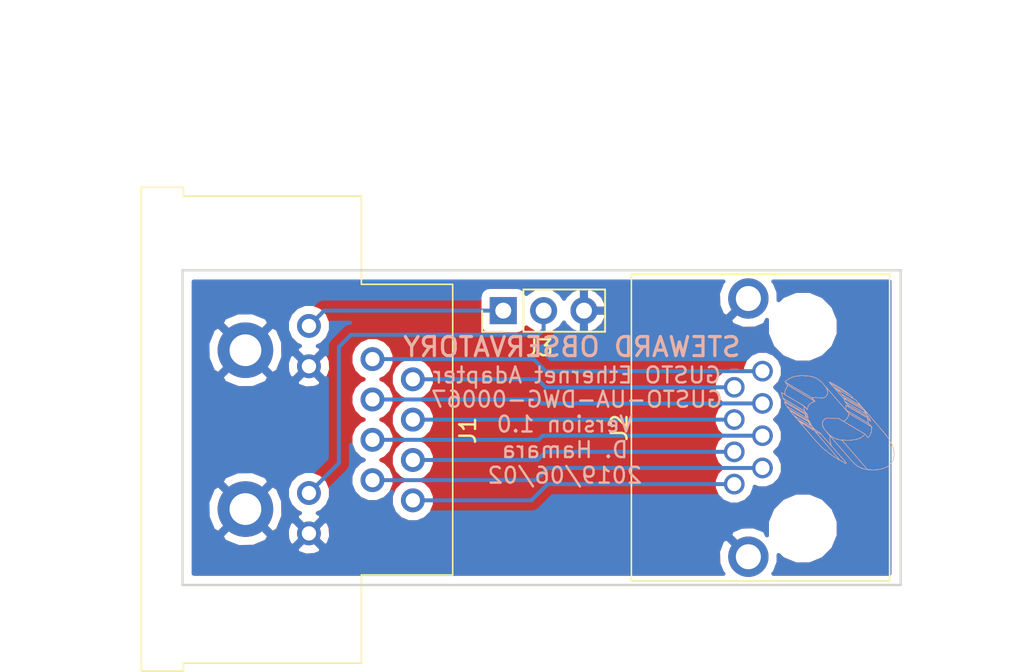
<source format=kicad_pcb>
(kicad_pcb (version 20171130) (host pcbnew "(5.0.1)-3")

  (general
    (thickness 1.6)
    (drawings 10)
    (tracks 31)
    (zones 0)
    (modules 4)
    (nets 12)
  )

  (page B)
  (layers
    (0 F.Cu signal)
    (31 B.Cu signal)
    (32 B.Adhes user)
    (33 F.Adhes user)
    (34 B.Paste user)
    (35 F.Paste user)
    (36 B.SilkS user)
    (37 F.SilkS user)
    (38 B.Mask user)
    (39 F.Mask user)
    (40 Dwgs.User user)
    (41 Cmts.User user)
    (42 Eco1.User user)
    (43 Eco2.User user)
    (44 Edge.Cuts user)
    (45 Margin user)
    (46 B.CrtYd user)
    (47 F.CrtYd user)
    (48 B.Fab user)
    (49 F.Fab user)
  )

  (setup
    (last_trace_width 0.25)
    (trace_clearance 0.2)
    (zone_clearance 0.508)
    (zone_45_only no)
    (trace_min 0.2)
    (segment_width 0.2)
    (edge_width 0.15)
    (via_size 0.8)
    (via_drill 0.4)
    (via_min_size 0.4)
    (via_min_drill 0.3)
    (uvia_size 0.3)
    (uvia_drill 0.1)
    (uvias_allowed no)
    (uvia_min_size 0.2)
    (uvia_min_drill 0.1)
    (pcb_text_width 0.3)
    (pcb_text_size 1.5 1.5)
    (mod_edge_width 0.15)
    (mod_text_size 1 1)
    (mod_text_width 0.15)
    (pad_size 1.524 1.524)
    (pad_drill 0.762)
    (pad_to_mask_clearance 0.051)
    (solder_mask_min_width 0.25)
    (aux_axis_origin 0 0)
    (grid_origin 145.669 145.669)
    (visible_elements 7FFFFFFF)
    (pcbplotparams
      (layerselection 0x010f0_ffffffff)
      (usegerberextensions false)
      (usegerberattributes false)
      (usegerberadvancedattributes false)
      (creategerberjobfile true)
      (excludeedgelayer false)
      (linewidth 0.100000)
      (plotframeref true)
      (viasonmask false)
      (mode 1)
      (useauxorigin true)
      (hpglpennumber 1)
      (hpglpenspeed 20)
      (hpglpendiameter 15.000000)
      (psnegative false)
      (psa4output false)
      (plotreference true)
      (plotvalue false)
      (plotinvisibletext false)
      (padsonsilk true)
      (subtractmaskfromsilk false)
      (outputformat 1)
      (mirror false)
      (drillshape 0)
      (scaleselection 1)
      (outputdirectory "gerbers_1"))
  )

  (net 0 "")
  (net 1 "Net-(J1-Pad1)")
  (net 2 "Net-(J1-Pad2)")
  (net 3 "Net-(J1-Pad3)")
  (net 4 "Net-(J1-Pad4)")
  (net 5 "Net-(J1-Pad5)")
  (net 6 "Net-(J1-Pad6)")
  (net 7 "Net-(J1-Pad7)")
  (net 8 "Net-(J1-Pad8)")
  (net 9 "Net-(J1-Pad12)")
  (net 10 "Net-(J1-Pad10)")
  (net 11 GND)

  (net_class Default "This is the default net class."
    (clearance 0.2)
    (trace_width 0.25)
    (via_dia 0.8)
    (via_drill 0.4)
    (uvia_dia 0.3)
    (uvia_drill 0.1)
    (add_net GND)
    (add_net "Net-(J1-Pad1)")
    (add_net "Net-(J1-Pad10)")
    (add_net "Net-(J1-Pad12)")
    (add_net "Net-(J1-Pad2)")
    (add_net "Net-(J1-Pad3)")
    (add_net "Net-(J1-Pad4)")
    (add_net "Net-(J1-Pad5)")
    (add_net "Net-(J1-Pad6)")
    (add_net "Net-(J1-Pad7)")
    (add_net "Net-(J1-Pad8)")
  )

  (module Daves_footprints:RJ45_panel_RA_MRJR-5381-01 (layer F.Cu) (tedit 5CF2FD5F) (tstamp 5CF30443)
    (at 143.129 160.8455 270)
    (path /5CFE5DD6/5CF2B766)
    (fp_text reference J1 (at 0.05 -20.5 270) (layer F.SilkS)
      (effects (font (size 1 1) (thickness 0.15)))
    )
    (fp_text value 8P8C_LED_Shielded (at -0.05 -1.2 270) (layer F.Fab) hide
      (effects (font (size 1 1) (thickness 0.15)))
    )
    (fp_line (start -15.15 0) (end -15.15 -2.5) (layer F.Fab) (width 0.1))
    (fp_line (start -15.15 -2.5) (end 15.15 -2.5) (layer F.Fab) (width 0.1))
    (fp_line (start 15.15 -2.5) (end 15.15 0) (layer F.Fab) (width 0.1))
    (fp_line (start 15.15 0) (end -15.15 0) (layer F.Fab) (width 0.1))
    (fp_line (start -8 0) (end -8 8.9) (layer F.Fab) (width 0.1))
    (fp_line (start -8 8.9) (end 8 8.9) (layer F.Fab) (width 0.1))
    (fp_line (start 8 8.9) (end 8 0) (layer F.Fab) (width 0.1))
    (fp_line (start -14.575 -2.5) (end -14.575 -13.67) (layer F.Fab) (width 0.1))
    (fp_line (start -14.575 -13.67) (end 14.575 -13.67) (layer F.Fab) (width 0.1))
    (fp_line (start 14.575 -13.67) (end 14.575 -2.5) (layer F.Fab) (width 0.1))
    (fp_line (start -9.025 -13.67) (end -9.025 -19.42) (layer F.Fab) (width 0.1))
    (fp_line (start -9.025 -19.42) (end 9.025 -19.42) (layer F.Fab) (width 0.1))
    (fp_line (start 9.025 -19.42) (end 9.025 -13.67) (layer F.Fab) (width 0.1))
    (fp_line (start -15.25 0.05) (end 15.2 0.05) (layer F.SilkS) (width 0.1))
    (fp_line (start 15.2 0.05) (end 15.2 -2.6) (layer F.SilkS) (width 0.1))
    (fp_line (start 15.2 -2.6) (end 14.7 -2.6) (layer F.SilkS) (width 0.1))
    (fp_line (start 14.7 -2.6) (end 14.7 -13.8) (layer F.SilkS) (width 0.1))
    (fp_line (start 14.7 -13.8) (end 9.15 -13.8) (layer F.SilkS) (width 0.1))
    (fp_line (start 9.15 -13.8) (end 9.15 -19.55) (layer F.SilkS) (width 0.1))
    (fp_line (start 9.15 -19.55) (end -9.15 -19.55) (layer F.SilkS) (width 0.1))
    (fp_line (start -9.15 -19.55) (end -9.15 -13.8) (layer F.SilkS) (width 0.1))
    (fp_line (start -9.15 -13.8) (end -14.7 -13.8) (layer F.SilkS) (width 0.1))
    (fp_line (start -14.7 -13.8) (end -14.7 -2.6) (layer F.SilkS) (width 0.1))
    (fp_line (start -14.7 -2.6) (end -15.25 -2.6) (layer F.SilkS) (width 0.1))
    (fp_line (start -15.25 -2.6) (end -15.25 0.05) (layer F.SilkS) (width 0.1))
    (pad SH thru_hole circle (at -5 -6.5 270) (size 3.5 3.5) (drill 2) (layers *.Cu *.Mask)
      (net 11 GND))
    (pad SH thru_hole circle (at 5 -6.5 270) (size 3.5 3.5) (drill 2) (layers *.Cu *.Mask)
      (net 11 GND))
    (pad 1 thru_hole circle (at -4.44 -14.5 270) (size 1.5 1.5) (drill 0.9) (layers *.Cu *.Mask)
      (net 1 "Net-(J1-Pad1)"))
    (pad 2 thru_hole circle (at -3.17 -17.04 270) (size 1.5 1.5) (drill 0.9) (layers *.Cu *.Mask)
      (net 2 "Net-(J1-Pad2)"))
    (pad 3 thru_hole circle (at -1.9 -14.5 270) (size 1.5 1.5) (drill 0.9) (layers *.Cu *.Mask)
      (net 3 "Net-(J1-Pad3)"))
    (pad 4 thru_hole circle (at -0.63 -17.04 270) (size 1.5 1.5) (drill 0.9) (layers *.Cu *.Mask)
      (net 4 "Net-(J1-Pad4)"))
    (pad 5 thru_hole circle (at 0.64 -14.5 270) (size 1.5 1.5) (drill 0.9) (layers *.Cu *.Mask)
      (net 5 "Net-(J1-Pad5)"))
    (pad 6 thru_hole circle (at 1.91 -17.04 270) (size 1.5 1.5) (drill 0.9) (layers *.Cu *.Mask)
      (net 6 "Net-(J1-Pad6)"))
    (pad 7 thru_hole circle (at 3.18 -14.5 270) (size 1.5 1.5) (drill 0.9) (layers *.Cu *.Mask)
      (net 7 "Net-(J1-Pad7)"))
    (pad 8 thru_hole circle (at 4.45 -17.04 270) (size 1.5 1.5) (drill 0.9) (layers *.Cu *.Mask)
      (net 8 "Net-(J1-Pad8)"))
    (pad 12 thru_hole circle (at -6.53 -10.5 270) (size 1.5 1.5) (drill 0.9) (layers *.Cu *.Mask)
      (net 9 "Net-(J1-Pad12)"))
    (pad 11 thru_hole circle (at -3.99 -10.5 270) (size 1.5 1.5) (drill 0.9) (layers *.Cu *.Mask)
      (net 11 GND))
    (pad 10 thru_hole circle (at 3.99 -10.5 270) (size 1.5 1.5) (drill 0.9) (layers *.Cu *.Mask)
      (net 10 "Net-(J1-Pad10)"))
    (pad 9 thru_hole circle (at 6.53 -10.5 270) (size 1.5 1.5) (drill 0.9) (layers *.Cu *.Mask)
      (net 11 GND))
    (model ${KISYS3DMOD}/Dave.3dshapes/RJ45_panel_RA_MRJR_5381_01.wrl
      (at (xyz 0 0 0))
      (scale (xyz 1 1 1))
      (rotate (xyz 0 0 0))
    )
  )

  (module Daves_footprints:Ethernet_RA_2-406541-2 (layer F.Cu) (tedit 5CF2E666) (tstamp 5CF3045B)
    (at 181.2925 160.7185 90)
    (path /5CFE5DD6/5CFE5F9C)
    (fp_text reference J2 (at 0 -8.128 90) (layer F.SilkS)
      (effects (font (size 1 1) (thickness 0.15)))
    )
    (fp_text value RJ45_Shielded (at 0 9.652 90) (layer F.Fab) hide
      (effects (font (size 1 1) (thickness 0.15)))
    )
    (fp_line (start -9.398 -7.0358) (end 9.398 -7.0358) (layer F.CrtYd) (width 0.1))
    (fp_line (start 9.398 -7.0358) (end 9.398 8.7122) (layer F.CrtYd) (width 0.1))
    (fp_line (start 9.398 8.7122) (end -9.398 8.7122) (layer F.CrtYd) (width 0.1))
    (fp_line (start -9.398 8.7122) (end -9.398 -7.0358) (layer F.CrtYd) (width 0.1))
    (fp_line (start -9.652 -7.366) (end 9.652 -7.366) (layer F.SilkS) (width 0.1))
    (fp_line (start 9.652 -7.366) (end 9.652 8.89) (layer F.SilkS) (width 0.1))
    (fp_line (start 9.652 8.89) (end -9.652 8.89) (layer F.SilkS) (width 0.1))
    (fp_line (start -9.652 8.89) (end -9.652 -7.366) (layer F.SilkS) (width 0.1))
    (pad SH thru_hole circle (at -8.128 0 90) (size 2.54 2.54) (drill 1.5748) (layers *.Cu *.Mask)
      (net 11 GND))
    (pad SH thru_hole circle (at 8.128 0 90) (size 2.54 2.54) (drill 1.5748) (layers *.Cu *.Mask)
      (net 11 GND))
    (pad "" np_thru_hole circle (at -6.35 3.429 90) (size 3.2512 3.2512) (drill 3.2512) (layers *.Cu *.Mask))
    (pad "" np_thru_hole circle (at 6.35 3.429 90) (size 3.2512 3.2512) (drill 3.2512) (layers *.Cu *.Mask))
    (pad 8 thru_hole circle (at -3.556 -0.889 90) (size 1.3 1.3) (drill 0.889) (layers *.Cu *.Mask)
      (net 8 "Net-(J1-Pad8)"))
    (pad 7 thru_hole circle (at -2.54 0.889 90) (size 1.3 1.3) (drill 0.889) (layers *.Cu *.Mask)
      (net 7 "Net-(J1-Pad7)"))
    (pad 6 thru_hole circle (at -1.524 -0.889 90) (size 1.3 1.3) (drill 0.889) (layers *.Cu *.Mask)
      (net 6 "Net-(J1-Pad6)"))
    (pad 5 thru_hole circle (at -0.508 0.889 90) (size 1.3 1.3) (drill 0.889) (layers *.Cu *.Mask)
      (net 5 "Net-(J1-Pad5)"))
    (pad 4 thru_hole circle (at 0.508 -0.889 90) (size 1.3 1.3) (drill 0.889) (layers *.Cu *.Mask)
      (net 4 "Net-(J1-Pad4)"))
    (pad 3 thru_hole circle (at 1.524 0.889 90) (size 1.3 1.3) (drill 0.889) (layers *.Cu *.Mask)
      (net 3 "Net-(J1-Pad3)"))
    (pad 2 thru_hole circle (at 2.54 -0.889 90) (size 1.3 1.3) (drill 0.889) (layers *.Cu *.Mask)
      (net 2 "Net-(J1-Pad2)"))
    (pad 1 thru_hole circle (at 3.556 0.889 90) (size 1.3 1.3) (drill 0.889) (layers *.Cu *.Mask)
      (net 1 "Net-(J1-Pad1)"))
    (model ${KISYS3DMOD}/Dave.3dshapes/Ethernet_RA_2_406541_2.wrl
      (at (xyz 0 0 0))
      (scale (xyz 1 1 1))
      (rotate (xyz 0 0 0))
    )
  )

  (module Pin_Headers:Pin_Header_Straight_1x03_Pitch2.54mm (layer F.Cu) (tedit 59650532) (tstamp 5CF53C8C)
    (at 165.862 153.3525 90)
    (descr "Through hole straight pin header, 1x03, 2.54mm pitch, single row")
    (tags "Through hole pin header THT 1x03 2.54mm single row")
    (path /5CFE5DD6/5CF53E1D)
    (fp_text reference J3 (at -2.3495 2.286 180) (layer F.SilkS)
      (effects (font (size 1 1) (thickness 0.15)))
    )
    (fp_text value Conn_01x03 (at 0 7.41 90) (layer F.Fab)
      (effects (font (size 1 1) (thickness 0.15)))
    )
    (fp_text user %R (at 0 2.54 180) (layer F.Fab)
      (effects (font (size 1 1) (thickness 0.15)))
    )
    (fp_line (start 1.8 -1.8) (end -1.8 -1.8) (layer F.CrtYd) (width 0.05))
    (fp_line (start 1.8 6.85) (end 1.8 -1.8) (layer F.CrtYd) (width 0.05))
    (fp_line (start -1.8 6.85) (end 1.8 6.85) (layer F.CrtYd) (width 0.05))
    (fp_line (start -1.8 -1.8) (end -1.8 6.85) (layer F.CrtYd) (width 0.05))
    (fp_line (start -1.33 -1.33) (end 0 -1.33) (layer F.SilkS) (width 0.12))
    (fp_line (start -1.33 0) (end -1.33 -1.33) (layer F.SilkS) (width 0.12))
    (fp_line (start -1.33 1.27) (end 1.33 1.27) (layer F.SilkS) (width 0.12))
    (fp_line (start 1.33 1.27) (end 1.33 6.41) (layer F.SilkS) (width 0.12))
    (fp_line (start -1.33 1.27) (end -1.33 6.41) (layer F.SilkS) (width 0.12))
    (fp_line (start -1.33 6.41) (end 1.33 6.41) (layer F.SilkS) (width 0.12))
    (fp_line (start -1.27 -0.635) (end -0.635 -1.27) (layer F.Fab) (width 0.1))
    (fp_line (start -1.27 6.35) (end -1.27 -0.635) (layer F.Fab) (width 0.1))
    (fp_line (start 1.27 6.35) (end -1.27 6.35) (layer F.Fab) (width 0.1))
    (fp_line (start 1.27 -1.27) (end 1.27 6.35) (layer F.Fab) (width 0.1))
    (fp_line (start -0.635 -1.27) (end 1.27 -1.27) (layer F.Fab) (width 0.1))
    (pad 3 thru_hole oval (at 0 5.08 90) (size 1.7 1.7) (drill 1) (layers *.Cu *.Mask)
      (net 11 GND))
    (pad 2 thru_hole oval (at 0 2.54 90) (size 1.7 1.7) (drill 1) (layers *.Cu *.Mask)
      (net 10 "Net-(J1-Pad10)"))
    (pad 1 thru_hole rect (at 0 0 90) (size 1.7 1.7) (drill 1) (layers *.Cu *.Mask)
      (net 9 "Net-(J1-Pad12)"))
    (model ${KISYS3DMOD}/Pin_Headers.3dshapes/Pin_Header_Straight_1x03_Pitch2.54mm.wrl
      (at (xyz 0 0 0))
      (scale (xyz 1 1 1))
      (rotate (xyz 0 0 0))
    )
  )

  (module Daves_footprints:Steward_Logo (layer B.Cu) (tedit 5BF5C8E2) (tstamp 5CF55F4E)
    (at 186.817 160.4645)
    (fp_text reference G*** (at 0 0) (layer B.SilkS) hide
      (effects (font (size 1.524 1.524) (thickness 0.3)) (justify mirror))
    )
    (fp_text value LOGO (at 0.75 0) (layer B.SilkS) hide
      (effects (font (size 1.524 1.524) (thickness 0.3)) (justify mirror))
    )
    (fp_poly (pts (xy 2.401792 2.926045) (xy 2.443747 2.92528) (xy 2.474789 2.924033) (xy 2.494343 2.92233)
      (xy 2.501836 2.920193) (xy 2.5019 2.919955) (xy 2.507928 2.916986) (xy 2.524759 2.914845)
      (xy 2.550512 2.913725) (xy 2.563998 2.913605) (xy 2.593192 2.913322) (xy 2.612385 2.912151)
      (xy 2.624269 2.909614) (xy 2.631538 2.90523) (xy 2.63525 2.900905) (xy 2.640909 2.894977)
      (xy 2.649337 2.891224) (xy 2.663227 2.889167) (xy 2.68527 2.888327) (xy 2.706501 2.888205)
      (xy 2.735542 2.887589) (xy 2.756479 2.885868) (xy 2.767429 2.883235) (xy 2.7686 2.881855)
      (xy 2.774473 2.878598) (xy 2.790214 2.876347) (xy 2.813006 2.875506) (xy 2.81305 2.875505)
      (xy 2.836409 2.875163) (xy 2.849792 2.873618) (xy 2.855913 2.870094) (xy 2.857487 2.863816)
      (xy 2.8575 2.862805) (xy 2.85963 2.854497) (xy 2.868239 2.850825) (xy 2.8829 2.850105)
      (xy 2.898805 2.848697) (xy 2.907652 2.845179) (xy 2.9083 2.843755) (xy 2.913933 2.839779)
      (xy 2.928006 2.837567) (xy 2.9337 2.837405) (xy 2.949605 2.835997) (xy 2.958452 2.832479)
      (xy 2.9591 2.831055) (xy 2.964733 2.827079) (xy 2.978806 2.824867) (xy 2.9845 2.824705)
      (xy 3.001117 2.82364) (xy 3.008461 2.819336) (xy 3.0099 2.812005) (xy 3.012893 2.802709)
      (xy 3.024032 2.799437) (xy 3.02895 2.799305) (xy 3.042325 2.797466) (xy 3.047998 2.793035)
      (xy 3.048 2.792955) (xy 3.053633 2.788979) (xy 3.067706 2.786767) (xy 3.0734 2.786605)
      (xy 3.089305 2.785197) (xy 3.098152 2.781679) (xy 3.0988 2.780255) (xy 3.104433 2.776279)
      (xy 3.118506 2.774067) (xy 3.1242 2.773905) (xy 3.140817 2.77284) (xy 3.148161 2.768536)
      (xy 3.1496 2.761205) (xy 3.152885 2.751631) (xy 3.164766 2.748544) (xy 3.167248 2.748505)
      (xy 3.18498 2.74367) (xy 3.194049 2.735806) (xy 3.208158 2.725553) (xy 3.220851 2.723106)
      (xy 3.234156 2.720741) (xy 3.238445 2.712191) (xy 3.2385 2.710405) (xy 3.243023 2.699698)
      (xy 3.249798 2.697705) (xy 3.262075 2.692914) (xy 3.270249 2.685005) (xy 3.280425 2.675164)
      (xy 3.287738 2.672305) (xy 3.297849 2.667704) (xy 3.311682 2.656326) (xy 3.325691 2.641811)
      (xy 3.336332 2.6278) (xy 3.3401 2.618542) (xy 3.345405 2.610551) (xy 3.3528 2.608805)
      (xy 3.363118 2.606146) (xy 3.3655 2.602455) (xy 3.370818 2.597296) (xy 3.3782 2.596105)
      (xy 3.388518 2.593446) (xy 3.3909 2.589755) (xy 3.396218 2.584596) (xy 3.4036 2.583405)
      (xy 3.414307 2.578882) (xy 3.4163 2.572107) (xy 3.421091 2.55983) (xy 3.429 2.551656)
      (xy 3.439252 2.537547) (xy 3.4417 2.524854) (xy 3.444776 2.510681) (xy 3.451436 2.507205)
      (xy 3.462246 2.502591) (xy 3.476651 2.491172) (xy 3.491019 2.476582) (xy 3.501712 2.462458)
      (xy 3.5052 2.453442) (xy 3.508563 2.444857) (xy 3.51155 2.443705) (xy 3.516709 2.438387)
      (xy 3.5179 2.431005) (xy 3.520559 2.420687) (xy 3.52425 2.418305) (xy 3.529409 2.412987)
      (xy 3.5306 2.405605) (xy 3.53509 2.394993) (xy 3.5433 2.392905) (xy 3.554007 2.388382)
      (xy 3.556 2.381607) (xy 3.560791 2.36933) (xy 3.5687 2.361155) (xy 3.578952 2.347047)
      (xy 3.5814 2.334354) (xy 3.583764 2.321049) (xy 3.592314 2.31676) (xy 3.5941 2.316705)
      (xy 3.602408 2.314575) (xy 3.60608 2.305966) (xy 3.6068 2.291305) (xy 3.608208 2.2754)
      (xy 3.611726 2.266553) (xy 3.61315 2.265905) (xy 3.616772 2.260194) (xy 3.619071 2.245592)
      (xy 3.6195 2.234155) (xy 3.620642 2.216044) (xy 3.623562 2.204548) (xy 3.62585 2.202405)
      (xy 3.629232 2.196622) (xy 3.631525 2.181512) (xy 3.6322 2.164305) (xy 3.632663 2.143026)
      (xy 3.634698 2.131527) (xy 3.639274 2.126906) (xy 3.6449 2.126205) (xy 3.652517 2.124534)
      (xy 3.656316 2.117439) (xy 3.657545 2.101799) (xy 3.6576 2.094455) (xy 3.658742 2.076344)
      (xy 3.661662 2.064848) (xy 3.66395 2.062705) (xy 3.666426 2.056514) (xy 3.668338 2.038551)
      (xy 3.669631 2.009737) (xy 3.670251 1.97099) (xy 3.6703 1.954755) (xy 3.669935 1.912651)
      (xy 3.668879 1.880149) (xy 3.667184 1.858167) (xy 3.664904 1.847624) (xy 3.66395 1.846805)
      (xy 3.661362 1.840642) (xy 3.659394 1.822877) (xy 3.658118 1.794594) (xy 3.657606 1.75688)
      (xy 3.6576 1.751555) (xy 3.657516 1.714948) (xy 3.657099 1.689154) (xy 3.656096 1.672286)
      (xy 3.654256 1.662458) (xy 3.651326 1.657784) (xy 3.647057 1.656376) (xy 3.6449 1.656305)
      (xy 3.636591 1.654175) (xy 3.632919 1.645566) (xy 3.6322 1.630905) (xy 3.630791 1.615)
      (xy 3.627273 1.606153) (xy 3.62585 1.605505) (xy 3.621873 1.599872) (xy 3.619661 1.585799)
      (xy 3.6195 1.580105) (xy 3.618091 1.5642) (xy 3.614573 1.555353) (xy 3.61315 1.554705)
      (xy 3.60908 1.549093) (xy 3.60691 1.535165) (xy 3.6068 1.530707) (xy 3.603451 1.509462)
      (xy 3.5941 1.497555) (xy 3.584134 1.484045) (xy 3.5814 1.464404) (xy 3.579915 1.449024)
      (xy 3.576229 1.440823) (xy 3.57505 1.440405) (xy 3.571073 1.434772) (xy 3.568861 1.420699)
      (xy 3.5687 1.415005) (xy 3.567291 1.3991) (xy 3.563773 1.390253) (xy 3.56235 1.389605)
      (xy 3.558373 1.383972) (xy 3.556161 1.369899) (xy 3.556 1.364205) (xy 3.554934 1.347588)
      (xy 3.55063 1.340244) (xy 3.5433 1.338805) (xy 3.532687 1.334315) (xy 3.5306 1.326105)
      (xy 3.52794 1.315787) (xy 3.52425 1.313405) (xy 3.519791 1.307888) (xy 3.5179 1.294593)
      (xy 3.5179 1.294355) (xy 3.51606 1.28098) (xy 3.511629 1.275307) (xy 3.51155 1.275305)
      (xy 3.506192 1.270054) (xy 3.5052 1.264007) (xy 3.500408 1.25173) (xy 3.4925 1.243555)
      (xy 3.482247 1.229447) (xy 3.4798 1.216754) (xy 3.477826 1.203997) (xy 3.47345 1.199105)
      (xy 3.46829 1.193787) (xy 3.4671 1.186405) (xy 3.462609 1.175793) (xy 3.4544 1.173705)
      (xy 3.444825 1.17042) (xy 3.441738 1.158539) (xy 3.4417 1.156057) (xy 3.436864 1.138325)
      (xy 3.429 1.129255) (xy 3.418747 1.115147) (xy 3.4163 1.102454) (xy 3.413935 1.089149)
      (xy 3.405385 1.08486) (xy 3.4036 1.084805) (xy 3.394303 1.081812) (xy 3.391031 1.070673)
      (xy 3.3909 1.065755) (xy 3.38906 1.05238) (xy 3.384629 1.046707) (xy 3.38455 1.046705)
      (xy 3.380091 1.041188) (xy 3.3782 1.027893) (xy 3.3782 1.027655) (xy 3.37636 1.01428)
      (xy 3.371929 1.008607) (xy 3.37185 1.008605) (xy 3.36669 1.003287) (xy 3.3655 0.995905)
      (xy 3.361009 0.985293) (xy 3.3528 0.983205) (xy 3.342952 0.979614) (xy 3.3401 0.967033)
      (xy 3.3401 0.966833) (xy 3.334176 0.949235) (xy 3.316641 0.927947) (xy 3.3147 0.926056)
      (xy 3.300573 0.910778) (xy 3.291351 0.897534) (xy 3.2893 0.891628) (xy 3.28602 0.882863)
      (xy 3.28295 0.881605) (xy 3.277389 0.876432) (xy 3.2766 0.871627) (xy 3.271227 0.857282)
      (xy 3.258695 0.846305) (xy 3.248478 0.843505) (xy 3.240374 0.838033) (xy 3.2385 0.827177)
      (xy 3.233886 0.808799) (xy 3.222173 0.796121) (xy 3.210378 0.792705) (xy 3.201989 0.787507)
      (xy 3.2004 0.781407) (xy 3.195608 0.76913) (xy 3.1877 0.760956) (xy 3.177447 0.746847)
      (xy 3.175 0.734154) (xy 3.171908 0.719955) (xy 3.165186 0.716505) (xy 3.151699 0.711227)
      (xy 3.137874 0.698304) (xy 3.127492 0.682106) (xy 3.1242 0.669169) (xy 3.121335 0.656576)
      (xy 3.1115 0.653005) (xy 3.100792 0.648482) (xy 3.0988 0.641707) (xy 3.094008 0.62943)
      (xy 3.0861 0.621256) (xy 3.076258 0.61108) (xy 3.0734 0.603767) (xy 3.068798 0.593656)
      (xy 3.05742 0.579823) (xy 3.042905 0.565814) (xy 3.028894 0.555173) (xy 3.019636 0.551406)
      (xy 3.011449 0.546203) (xy 3.0099 0.540107) (xy 3.005108 0.52783) (xy 2.9972 0.519655)
      (xy 2.986947 0.505547) (xy 2.9845 0.492854) (xy 2.981408 0.478655) (xy 2.974686 0.475205)
      (xy 2.962601 0.47038) (xy 2.948806 0.458847) (xy 2.937716 0.445024) (xy 2.9337 0.434219)
      (xy 2.928587 0.42566) (xy 2.923721 0.424406) (xy 2.909376 0.419033) (xy 2.898399 0.406501)
      (xy 2.8956 0.396284) (xy 2.892307 0.387547) (xy 2.88925 0.386305) (xy 2.88409 0.380987)
      (xy 2.8829 0.373605) (xy 2.878409 0.362993) (xy 2.8702 0.360905) (xy 2.85975 0.356804)
      (xy 2.8575 0.351092) (xy 2.852674 0.339007) (xy 2.841141 0.325212) (xy 2.827318 0.314122)
      (xy 2.816513 0.310105) (xy 2.807954 0.304993) (xy 2.8067 0.300127) (xy 2.802 0.286966)
      (xy 2.791271 0.27578) (xy 2.7813 0.272005) (xy 2.768917 0.266547) (xy 2.759128 0.253559)
      (xy 2.7559 0.240437) (xy 2.75115 0.229295) (xy 2.737573 0.211374) (xy 2.716172 0.187935)
      (xy 2.7051 0.176755) (xy 2.680714 0.151376) (xy 2.663731 0.130986) (xy 2.655153 0.116845)
      (xy 2.6543 0.113074) (xy 2.649907 0.097684) (xy 2.639457 0.085517) (xy 2.628899 0.081506)
      (xy 2.617612 0.076607) (xy 2.607251 0.065778) (xy 2.6035 0.056105) (xy 2.598601 0.044818)
      (xy 2.587772 0.034457) (xy 2.578099 0.030705) (xy 2.565453 0.025113) (xy 2.555897 0.011362)
      (xy 2.5527 -0.003766) (xy 2.549897 -0.01644) (xy 2.540094 -0.020094) (xy 2.54 -0.020095)
      (xy 2.52955 -0.024196) (xy 2.5273 -0.029908) (xy 2.522474 -0.041993) (xy 2.510941 -0.055788)
      (xy 2.497118 -0.066878) (xy 2.486313 -0.070895) (xy 2.478062 -0.076096) (xy 2.4765 -0.082193)
      (xy 2.471708 -0.09447) (xy 2.4638 -0.102645) (xy 2.453547 -0.116753) (xy 2.4511 -0.129446)
      (xy 2.448008 -0.143645) (xy 2.441286 -0.147095) (xy 2.429201 -0.15192) (xy 2.415406 -0.163453)
      (xy 2.404316 -0.177276) (xy 2.4003 -0.188081) (xy 2.3952 -0.19668) (xy 2.390486 -0.197895)
      (xy 2.376999 -0.203173) (xy 2.363174 -0.216096) (xy 2.352792 -0.232294) (xy 2.3495 -0.245231)
      (xy 2.346635 -0.257824) (xy 2.3368 -0.261395) (xy 2.326298 -0.265565) (xy 2.3241 -0.271373)
      (xy 2.3194 -0.284534) (xy 2.308671 -0.29572) (xy 2.2987 -0.299495) (xy 2.287412 -0.304393)
      (xy 2.277051 -0.315222) (xy 2.273299 -0.324895) (xy 2.268401 -0.336182) (xy 2.257572 -0.346543)
      (xy 2.247899 -0.350295) (xy 2.235497 -0.355763) (xy 2.225723 -0.368803) (xy 2.2225 -0.382045)
      (xy 2.217553 -0.398762) (xy 2.205422 -0.410715) (xy 2.194378 -0.413795) (xy 2.185676 -0.418883)
      (xy 2.1844 -0.423732) (xy 2.180095 -0.432905) (xy 2.1688 -0.447473) (xy 2.152942 -0.464309)
      (xy 2.15265 -0.464595) (xy 2.132213 -0.486958) (xy 2.122213 -0.504315) (xy 2.1209 -0.511807)
      (xy 2.117584 -0.524989) (xy 2.111086 -0.528095) (xy 2.099001 -0.53292) (xy 2.085206 -0.544453)
      (xy 2.074116 -0.558276) (xy 2.0701 -0.569081) (xy 2.065 -0.57768) (xy 2.060286 -0.578895)
      (xy 2.046799 -0.584173) (xy 2.032974 -0.597096) (xy 2.022592 -0.613294) (xy 2.0193 -0.626231)
      (xy 2.015925 -0.639369) (xy 2.009321 -0.642395) (xy 1.99616 -0.647094) (xy 1.984974 -0.657823)
      (xy 1.981199 -0.667795) (xy 1.975996 -0.679682) (xy 1.964118 -0.689785) (xy 1.953078 -0.693195)
      (xy 1.944689 -0.698393) (xy 1.9431 -0.704493) (xy 1.938308 -0.71677) (xy 1.9304 -0.724945)
      (xy 1.920558 -0.73512) (xy 1.9177 -0.742433) (xy 1.913098 -0.752544) (xy 1.90172 -0.766377)
      (xy 1.887205 -0.780386) (xy 1.873194 -0.791027) (xy 1.863936 -0.794795) (xy 1.855403 -0.799896)
      (xy 1.8542 -0.804608) (xy 1.849374 -0.816693) (xy 1.837841 -0.830488) (xy 1.824018 -0.841578)
      (xy 1.813213 -0.845595) (xy 1.805522 -0.850847) (xy 1.8034 -0.864645) (xy 1.80156 -0.87802)
      (xy 1.797129 -0.883693) (xy 1.79705 -0.883695) (xy 1.791489 -0.888868) (xy 1.790699 -0.893673)
      (xy 1.786 -0.906834) (xy 1.775271 -0.91802) (xy 1.765299 -0.921795) (xy 1.754012 -0.926693)
      (xy 1.743651 -0.937522) (xy 1.739899 -0.947195) (xy 1.735001 -0.958482) (xy 1.724172 -0.968843)
      (xy 1.714499 -0.972595) (xy 1.702097 -0.978063) (xy 1.692323 -0.991103) (xy 1.689099 -1.004345)
      (xy 1.684153 -1.021062) (xy 1.672022 -1.033015) (xy 1.660978 -1.036095) (xy 1.652277 -1.041203)
      (xy 1.651 -1.046073) (xy 1.6463 -1.059234) (xy 1.635571 -1.07042) (xy 1.625599 -1.074195)
      (xy 1.613712 -1.079398) (xy 1.603609 -1.091276) (xy 1.600199 -1.102316) (xy 1.596907 -1.111053)
      (xy 1.59385 -1.112295) (xy 1.58826 -1.117456) (xy 1.5875 -1.122091) (xy 1.583198 -1.130281)
      (xy 1.571532 -1.145002) (xy 1.554364 -1.164054) (xy 1.5367 -1.182145) (xy 1.511856 -1.207716)
      (xy 1.495854 -1.226754) (xy 1.487621 -1.240662) (xy 1.4859 -1.248548) (xy 1.482522 -1.261673)
      (xy 1.475921 -1.264695) (xy 1.461576 -1.270067) (xy 1.450599 -1.282599) (xy 1.4478 -1.292816)
      (xy 1.442338 -1.300931) (xy 1.431757 -1.302795) (xy 1.417831 -1.307511) (xy 1.400392 -1.31956)
      (xy 1.382713 -1.335789) (xy 1.368069 -1.353047) (xy 1.359734 -1.368182) (xy 1.3589 -1.372931)
      (xy 1.354498 -1.388255) (xy 1.344037 -1.400392) (xy 1.3335 -1.404395) (xy 1.321612 -1.409598)
      (xy 1.311509 -1.421476) (xy 1.3081 -1.432516) (xy 1.304807 -1.441253) (xy 1.30175 -1.442495)
      (xy 1.29659 -1.447813) (xy 1.2954 -1.455195) (xy 1.290909 -1.465807) (xy 1.2827 -1.467895)
      (xy 1.27225 -1.471996) (xy 1.27 -1.477708) (xy 1.264721 -1.491195) (xy 1.251798 -1.50502)
      (xy 1.2356 -1.515402) (xy 1.222663 -1.518695) (xy 1.21007 -1.521559) (xy 1.2065 -1.531395)
      (xy 1.202941 -1.541214) (xy 1.19043 -1.544093) (xy 1.189997 -1.544095) (xy 1.172573 -1.549549)
      (xy 1.1557 -1.563145) (xy 1.142074 -1.575242) (xy 1.130158 -1.581805) (xy 1.127752 -1.582195)
      (xy 1.118906 -1.585438) (xy 1.1176 -1.588545) (xy 1.112152 -1.593269) (xy 1.101271 -1.594895)
      (xy 1.082893 -1.599508) (xy 1.070215 -1.611221) (xy 1.0668 -1.623016) (xy 1.063507 -1.631753)
      (xy 1.06045 -1.632995) (xy 1.05529 -1.638313) (xy 1.0541 -1.645695) (xy 1.049609 -1.656307)
      (xy 1.0414 -1.658395) (xy 1.03095 -1.662496) (xy 1.0287 -1.668208) (xy 1.023874 -1.680293)
      (xy 1.012341 -1.694088) (xy 0.998518 -1.705178) (xy 0.987713 -1.709195) (xy 0.979638 -1.714502)
      (xy 0.9779 -1.721895) (xy 0.97524 -1.732213) (xy 0.97155 -1.734595) (xy 0.965996 -1.739771)
      (xy 0.9652 -1.744617) (xy 0.960879 -1.754343) (xy 0.949772 -1.768654) (xy 0.9398 -1.779045)
      (xy 0.925673 -1.794322) (xy 0.916451 -1.807566) (xy 0.9144 -1.813472) (xy 0.909092 -1.82177)
      (xy 0.9017 -1.823495) (xy 0.891381 -1.826154) (xy 0.889 -1.829845) (xy 0.883681 -1.835004)
      (xy 0.8763 -1.836195) (xy 0.865981 -1.838854) (xy 0.8636 -1.842545) (xy 0.858281 -1.847704)
      (xy 0.8509 -1.848895) (xy 0.840398 -1.853065) (xy 0.8382 -1.858873) (xy 0.832615 -1.87368)
      (xy 0.818919 -1.884267) (xy 0.80645 -1.886995) (xy 0.790947 -1.89137) (xy 0.778729 -1.901801)
      (xy 0.7747 -1.912395) (xy 0.769107 -1.925041) (xy 0.755356 -1.934597) (xy 0.740228 -1.937795)
      (xy 0.728079 -1.939913) (xy 0.7239 -1.944145) (xy 0.719122 -1.949491) (xy 0.708888 -1.950035)
      (xy 0.699343 -1.946136) (xy 0.696723 -1.942557) (xy 0.691161 -1.938446) (xy 0.688256 -1.940251)
      (xy 0.687451 -1.946826) (xy 0.690562 -1.948718) (xy 0.698043 -1.956442) (xy 0.697678 -1.967201)
      (xy 0.690523 -1.974971) (xy 0.6858 -1.975895) (xy 0.675481 -1.978554) (xy 0.6731 -1.982245)
      (xy 0.667781 -1.987404) (xy 0.6604 -1.988595) (xy 0.649898 -1.992765) (xy 0.6477 -1.998573)
      (xy 0.642115 -2.01338) (xy 0.628419 -2.023967) (xy 0.61595 -2.026695) (xy 0.600447 -2.03107)
      (xy 0.588229 -2.041501) (xy 0.5842 -2.052095) (xy 0.578728 -2.064502) (xy 0.565676 -2.074272)
      (xy 0.552405 -2.077495) (xy 0.540328 -2.08195) (xy 0.524344 -2.093475) (xy 0.51435 -2.102895)
      (xy 0.498017 -2.117401) (xy 0.483045 -2.126537) (xy 0.476294 -2.128295) (xy 0.459548 -2.133236)
      (xy 0.447584 -2.14536) (xy 0.4445 -2.156416) (xy 0.439021 -2.164514) (xy 0.427997 -2.166395)
      (xy 0.410573 -2.171849) (xy 0.393699 -2.185445) (xy 0.380074 -2.197542) (xy 0.368158 -2.204105)
      (xy 0.365752 -2.204495) (xy 0.356906 -2.207738) (xy 0.3556 -2.210845) (xy 0.350281 -2.216004)
      (xy 0.3429 -2.217195) (xy 0.332581 -2.219854) (xy 0.3302 -2.223545) (xy 0.324881 -2.228704)
      (xy 0.3175 -2.229895) (xy 0.306887 -2.234385) (xy 0.3048 -2.242595) (xy 0.301514 -2.252169)
      (xy 0.289633 -2.255256) (xy 0.287151 -2.255295) (xy 0.269419 -2.26013) (xy 0.26035 -2.267995)
      (xy 0.246241 -2.278247) (xy 0.233548 -2.280695) (xy 0.220243 -2.283059) (xy 0.215954 -2.291609)
      (xy 0.2159 -2.293395) (xy 0.211409 -2.304007) (xy 0.2032 -2.306095) (xy 0.192881 -2.308754)
      (xy 0.1905 -2.312445) (xy 0.185181 -2.317604) (xy 0.1778 -2.318795) (xy 0.167481 -2.321454)
      (xy 0.1651 -2.325145) (xy 0.159781 -2.330304) (xy 0.1524 -2.331495) (xy 0.141787 -2.335985)
      (xy 0.1397 -2.344195) (xy 0.135209 -2.354807) (xy 0.127 -2.356895) (xy 0.116681 -2.359554)
      (xy 0.1143 -2.363245) (xy 0.108981 -2.368404) (xy 0.1016 -2.369595) (xy 0.091281 -2.372254)
      (xy 0.0889 -2.375945) (xy 0.083382 -2.380403) (xy 0.070087 -2.382294) (xy 0.06985 -2.382295)
      (xy 0.055905 -2.38429) (xy 0.050996 -2.391716) (xy 0.0508 -2.394995) (xy 0.046309 -2.405607)
      (xy 0.0381 -2.407695) (xy 0.027781 -2.410354) (xy 0.0254 -2.414045) (xy 0.020148 -2.419402)
      (xy 0.014101 -2.420395) (xy 0.001824 -2.425186) (xy -0.00635 -2.433095) (xy -0.020459 -2.443347)
      (xy -0.033152 -2.445795) (xy -0.045909 -2.447768) (xy -0.0508 -2.452145) (xy -0.056119 -2.457304)
      (xy -0.0635 -2.458495) (xy -0.073819 -2.461154) (xy -0.0762 -2.464845) (xy -0.081385 -2.470377)
      (xy -0.086353 -2.471195) (xy -0.096875 -2.475557) (xy -0.110513 -2.486413) (xy -0.1143 -2.490245)
      (xy -0.127926 -2.502342) (xy -0.139842 -2.508905) (xy -0.142248 -2.509295) (xy -0.151094 -2.512538)
      (xy -0.1524 -2.515645) (xy -0.157918 -2.520103) (xy -0.171213 -2.521994) (xy -0.17145 -2.521995)
      (xy -0.185395 -2.52399) (xy -0.190304 -2.531416) (xy -0.1905 -2.534695) (xy -0.194991 -2.545307)
      (xy -0.2032 -2.547395) (xy -0.213519 -2.550054) (xy -0.2159 -2.553745) (xy -0.221534 -2.557721)
      (xy -0.235607 -2.559933) (xy -0.2413 -2.560095) (xy -0.257206 -2.561503) (xy -0.266053 -2.565021)
      (xy -0.2667 -2.566445) (xy -0.272019 -2.571604) (xy -0.2794 -2.572795) (xy -0.290013 -2.577285)
      (xy -0.2921 -2.585495) (xy -0.296591 -2.596107) (xy -0.3048 -2.598195) (xy -0.315119 -2.600854)
      (xy -0.3175 -2.604545) (xy -0.323113 -2.608614) (xy -0.337041 -2.610784) (xy -0.341499 -2.610895)
      (xy -0.362744 -2.614243) (xy -0.37465 -2.623595) (xy -0.388258 -2.633028) (xy -0.407336 -2.636317)
      (xy -0.426052 -2.633115) (xy -0.435429 -2.627223) (xy -0.442567 -2.615891) (xy -0.444181 -2.604655)
      (xy -0.439811 -2.598413) (xy -0.43815 -2.598195) (xy -0.432991 -2.592876) (xy -0.4318 -2.585495)
      (xy -0.430265 -2.581866) (xy -0.381 -2.581866) (xy -0.375362 -2.584139) (xy -0.361277 -2.585403)
      (xy -0.3556 -2.585495) (xy -0.339695 -2.584086) (xy -0.330848 -2.580568) (xy -0.3302 -2.579145)
      (xy -0.324882 -2.573985) (xy -0.3175 -2.572795) (xy -0.306888 -2.568304) (xy -0.3048 -2.560095)
      (xy -0.30031 -2.549482) (xy -0.2921 -2.547395) (xy -0.281782 -2.544735) (xy -0.2794 -2.541045)
      (xy -0.273689 -2.537422) (xy -0.259087 -2.535123) (xy -0.24765 -2.534695) (xy -0.227932 -2.533754)
      (xy -0.218222 -2.53039) (xy -0.2159 -2.524716) (xy -0.210245 -2.509723) (xy -0.195888 -2.499381)
      (xy -0.181429 -2.496595) (xy -0.16928 -2.494476) (xy -0.1651 -2.490245) (xy -0.159782 -2.485085)
      (xy -0.1524 -2.483895) (xy -0.141788 -2.479404) (xy -0.1397 -2.471195) (xy -0.13521 -2.460582)
      (xy -0.127 -2.458495) (xy -0.116682 -2.455835) (xy -0.1143 -2.452145) (xy -0.108982 -2.446985)
      (xy -0.1016 -2.445795) (xy -0.091282 -2.443135) (xy -0.0889 -2.439445) (xy -0.083582 -2.434285)
      (xy -0.0762 -2.433095) (xy -0.065588 -2.428604) (xy -0.0635 -2.420395) (xy -0.06137 -2.412086)
      (xy -0.052761 -2.408414) (xy -0.0381 -2.407695) (xy -0.022195 -2.406286) (xy -0.013348 -2.402768)
      (xy -0.0127 -2.401345) (xy -0.007253 -2.39662) (xy 0.003628 -2.394995) (xy 0.022006 -2.390381)
      (xy 0.034684 -2.378668) (xy 0.0381 -2.366873) (xy 0.043135 -2.359105) (xy 0.05715 -2.356895)
      (xy 0.070525 -2.355055) (xy 0.076198 -2.350624) (xy 0.0762 -2.350545) (xy 0.081384 -2.345012)
      (xy 0.086352 -2.344195) (xy 0.096874 -2.339832) (xy 0.110512 -2.328976) (xy 0.1143 -2.325145)
      (xy 0.127925 -2.313047) (xy 0.139841 -2.306484) (xy 0.142247 -2.306095) (xy 0.151093 -2.302851)
      (xy 0.1524 -2.299745) (xy 0.157718 -2.294585) (xy 0.1651 -2.293395) (xy 0.175712 -2.288904)
      (xy 0.1778 -2.280695) (xy 0.180793 -2.271398) (xy 0.191932 -2.268126) (xy 0.19685 -2.267995)
      (xy 0.210225 -2.266155) (xy 0.215898 -2.261724) (xy 0.2159 -2.261645) (xy 0.221218 -2.256485)
      (xy 0.2286 -2.255295) (xy 0.238918 -2.252635) (xy 0.2413 -2.248945) (xy 0.246618 -2.243785)
      (xy 0.254 -2.242595) (xy 0.264612 -2.238104) (xy 0.2667 -2.229895) (xy 0.27119 -2.219282)
      (xy 0.2794 -2.217195) (xy 0.289718 -2.214535) (xy 0.2921 -2.210845) (xy 0.297418 -2.205685)
      (xy 0.3048 -2.204495) (xy 0.315118 -2.201835) (xy 0.3175 -2.198145) (xy 0.322818 -2.192985)
      (xy 0.3302 -2.191795) (xy 0.340812 -2.187304) (xy 0.3429 -2.179095) (xy 0.346185 -2.16952)
      (xy 0.358066 -2.166433) (xy 0.360548 -2.166395) (xy 0.37828 -2.161559) (xy 0.38735 -2.153695)
      (xy 0.401458 -2.143442) (xy 0.414151 -2.140995) (xy 0.427456 -2.13863) (xy 0.431745 -2.13008)
      (xy 0.4318 -2.128295) (xy 0.43629 -2.117682) (xy 0.4445 -2.115595) (xy 0.454818 -2.112935)
      (xy 0.4572 -2.109245) (xy 0.462376 -2.103691) (xy 0.467222 -2.102895) (xy 0.476948 -2.098574)
      (xy 0.491259 -2.087467) (xy 0.50165 -2.077495) (xy 0.523215 -2.059023) (xy 0.541136 -2.052135)
      (xy 0.542427 -2.052095) (xy 0.555123 -2.049309) (xy 0.558799 -2.03955) (xy 0.5588 -2.039395)
      (xy 0.554309 -2.028782) (xy 0.5461 -2.026695) (xy 0.535781 -2.029354) (xy 0.5334 -2.033045)
      (xy 0.527882 -2.037503) (xy 0.514587 -2.039394) (xy 0.51435 -2.039395) (xy 0.499519 -2.042032)
      (xy 0.4953 -2.049373) (xy 0.489644 -2.064366) (xy 0.475287 -2.074708) (xy 0.460828 -2.077495)
      (xy 0.448679 -2.079613) (xy 0.4445 -2.083845) (xy 0.438982 -2.088303) (xy 0.425687 -2.090194)
      (xy 0.42545 -2.090195) (xy 0.410619 -2.092832) (xy 0.4064 -2.100173) (xy 0.400744 -2.115166)
      (xy 0.386387 -2.125508) (xy 0.371928 -2.128295) (xy 0.359779 -2.130413) (xy 0.3556 -2.134645)
      (xy 0.350415 -2.140177) (xy 0.345447 -2.140995) (xy 0.334925 -2.145357) (xy 0.321287 -2.156213)
      (xy 0.3175 -2.160045) (xy 0.29948 -2.174276) (xy 0.283202 -2.179095) (xy 0.270443 -2.181833)
      (xy 0.266701 -2.191461) (xy 0.2667 -2.191795) (xy 0.262209 -2.202407) (xy 0.254 -2.204495)
      (xy 0.243681 -2.207154) (xy 0.2413 -2.210845) (xy 0.235847 -2.215551) (xy 0.224797 -2.217195)
      (xy 0.207373 -2.222649) (xy 0.1905 -2.236245) (xy 0.176874 -2.248342) (xy 0.164958 -2.254905)
      (xy 0.162552 -2.255295) (xy 0.153706 -2.258538) (xy 0.1524 -2.261645) (xy 0.146952 -2.266369)
      (xy 0.136071 -2.267995) (xy 0.117693 -2.272608) (xy 0.105015 -2.284321) (xy 0.1016 -2.296116)
      (xy 0.096564 -2.303884) (xy 0.08255 -2.306095) (xy 0.069174 -2.307934) (xy 0.063501 -2.312365)
      (xy 0.0635 -2.312445) (xy 0.058052 -2.317169) (xy 0.047171 -2.318795) (xy 0.028793 -2.323408)
      (xy 0.016115 -2.335121) (xy 0.0127 -2.346916) (xy 0.007664 -2.354684) (xy -0.00635 -2.356895)
      (xy -0.019726 -2.358734) (xy -0.025399 -2.363165) (xy -0.0254 -2.363245) (xy -0.030719 -2.368404)
      (xy -0.0381 -2.369595) (xy -0.048419 -2.372254) (xy -0.0508 -2.375945) (xy -0.056318 -2.380403)
      (xy -0.069613 -2.382294) (xy -0.06985 -2.382295) (xy -0.084681 -2.384932) (xy -0.0889 -2.392273)
      (xy -0.094527 -2.407183) (xy -0.108562 -2.417646) (xy -0.12197 -2.420395) (xy -0.137264 -2.425297)
      (xy -0.14605 -2.433095) (xy -0.156872 -2.442977) (xy -0.1651 -2.445795) (xy -0.176223 -2.450541)
      (xy -0.18415 -2.458495) (xy -0.198259 -2.468747) (xy -0.210952 -2.471195) (xy -0.224257 -2.473559)
      (xy -0.228546 -2.482109) (xy -0.2286 -2.483895) (xy -0.231594 -2.493191) (xy -0.242733 -2.496463)
      (xy -0.24765 -2.496595) (xy -0.261026 -2.498434) (xy -0.266699 -2.502865) (xy -0.2667 -2.502945)
      (xy -0.272019 -2.508104) (xy -0.2794 -2.509295) (xy -0.289719 -2.511954) (xy -0.2921 -2.515645)
      (xy -0.297419 -2.520804) (xy -0.3048 -2.521995) (xy -0.315413 -2.526485) (xy -0.3175 -2.534695)
      (xy -0.321991 -2.545307) (xy -0.3302 -2.547395) (xy -0.340519 -2.550054) (xy -0.3429 -2.553745)
      (xy -0.348074 -2.559305) (xy -0.352879 -2.560095) (xy -0.364229 -2.563959) (xy -0.37552 -2.572573)
      (xy -0.380984 -2.58147) (xy -0.381 -2.581866) (xy -0.430265 -2.581866) (xy -0.42731 -2.574882)
      (xy -0.4191 -2.572795) (xy -0.408656 -2.5687) (xy -0.4064 -2.562998) (xy -0.402099 -2.554808)
      (xy -0.390433 -2.540087) (xy -0.373265 -2.521035) (xy -0.3556 -2.502945) (xy -0.335199 -2.481932)
      (xy -0.33381 -2.480368) (xy -0.2921 -2.480368) (xy -0.288655 -2.48409) (xy -0.280563 -2.479579)
      (xy -0.27305 -2.471195) (xy -0.261639 -2.461276) (xy -0.252599 -2.458495) (xy -0.243067 -2.455543)
      (xy -0.2413 -2.452145) (xy -0.235853 -2.44742) (xy -0.224972 -2.445795) (xy -0.206594 -2.441181)
      (xy -0.193916 -2.429468) (xy -0.1905 -2.417673) (xy -0.185465 -2.409905) (xy -0.17145 -2.407695)
      (xy -0.158075 -2.405855) (xy -0.152402 -2.401424) (xy -0.1524 -2.401345) (xy -0.146953 -2.39662)
      (xy -0.136072 -2.394995) (xy -0.117694 -2.390381) (xy -0.105016 -2.378668) (xy -0.1016 -2.366873)
      (xy -0.096565 -2.359105) (xy -0.08255 -2.356895) (xy -0.069175 -2.355055) (xy -0.063502 -2.350624)
      (xy -0.0635 -2.350545) (xy -0.058249 -2.345187) (xy -0.052202 -2.344195) (xy -0.039925 -2.339403)
      (xy -0.03175 -2.331495) (xy -0.020339 -2.321576) (xy -0.011299 -2.318795) (xy -0.001767 -2.315843)
      (xy 0 -2.312445) (xy 0.005318 -2.307285) (xy 0.0127 -2.306095) (xy 0.023018 -2.303435)
      (xy 0.0254 -2.299745) (xy 0.030718 -2.294585) (xy 0.0381 -2.293395) (xy 0.048712 -2.288904)
      (xy 0.0508 -2.280695) (xy 0.054085 -2.27112) (xy 0.065966 -2.268033) (xy 0.068448 -2.267995)
      (xy 0.08618 -2.263159) (xy 0.09525 -2.255295) (xy 0.109358 -2.245042) (xy 0.122051 -2.242595)
      (xy 0.135356 -2.24023) (xy 0.139645 -2.23168) (xy 0.1397 -2.229895) (xy 0.142985 -2.22032)
      (xy 0.154866 -2.217233) (xy 0.157348 -2.217195) (xy 0.17508 -2.212359) (xy 0.18415 -2.204495)
      (xy 0.198258 -2.194242) (xy 0.210951 -2.191795) (xy 0.224256 -2.18943) (xy 0.228545 -2.18088)
      (xy 0.2286 -2.179095) (xy 0.231593 -2.169798) (xy 0.242732 -2.166526) (xy 0.24765 -2.166395)
      (xy 0.261025 -2.164555) (xy 0.266698 -2.160124) (xy 0.2667 -2.160045) (xy 0.272018 -2.154885)
      (xy 0.2794 -2.153695) (xy 0.289718 -2.151035) (xy 0.2921 -2.147345) (xy 0.297418 -2.142185)
      (xy 0.3048 -2.140995) (xy 0.315412 -2.136504) (xy 0.3175 -2.128295) (xy 0.32199 -2.117682)
      (xy 0.3302 -2.115595) (xy 0.340518 -2.112935) (xy 0.3429 -2.109245) (xy 0.348417 -2.104786)
      (xy 0.361712 -2.102895) (xy 0.36195 -2.102895) (xy 0.37678 -2.100257) (xy 0.381 -2.092916)
      (xy 0.386655 -2.077923) (xy 0.401012 -2.067581) (xy 0.415471 -2.064795) (xy 0.42762 -2.062676)
      (xy 0.4318 -2.058445) (xy 0.437317 -2.053986) (xy 0.450612 -2.052095) (xy 0.45085 -2.052095)
      (xy 0.46568 -2.049457) (xy 0.4699 -2.042116) (xy 0.475555 -2.027123) (xy 0.489912 -2.016781)
      (xy 0.504371 -2.013995) (xy 0.51652 -2.011876) (xy 0.5207 -2.007645) (xy 0.526217 -2.003186)
      (xy 0.539512 -2.001295) (xy 0.53975 -2.001295) (xy 0.553694 -1.999299) (xy 0.556572 -1.994945)
      (xy 0.5969 -1.994945) (xy 0.602218 -2.000104) (xy 0.6096 -2.001295) (xy 0.619918 -1.998635)
      (xy 0.6223 -1.994945) (xy 0.616981 -1.989785) (xy 0.6096 -1.988595) (xy 0.599281 -1.991254)
      (xy 0.5969 -1.994945) (xy 0.556572 -1.994945) (xy 0.558603 -1.991873) (xy 0.5588 -1.988595)
      (xy 0.56329 -1.977982) (xy 0.5715 -1.975895) (xy 0.581818 -1.973235) (xy 0.5842 -1.969545)
      (xy 0.589518 -1.964385) (xy 0.5969 -1.963195) (xy 0.607218 -1.960535) (xy 0.6096 -1.956845)
      (xy 0.6477 -1.956845) (xy 0.652532 -1.96301) (xy 0.65405 -1.963195) (xy 0.660215 -1.958362)
      (xy 0.6604 -1.956845) (xy 0.655567 -1.950679) (xy 0.65405 -1.950495) (xy 0.647884 -1.955327)
      (xy 0.6477 -1.956845) (xy 0.6096 -1.956845) (xy 0.614851 -1.951487) (xy 0.620898 -1.950495)
      (xy 0.633175 -1.945703) (xy 0.64135 -1.937795) (xy 0.652761 -1.927876) (xy 0.661801 -1.925095)
      (xy 0.671333 -1.922143) (xy 0.6731 -1.918745) (xy 0.678418 -1.913585) (xy 0.6858 -1.912395)
      (xy 0.696412 -1.907904) (xy 0.696884 -1.906045) (xy 0.7366 -1.906045) (xy 0.741432 -1.91221)
      (xy 0.74295 -1.912395) (xy 0.749115 -1.907562) (xy 0.7493 -1.906045) (xy 0.744467 -1.899879)
      (xy 0.74295 -1.899695) (xy 0.736784 -1.904527) (xy 0.7366 -1.906045) (xy 0.696884 -1.906045)
      (xy 0.6985 -1.899695) (xy 0.70299 -1.889082) (xy 0.7112 -1.886995) (xy 0.721518 -1.884335)
      (xy 0.7239 -1.880645) (xy 0.729417 -1.876186) (xy 0.742712 -1.874295) (xy 0.74295 -1.874295)
      (xy 0.756325 -1.872455) (xy 0.761998 -1.868024) (xy 0.762 -1.867945) (xy 0.767517 -1.863486)
      (xy 0.780812 -1.861595) (xy 0.78105 -1.861595) (xy 0.79588 -1.858957) (xy 0.8001 -1.851616)
      (xy 0.805755 -1.836623) (xy 0.820112 -1.826281) (xy 0.834571 -1.823495) (xy 0.84672 -1.821376)
      (xy 0.8509 -1.817145) (xy 0.856076 -1.811591) (xy 0.860922 -1.810795) (xy 0.870648 -1.806474)
      (xy 0.884959 -1.795367) (xy 0.89535 -1.785395) (xy 0.910627 -1.771268) (xy 0.923871 -1.762046)
      (xy 0.929777 -1.759995) (xy 0.937826 -1.754597) (xy 0.9398 -1.742346) (xy 0.944635 -1.724614)
      (xy 0.9525 -1.715545) (xy 0.962418 -1.704133) (xy 0.9652 -1.695093) (xy 0.969791 -1.685595)
      (xy 0.975178 -1.683795) (xy 0.986528 -1.67993) (xy 0.997819 -1.671316) (xy 1.003283 -1.662419)
      (xy 1.0033 -1.662023) (xy 0.997772 -1.659474) (xy 0.984458 -1.658395) (xy 0.98425 -1.658395)
      (xy 0.970305 -1.66039) (xy 0.965396 -1.667816) (xy 0.9652 -1.671095) (xy 0.960709 -1.681707)
      (xy 0.9525 -1.683795) (xy 0.942181 -1.686454) (xy 0.9398 -1.690145) (xy 0.934481 -1.695304)
      (xy 0.9271 -1.696495) (xy 0.916781 -1.699154) (xy 0.9144 -1.702845) (xy 0.908882 -1.707303)
      (xy 0.895587 -1.709194) (xy 0.89535 -1.709195) (xy 0.881405 -1.71119) (xy 0.876496 -1.718616)
      (xy 0.8763 -1.721895) (xy 0.872741 -1.731714) (xy 0.86023 -1.734593) (xy 0.859797 -1.734595)
      (xy 0.842373 -1.740049) (xy 0.8255 -1.753645) (xy 0.811874 -1.765742) (xy 0.799958 -1.772305)
      (xy 0.797552 -1.772695) (xy 0.788706 -1.775938) (xy 0.7874 -1.779045) (xy 0.782081 -1.784204)
      (xy 0.7747 -1.785395) (xy 0.764381 -1.788054) (xy 0.762 -1.791745) (xy 0.756681 -1.796904)
      (xy 0.7493 -1.798095) (xy 0.738687 -1.802585) (xy 0.7366 -1.810795) (xy 0.733606 -1.820091)
      (xy 0.722467 -1.823363) (xy 0.71755 -1.823495) (xy 0.704174 -1.825334) (xy 0.698501 -1.829765)
      (xy 0.6985 -1.829845) (xy 0.693181 -1.835004) (xy 0.6858 -1.836195) (xy 0.675481 -1.838854)
      (xy 0.6731 -1.842545) (xy 0.667582 -1.847003) (xy 0.654287 -1.848894) (xy 0.65405 -1.848895)
      (xy 0.639219 -1.851532) (xy 0.635 -1.858873) (xy 0.629344 -1.873866) (xy 0.614987 -1.884208)
      (xy 0.600528 -1.886995) (xy 0.588379 -1.889113) (xy 0.5842 -1.893345) (xy 0.578682 -1.897803)
      (xy 0.565387 -1.899694) (xy 0.56515 -1.899695) (xy 0.550319 -1.902332) (xy 0.5461 -1.909673)
      (xy 0.540444 -1.924666) (xy 0.526087 -1.935008) (xy 0.511628 -1.937795) (xy 0.499479 -1.939913)
      (xy 0.4953 -1.944145) (xy 0.489782 -1.948603) (xy 0.476487 -1.950494) (xy 0.47625 -1.950495)
      (xy 0.462305 -1.948499) (xy 0.457396 -1.941073) (xy 0.4572 -1.937795) (xy 0.46169 -1.927182)
      (xy 0.4699 -1.925095) (xy 0.480218 -1.922435) (xy 0.4826 -1.918745) (xy 0.488117 -1.914286)
      (xy 0.501412 -1.912395) (xy 0.50165 -1.912395) (xy 0.51648 -1.909757) (xy 0.5207 -1.902416)
      (xy 0.526355 -1.887423) (xy 0.540712 -1.877081) (xy 0.555171 -1.874295) (xy 0.56732 -1.872176)
      (xy 0.5715 -1.867945) (xy 0.577017 -1.863486) (xy 0.590312 -1.861595) (xy 0.59055 -1.861595)
      (xy 0.60538 -1.858957) (xy 0.6096 -1.851616) (xy 0.615255 -1.836623) (xy 0.629612 -1.826281)
      (xy 0.644071 -1.823495) (xy 0.65622 -1.821376) (xy 0.6604 -1.817145) (xy 0.665917 -1.812686)
      (xy 0.679212 -1.810795) (xy 0.67945 -1.810795) (xy 0.69428 -1.808157) (xy 0.6985 -1.800816)
      (xy 0.704155 -1.785823) (xy 0.718512 -1.775481) (xy 0.732971 -1.772695) (xy 0.74512 -1.770576)
      (xy 0.7493 -1.766345) (xy 0.754618 -1.761185) (xy 0.762 -1.759995) (xy 0.772612 -1.755504)
      (xy 0.7747 -1.747295) (xy 0.777985 -1.73772) (xy 0.789866 -1.734633) (xy 0.792348 -1.734595)
      (xy 0.81008 -1.729759) (xy 0.81915 -1.721895) (xy 0.833258 -1.711642) (xy 0.845951 -1.709195)
      (xy 0.859256 -1.70683) (xy 0.863545 -1.69828) (xy 0.8636 -1.696495) (xy 0.867158 -1.686675)
      (xy 0.879669 -1.683796) (xy 0.880102 -1.683795) (xy 0.897526 -1.67834) (xy 0.9144 -1.664745)
      (xy 0.928025 -1.652647) (xy 0.939941 -1.646084) (xy 0.942347 -1.645695) (xy 0.951193 -1.642451)
      (xy 0.9525 -1.639345) (xy 0.957947 -1.63462) (xy 0.968828 -1.632995) (xy 0.987206 -1.628381)
      (xy 0.999884 -1.616668) (xy 1.0033 -1.604873) (xy 1.008335 -1.597105) (xy 1.02235 -1.594895)
      (xy 1.035725 -1.593055) (xy 1.041398 -1.588624) (xy 1.0414 -1.588545) (xy 1.046718 -1.583385)
      (xy 1.0541 -1.582195) (xy 1.064418 -1.579535) (xy 1.0668 -1.575845) (xy 1.072317 -1.571386)
      (xy 1.085612 -1.569495) (xy 1.08585 -1.569495) (xy 1.099794 -1.567499) (xy 1.104703 -1.560073)
      (xy 1.1049 -1.556795) (xy 1.108185 -1.54722) (xy 1.120066 -1.544133) (xy 1.122548 -1.544095)
      (xy 1.14028 -1.539259) (xy 1.14935 -1.531395) (xy 1.163458 -1.521142) (xy 1.176151 -1.518695)
      (xy 1.189456 -1.51633) (xy 1.193745 -1.50778) (xy 1.1938 -1.505995) (xy 1.197445 -1.4961)
      (xy 1.209963 -1.493295) (xy 1.22803 -1.48779) (xy 1.244562 -1.474086) (xy 1.255342 -1.456398)
      (xy 1.2573 -1.445958) (xy 1.260164 -1.433365) (xy 1.27 -1.429795) (xy 1.280449 -1.425693)
      (xy 1.2827 -1.419981) (xy 1.287525 -1.407896) (xy 1.299058 -1.394101) (xy 1.312881 -1.383011)
      (xy 1.323686 -1.378995) (xy 1.331627 -1.37349) (xy 1.3335 -1.362666) (xy 1.338113 -1.344288)
      (xy 1.349826 -1.33161) (xy 1.361621 -1.328195) (xy 1.37001 -1.322996) (xy 1.3716 -1.316896)
      (xy 1.376391 -1.304619) (xy 1.3843 -1.296445) (xy 1.394552 -1.282336) (xy 1.397 -1.269643)
      (xy 1.400084 -1.255444) (xy 1.406978 -1.251995) (xy 1.418328 -1.24813) (xy 1.429619 -1.239516)
      (xy 1.435083 -1.230619) (xy 1.4351 -1.230223) (xy 1.429572 -1.227674) (xy 1.416258 -1.226595)
      (xy 1.41605 -1.226595) (xy 1.402105 -1.22859) (xy 1.397196 -1.236016) (xy 1.397 -1.239295)
      (xy 1.393714 -1.248869) (xy 1.381833 -1.251956) (xy 1.379351 -1.251995) (xy 1.361619 -1.25683)
      (xy 1.35255 -1.264695) (xy 1.338441 -1.274947) (xy 1.325748 -1.277395) (xy 1.312443 -1.279759)
      (xy 1.308154 -1.288309) (xy 1.3081 -1.290095) (xy 1.304541 -1.299914) (xy 1.29203 -1.302793)
      (xy 1.291597 -1.302795) (xy 1.274173 -1.308249) (xy 1.2573 -1.321845) (xy 1.243674 -1.333942)
      (xy 1.231758 -1.340505) (xy 1.229352 -1.340895) (xy 1.220506 -1.344138) (xy 1.2192 -1.347245)
      (xy 1.213752 -1.351969) (xy 1.202871 -1.353595) (xy 1.184493 -1.358208) (xy 1.171815 -1.369921)
      (xy 1.1684 -1.381716) (xy 1.163364 -1.389484) (xy 1.14935 -1.391695) (xy 1.135974 -1.393534)
      (xy 1.130301 -1.397965) (xy 1.1303 -1.398045) (xy 1.124981 -1.403204) (xy 1.1176 -1.404395)
      (xy 1.107281 -1.407054) (xy 1.1049 -1.410745) (xy 1.099581 -1.415904) (xy 1.0922 -1.417095)
      (xy 1.081587 -1.421585) (xy 1.0795 -1.429795) (xy 1.075009 -1.440407) (xy 1.0668 -1.442495)
      (xy 1.056481 -1.445154) (xy 1.0541 -1.448845) (xy 1.048647 -1.453551) (xy 1.037597 -1.455195)
      (xy 1.020173 -1.460649) (xy 1.0033 -1.474245) (xy 0.989674 -1.486342) (xy 0.977758 -1.492905)
      (xy 0.975352 -1.493295) (xy 0.966506 -1.496538) (xy 0.9652 -1.499645) (xy 0.959752 -1.504369)
      (xy 0.948871 -1.505995) (xy 0.930493 -1.510608) (xy 0.917815 -1.522321) (xy 0.9144 -1.534116)
      (xy 0.908921 -1.542214) (xy 0.897897 -1.544095) (xy 0.880473 -1.549549) (xy 0.8636 -1.563145)
      (xy 0.849974 -1.575242) (xy 0.838058 -1.581805) (xy 0.835652 -1.582195) (xy 0.826806 -1.585438)
      (xy 0.8255 -1.588545) (xy 0.820052 -1.593269) (xy 0.809171 -1.594895) (xy 0.790793 -1.599508)
      (xy 0.778115 -1.611221) (xy 0.7747 -1.623016) (xy 0.769664 -1.630784) (xy 0.75565 -1.632995)
      (xy 0.742274 -1.634834) (xy 0.736601 -1.639265) (xy 0.7366 -1.639345) (xy 0.731152 -1.644069)
      (xy 0.720271 -1.645695) (xy 0.701893 -1.650308) (xy 0.689215 -1.662021) (xy 0.6858 -1.673816)
      (xy 0.680764 -1.681584) (xy 0.66675 -1.683795) (xy 0.653374 -1.685634) (xy 0.647701 -1.690065)
      (xy 0.6477 -1.690145) (xy 0.642381 -1.695304) (xy 0.635 -1.696495) (xy 0.624681 -1.699154)
      (xy 0.6223 -1.702845) (xy 0.616981 -1.708004) (xy 0.6096 -1.709195) (xy 0.598987 -1.713685)
      (xy 0.5969 -1.721895) (xy 0.592409 -1.732507) (xy 0.5842 -1.734595) (xy 0.573881 -1.737254)
      (xy 0.5715 -1.740945) (xy 0.566047 -1.745651) (xy 0.554997 -1.747295) (xy 0.537573 -1.752749)
      (xy 0.5207 -1.766345) (xy 0.507074 -1.778442) (xy 0.495158 -1.785005) (xy 0.492752 -1.785395)
      (xy 0.483906 -1.788638) (xy 0.4826 -1.791745) (xy 0.477082 -1.796203) (xy 0.463787 -1.798094)
      (xy 0.46355 -1.798095) (xy 0.448719 -1.800732) (xy 0.4445 -1.808073) (xy 0.438844 -1.823066)
      (xy 0.424487 -1.833408) (xy 0.410028 -1.836195) (xy 0.397879 -1.838313) (xy 0.3937 -1.842545)
      (xy 0.388182 -1.847003) (xy 0.374887 -1.848894) (xy 0.37465 -1.848895) (xy 0.361116 -1.850517)
      (xy 0.356137 -1.857845) (xy 0.3556 -1.866543) (xy 0.350764 -1.884275) (xy 0.3429 -1.893345)
      (xy 0.332647 -1.907453) (xy 0.3302 -1.920146) (xy 0.327115 -1.934345) (xy 0.320221 -1.937795)
      (xy 0.307577 -1.942016) (xy 0.301171 -1.946866) (xy 0.293514 -1.959166) (xy 0.2921 -1.965916)
      (xy 0.286791 -1.974167) (xy 0.2794 -1.975895) (xy 0.269505 -1.97954) (xy 0.2667 -1.992058)
      (xy 0.262129 -2.007634) (xy 0.25094 -2.023601) (xy 0.236914 -2.035592) (xy 0.225713 -2.039395)
      (xy 0.217624 -2.044653) (xy 0.2159 -2.051565) (xy 0.212293 -2.06304) (xy 0.207962 -2.066571)
      (xy 0.203851 -2.072133) (xy 0.205656 -2.075038) (xy 0.212231 -2.075843) (xy 0.214123 -2.072732)
      (xy 0.222026 -2.066089) (xy 0.229129 -2.064795) (xy 0.239156 -2.062032) (xy 0.2413 -2.058445)
      (xy 0.246817 -2.053986) (xy 0.260112 -2.052095) (xy 0.26035 -2.052095) (xy 0.274294 -2.050099)
      (xy 0.279203 -2.042673) (xy 0.2794 -2.039395) (xy 0.282685 -2.02982) (xy 0.294566 -2.026733)
      (xy 0.297048 -2.026695) (xy 0.31478 -2.021859) (xy 0.32385 -2.013995) (xy 0.337958 -2.003742)
      (xy 0.350651 -2.001295) (xy 0.363956 -1.99893) (xy 0.368245 -1.99038) (xy 0.3683 -1.988595)
      (xy 0.37279 -1.977982) (xy 0.381 -1.975895) (xy 0.391318 -1.973235) (xy 0.3937 -1.969545)
      (xy 0.399018 -1.964385) (xy 0.4064 -1.963195) (xy 0.416718 -1.960535) (xy 0.4191 -1.956845)
      (xy 0.424617 -1.952386) (xy 0.437912 -1.950495) (xy 0.43815 -1.950495) (xy 0.45298 -1.953132)
      (xy 0.4572 -1.960473) (xy 0.451544 -1.975466) (xy 0.437187 -1.985808) (xy 0.422728 -1.988595)
      (xy 0.410054 -1.991397) (xy 0.4064 -2.0012) (xy 0.4064 -2.001295) (xy 0.401909 -2.011907)
      (xy 0.3937 -2.013995) (xy 0.383381 -2.016654) (xy 0.381 -2.020345) (xy 0.375681 -2.025504)
      (xy 0.3683 -2.026695) (xy 0.357981 -2.029354) (xy 0.3556 -2.033045) (xy 0.350348 -2.038402)
      (xy 0.344301 -2.039395) (xy 0.332024 -2.044186) (xy 0.32385 -2.052095) (xy 0.312438 -2.062013)
      (xy 0.303398 -2.064795) (xy 0.293866 -2.067746) (xy 0.2921 -2.071145) (xy 0.286781 -2.076304)
      (xy 0.2794 -2.077495) (xy 0.269081 -2.080154) (xy 0.2667 -2.083845) (xy 0.261381 -2.089004)
      (xy 0.254 -2.090195) (xy 0.243387 -2.094685) (xy 0.2413 -2.102895) (xy 0.238014 -2.112469)
      (xy 0.226133 -2.115556) (xy 0.223651 -2.115595) (xy 0.205919 -2.12043) (xy 0.19685 -2.128295)
      (xy 0.182741 -2.138547) (xy 0.170048 -2.140995) (xy 0.156743 -2.143359) (xy 0.152454 -2.151909)
      (xy 0.1524 -2.153695) (xy 0.149406 -2.162991) (xy 0.138267 -2.166263) (xy 0.13335 -2.166395)
      (xy 0.119974 -2.168234) (xy 0.114301 -2.172665) (xy 0.1143 -2.172745) (xy 0.109115 -2.178277)
      (xy 0.104147 -2.179095) (xy 0.093625 -2.183457) (xy 0.079987 -2.194313) (xy 0.0762 -2.198145)
      (xy 0.05818 -2.212376) (xy 0.041902 -2.217195) (xy 0.029671 -2.219293) (xy 0.0254 -2.223545)
      (xy 0.020215 -2.229077) (xy 0.015247 -2.229895) (xy 0.004725 -2.234257) (xy -0.008913 -2.245113)
      (xy -0.0127 -2.248945) (xy -0.026326 -2.261042) (xy -0.038242 -2.267605) (xy -0.040648 -2.267995)
      (xy -0.049494 -2.271238) (xy -0.0508 -2.274345) (xy -0.056318 -2.278803) (xy -0.069613 -2.280694)
      (xy -0.06985 -2.280695) (xy -0.084681 -2.283332) (xy -0.0889 -2.290673) (xy -0.094556 -2.305666)
      (xy -0.108913 -2.316008) (xy -0.123372 -2.318795) (xy -0.135521 -2.320913) (xy -0.1397 -2.325145)
      (xy -0.145218 -2.329603) (xy -0.158513 -2.331494) (xy -0.15875 -2.331495) (xy -0.173581 -2.334132)
      (xy -0.1778 -2.341473) (xy -0.182022 -2.354117) (xy -0.186872 -2.360523) (xy -0.199172 -2.36818)
      (xy -0.205922 -2.369595) (xy -0.21403 -2.375063) (xy -0.2159 -2.385821) (xy -0.219843 -2.399017)
      (xy -0.232335 -2.416546) (xy -0.254 -2.439445) (xy -0.271385 -2.456899) (xy -0.28461 -2.470922)
      (xy -0.29155 -2.47923) (xy -0.2921 -2.480368) (xy -0.33381 -2.480368) (xy -0.318708 -2.463367)
      (xy -0.307987 -2.44945) (xy -0.3048 -2.442891) (xy -0.301455 -2.434268) (xy -0.29845 -2.433095)
      (xy -0.29289 -2.427921) (xy -0.2921 -2.423116) (xy -0.287401 -2.409955) (xy -0.276672 -2.398769)
      (xy -0.2667 -2.394995) (xy -0.254813 -2.389791) (xy -0.24471 -2.377913) (xy -0.2413 -2.366873)
      (xy -0.236192 -2.358172) (xy -0.231322 -2.356895) (xy -0.216977 -2.351522) (xy -0.206 -2.33899)
      (xy -0.2032 -2.328773) (xy -0.199908 -2.320036) (xy -0.19685 -2.318795) (xy -0.191691 -2.313476)
      (xy -0.1905 -2.306095) (xy -0.187507 -2.296798) (xy -0.176368 -2.293526) (xy -0.17145 -2.293395)
      (xy -0.15662 -2.290757) (xy -0.154487 -2.287045) (xy -0.127 -2.287045) (xy -0.122168 -2.29321)
      (xy -0.12065 -2.293395) (xy -0.114485 -2.288562) (xy -0.1143 -2.287045) (xy -0.119133 -2.280879)
      (xy -0.12065 -2.280695) (xy -0.126816 -2.285527) (xy -0.127 -2.287045) (xy -0.154487 -2.287045)
      (xy -0.1524 -2.283416) (xy -0.147028 -2.269071) (xy -0.134496 -2.258094) (xy -0.124279 -2.255295)
      (xy -0.116168 -2.249828) (xy -0.1143 -2.239131) (xy -0.113454 -2.236245) (xy -0.0508 -2.236245)
      (xy -0.045968 -2.24241) (xy -0.04445 -2.242595) (xy -0.038285 -2.237762) (xy -0.0381 -2.236245)
      (xy -0.042933 -2.230079) (xy -0.04445 -2.229895) (xy -0.050616 -2.234727) (xy -0.0508 -2.236245)
      (xy -0.113454 -2.236245) (xy -0.10973 -2.223555) (xy -0.098541 -2.207588) (xy -0.092671 -2.202569)
      (xy -0.05015 -2.202569) (xy -0.04445 -2.204495) (xy -0.038285 -2.199662) (xy -0.038157 -2.19861)
      (xy 0.000891 -2.19861) (xy 0.003754 -2.203583) (xy 0.0127 -2.204495) (xy 0.023018 -2.201835)
      (xy 0.0254 -2.198145) (xy 0.030718 -2.192985) (xy 0.0381 -2.191795) (xy 0.048418 -2.189135)
      (xy 0.0508 -2.185445) (xy 0.045681 -2.180339) (xy 0.03366 -2.179335) (xy 0.019738 -2.182105)
      (xy 0.009071 -2.188166) (xy 0.000891 -2.19861) (xy -0.038157 -2.19861) (xy -0.0381 -2.198145)
      (xy -0.032782 -2.192985) (xy -0.0254 -2.191795) (xy -0.014788 -2.187304) (xy -0.0127 -2.179095)
      (xy -0.013966 -2.168931) (xy -0.018989 -2.167987) (xy -0.029609 -2.176499) (xy -0.035214 -2.181981)
      (xy -0.047447 -2.195499) (xy -0.05015 -2.202569) (xy -0.092671 -2.202569) (xy -0.084515 -2.195597)
      (xy -0.073314 -2.191795) (xy -0.064715 -2.186695) (xy -0.0635 -2.181981) (xy -0.058675 -2.169896)
      (xy -0.047142 -2.156101) (xy -0.044144 -2.153695) (xy 0.0635 -2.153695) (xy 0.066159 -2.164013)
      (xy 0.06985 -2.166395) (xy 0.076015 -2.161562) (xy 0.0762 -2.160045) (xy 0.081518 -2.154885)
      (xy 0.0889 -2.153695) (xy 0.099512 -2.149204) (xy 0.1016 -2.140995) (xy 0.09894 -2.130676)
      (xy 0.09525 -2.128295) (xy 0.089084 -2.133127) (xy 0.0889 -2.134645) (xy 0.083581 -2.139804)
      (xy 0.0762 -2.140995) (xy 0.065587 -2.145485) (xy 0.0635 -2.153695) (xy -0.044144 -2.153695)
      (xy -0.036229 -2.147345) (xy 0 -2.147345) (xy 0.005118 -2.15245) (xy 0.017139 -2.153454)
      (xy 0.031061 -2.150684) (xy 0.041728 -2.144623) (xy 0.049385 -2.132323) (xy 0.0508 -2.125573)
      (xy 0.056108 -2.117322) (xy 0.0635 -2.115595) (xy 0.073818 -2.112935) (xy 0.0762 -2.109245)
      (xy 0.081367 -2.103668) (xy 0.086076 -2.102895) (xy 0.094841 -2.098595) (xy 0.109513 -2.087151)
      (xy 0.127383 -2.07075) (xy 0.13335 -2.064795) (xy 0.151477 -2.047297) (xy 0.16703 -2.034035)
      (xy 0.177395 -2.02718) (xy 0.179221 -2.026695) (xy 0.189179 -2.021994) (xy 0.19685 -2.013995)
      (xy 0.208261 -2.004076) (xy 0.217301 -2.001295) (xy 0.226799 -1.996703) (xy 0.2286 -1.991316)
      (xy 0.233299 -1.978155) (xy 0.244028 -1.966969) (xy 0.254 -1.963195) (xy 0.265887 -1.957991)
      (xy 0.27599 -1.946113) (xy 0.2794 -1.935073) (xy 0.282692 -1.926336) (xy 0.28575 -1.925095)
      (xy 0.291282 -1.91991) (xy 0.2921 -1.914942) (xy 0.296462 -1.90442) (xy 0.307318 -1.890782)
      (xy 0.31115 -1.886995) (xy 0.323349 -1.872381) (xy 0.329863 -1.858309) (xy 0.3302 -1.855418)
      (xy 0.334558 -1.839807) (xy 0.344972 -1.827541) (xy 0.3556 -1.823495) (xy 0.365762 -1.819394)
      (xy 0.371928 -1.814423) (xy 0.378891 -1.804445) (xy 0.4064 -1.804445) (xy 0.411232 -1.81061)
      (xy 0.41275 -1.810795) (xy 0.418915 -1.805962) (xy 0.4191 -1.804445) (xy 0.414267 -1.798279)
      (xy 0.41275 -1.798095) (xy 0.406584 -1.802927) (xy 0.4064 -1.804445) (xy 0.378891 -1.804445)
      (xy 0.379506 -1.803565) (xy 0.381 -1.798095) (xy 0.386203 -1.786207) (xy 0.398081 -1.776104)
      (xy 0.409121 -1.772695) (xy 0.417225 -1.767222) (xy 0.4191 -1.756366) (xy 0.419753 -1.753645)
      (xy 0.4572 -1.753645) (xy 0.459039 -1.76702) (xy 0.46347 -1.772693) (xy 0.46355 -1.772695)
      (xy 0.469715 -1.767862) (xy 0.4699 -1.766345) (xy 0.475417 -1.761886) (xy 0.488712 -1.759995)
      (xy 0.48895 -1.759995) (xy 0.50378 -1.757357) (xy 0.508 -1.750016) (xy 0.513655 -1.735023)
      (xy 0.528012 -1.724681) (xy 0.542471 -1.721895) (xy 0.55462 -1.719776) (xy 0.5588 -1.715545)
      (xy 0.564118 -1.710385) (xy 0.5715 -1.709195) (xy 0.582112 -1.704704) (xy 0.5842 -1.696495)
      (xy 0.58869 -1.685882) (xy 0.5969 -1.683795) (xy 0.607218 -1.681135) (xy 0.6096 -1.677445)
      (xy 0.614851 -1.672087) (xy 0.620898 -1.671095) (xy 0.633175 -1.666303) (xy 0.64135 -1.658395)
      (xy 0.652761 -1.648476) (xy 0.661801 -1.645695) (xy 0.671333 -1.642743) (xy 0.6731 -1.639345)
      (xy 0.678418 -1.634185) (xy 0.6858 -1.632995) (xy 0.696118 -1.630335) (xy 0.6985 -1.626645)
      (xy 0.703818 -1.621485) (xy 0.7112 -1.620295) (xy 0.721812 -1.615804) (xy 0.7239 -1.607595)
      (xy 0.727185 -1.59802) (xy 0.739066 -1.594933) (xy 0.741548 -1.594895) (xy 0.75928 -1.590059)
      (xy 0.76835 -1.582195) (xy 0.782458 -1.571942) (xy 0.795151 -1.569495) (xy 0.808456 -1.56713)
      (xy 0.812745 -1.55858) (xy 0.8128 -1.556795) (xy 0.816085 -1.54722) (xy 0.827966 -1.544133)
      (xy 0.830448 -1.544095) (xy 0.84818 -1.539259) (xy 0.85725 -1.531395) (xy 0.871358 -1.521142)
      (xy 0.884051 -1.518695) (xy 0.89825 -1.51561) (xy 0.9017 -1.508716) (xy 0.907355 -1.493723)
      (xy 0.921712 -1.483381) (xy 0.936171 -1.480595) (xy 0.948845 -1.477792) (xy 0.952499 -1.467989)
      (xy 0.9525 -1.467895) (xy 0.955785 -1.45832) (xy 0.967666 -1.455233) (xy 0.970148 -1.455195)
      (xy 0.98788 -1.450359) (xy 0.99695 -1.442495) (xy 1.011058 -1.432242) (xy 1.023751 -1.429795)
      (xy 1.037056 -1.42743) (xy 1.041345 -1.41888) (xy 1.0414 -1.417095) (xy 1.04589 -1.406482)
      (xy 1.0541 -1.404395) (xy 1.064418 -1.401735) (xy 1.0668 -1.398045) (xy 1.072118 -1.392885)
      (xy 1.0795 -1.391695) (xy 1.089818 -1.389035) (xy 1.0922 -1.385345) (xy 1.097451 -1.379987)
      (xy 1.103498 -1.378995) (xy 1.115775 -1.374203) (xy 1.12395 -1.366295) (xy 1.135361 -1.356376)
      (xy 1.144401 -1.353595) (xy 1.153933 -1.350643) (xy 1.1557 -1.347245) (xy 1.161018 -1.342085)
      (xy 1.1684 -1.340895) (xy 1.178718 -1.338235) (xy 1.1811 -1.334545) (xy 1.186418 -1.329385)
      (xy 1.1938 -1.328195) (xy 1.204412 -1.323704) (xy 1.2065 -1.315495) (xy 1.209785 -1.30592)
      (xy 1.221666 -1.302833) (xy 1.224148 -1.302795) (xy 1.24188 -1.297959) (xy 1.25095 -1.290095)
      (xy 1.265058 -1.279842) (xy 1.277751 -1.277395) (xy 1.291056 -1.27503) (xy 1.295345 -1.26648)
      (xy 1.2954 -1.264695) (xy 1.299002 -1.254837) (xy 1.311607 -1.251995) (xy 1.311728 -1.251995)
      (xy 1.330106 -1.247381) (xy 1.342784 -1.235668) (xy 1.3462 -1.223873) (xy 1.351235 -1.216105)
      (xy 1.36525 -1.213895) (xy 1.378625 -1.212055) (xy 1.384298 -1.207624) (xy 1.3843 -1.207545)
      (xy 1.389747 -1.20282) (xy 1.400628 -1.201195) (xy 1.419006 -1.196581) (xy 1.431684 -1.184868)
      (xy 1.4351 -1.173073) (xy 1.440135 -1.165305) (xy 1.45415 -1.163095) (xy 1.467525 -1.161255)
      (xy 1.473198 -1.156824) (xy 1.4732 -1.156745) (xy 1.478518 -1.151585) (xy 1.4859 -1.150395)
      (xy 1.496218 -1.147735) (xy 1.4986 -1.144045) (xy 1.503918 -1.138885) (xy 1.5113 -1.137695)
      (xy 1.521749 -1.133593) (xy 1.524 -1.127881) (xy 1.528825 -1.115796) (xy 1.540358 -1.102001)
      (xy 1.554181 -1.090911) (xy 1.564986 -1.086895) (xy 1.573545 -1.081782) (xy 1.5748 -1.076916)
      (xy 1.579021 -1.064272) (xy 1.583871 -1.057866) (xy 1.596171 -1.050209) (xy 1.602921 -1.048795)
      (xy 1.611172 -1.043486) (xy 1.6129 -1.036095) (xy 1.61024 -1.025776) (xy 1.60655 -1.023395)
      (xy 1.600384 -1.028227) (xy 1.6002 -1.029745) (xy 1.594682 -1.034203) (xy 1.581387 -1.036094)
      (xy 1.58115 -1.036095) (xy 1.567205 -1.03809) (xy 1.562296 -1.045516) (xy 1.5621 -1.048795)
      (xy 1.557609 -1.059407) (xy 1.5494 -1.061495) (xy 1.539081 -1.064154) (xy 1.5367 -1.067845)
      (xy 1.531381 -1.073004) (xy 1.524 -1.074195) (xy 1.513681 -1.076854) (xy 1.5113 -1.080545)
      (xy 1.505981 -1.085704) (xy 1.4986 -1.086895) (xy 1.487987 -1.091385) (xy 1.4859 -1.099595)
      (xy 1.482341 -1.109414) (xy 1.46983 -1.112293) (xy 1.469397 -1.112295) (xy 1.451973 -1.117749)
      (xy 1.4351 -1.131345) (xy 1.421474 -1.143442) (xy 1.409558 -1.150005) (xy 1.407152 -1.150395)
      (xy 1.398306 -1.153638) (xy 1.397 -1.156745) (xy 1.391552 -1.161469) (xy 1.380671 -1.163095)
      (xy 1.362293 -1.167708) (xy 1.349615 -1.179421) (xy 1.3462 -1.191216) (xy 1.341164 -1.198984)
      (xy 1.32715 -1.201195) (xy 1.313774 -1.203034) (xy 1.308101 -1.207465) (xy 1.3081 -1.207545)
      (xy 1.302582 -1.212003) (xy 1.289287 -1.213894) (xy 1.28905 -1.213895) (xy 1.275674 -1.215734)
      (xy 1.270001 -1.220165) (xy 1.27 -1.220245) (xy 1.264815 -1.225777) (xy 1.259847 -1.226595)
      (xy 1.249325 -1.230957) (xy 1.235687 -1.241813) (xy 1.2319 -1.245645) (xy 1.21388 -1.259876)
      (xy 1.197602 -1.264695) (xy 1.185371 -1.266793) (xy 1.1811 -1.271045) (xy 1.175781 -1.276204)
      (xy 1.1684 -1.277395) (xy 1.157787 -1.281885) (xy 1.1557 -1.290095) (xy 1.151209 -1.300707)
      (xy 1.143 -1.302795) (xy 1.132681 -1.305454) (xy 1.1303 -1.309145) (xy 1.125048 -1.314502)
      (xy 1.119001 -1.315495) (xy 1.106724 -1.320286) (xy 1.09855 -1.328195) (xy 1.087728 -1.338077)
      (xy 1.0795 -1.340895) (xy 1.068377 -1.345641) (xy 1.06045 -1.353595) (xy 1.046341 -1.363847)
      (xy 1.033648 -1.366295) (xy 1.020343 -1.368659) (xy 1.016054 -1.377209) (xy 1.016 -1.378995)
      (xy 1.013006 -1.388291) (xy 1.001867 -1.391563) (xy 0.99695 -1.391695) (xy 0.983574 -1.393534)
      (xy 0.977901 -1.397965) (xy 0.9779 -1.398045) (xy 0.972452 -1.402769) (xy 0.961571 -1.404395)
      (xy 0.943193 -1.409008) (xy 0.930515 -1.420721) (xy 0.9271 -1.432516) (xy 0.922064 -1.440284)
      (xy 0.90805 -1.442495) (xy 0.894674 -1.444334) (xy 0.889001 -1.448765) (xy 0.889 -1.448845)
      (xy 0.883681 -1.454004) (xy 0.8763 -1.455195) (xy 0.865981 -1.457854) (xy 0.8636 -1.461545)
      (xy 0.858281 -1.466704) (xy 0.8509 -1.467895) (xy 0.840287 -1.472385) (xy 0.8382 -1.480595)
      (xy 0.833709 -1.491207) (xy 0.8255 -1.493295) (xy 0.815181 -1.495954) (xy 0.8128 -1.499645)
      (xy 0.807347 -1.504351) (xy 0.796297 -1.505995) (xy 0.778873 -1.511449) (xy 0.762 -1.525045)
      (xy 0.748374 -1.537142) (xy 0.736458 -1.543705) (xy 0.734052 -1.544095) (xy 0.725206 -1.547338)
      (xy 0.7239 -1.550445) (xy 0.718382 -1.554903) (xy 0.705087 -1.556794) (xy 0.70485 -1.556795)
      (xy 0.690905 -1.55879) (xy 0.685996 -1.566216) (xy 0.6858 -1.569495) (xy 0.682514 -1.579069)
      (xy 0.670633 -1.582156) (xy 0.668151 -1.582195) (xy 0.650419 -1.58703) (xy 0.64135 -1.594895)
      (xy 0.627241 -1.605147) (xy 0.614548 -1.607595) (xy 0.601243 -1.609959) (xy 0.596954 -1.618509)
      (xy 0.5969 -1.620295) (xy 0.592409 -1.630907) (xy 0.5842 -1.632995) (xy 0.573881 -1.635654)
      (xy 0.5715 -1.639345) (xy 0.566326 -1.644905) (xy 0.561521 -1.645695) (xy 0.548877 -1.649916)
      (xy 0.542471 -1.654766) (xy 0.534814 -1.667066) (xy 0.5334 -1.673816) (xy 0.528372 -1.682519)
      (xy 0.523586 -1.683795) (xy 0.512673 -1.688012) (xy 0.499316 -1.698275) (xy 0.498186 -1.699381)
      (xy 0.487551 -1.712671) (xy 0.482639 -1.724046) (xy 0.4826 -1.724781) (xy 0.477292 -1.732856)
      (xy 0.4699 -1.734595) (xy 0.460603 -1.737588) (xy 0.457331 -1.748727) (xy 0.4572 -1.753645)
      (xy 0.419753 -1.753645) (xy 0.42322 -1.739202) (xy 0.433352 -1.726233) (xy 0.4445 -1.721895)
      (xy 0.454662 -1.717794) (xy 0.460828 -1.712823) (xy 0.468406 -1.701965) (xy 0.4699 -1.696495)
      (xy 0.475103 -1.684607) (xy 0.486981 -1.674504) (xy 0.498021 -1.671095) (xy 0.50641 -1.665896)
      (xy 0.508 -1.659796) (xy 0.512791 -1.647519) (xy 0.5207 -1.639345) (xy 0.530952 -1.625236)
      (xy 0.5334 -1.612543) (xy 0.535764 -1.599238) (xy 0.544314 -1.594949) (xy 0.5461 -1.594895)
      (xy 0.556418 -1.592235) (xy 0.5588 -1.588545) (xy 0.553481 -1.583385) (xy 0.5461 -1.582195)
      (xy 0.535781 -1.584854) (xy 0.5334 -1.588545) (xy 0.527882 -1.593003) (xy 0.514587 -1.594894)
      (xy 0.51435 -1.594895) (xy 0.500974 -1.596734) (xy 0.495301 -1.601165) (xy 0.4953 -1.601245)
      (xy 0.489782 -1.605703) (xy 0.476487 -1.607594) (xy 0.47625 -1.607595) (xy 0.46132 -1.610301)
      (xy 0.4572 -1.617408) (xy 0.452374 -1.629493) (xy 0.440841 -1.643288) (xy 0.427018 -1.654378)
      (xy 0.416213 -1.658395) (xy 0.407614 -1.663494) (xy 0.4064 -1.668208) (xy 0.402182 -1.679121)
      (xy 0.391919 -1.692478) (xy 0.390813 -1.693608) (xy 0.377523 -1.704243) (xy 0.366148 -1.709155)
      (xy 0.365413 -1.709195) (xy 0.357517 -1.714755) (xy 0.3556 -1.726843) (xy 0.350764 -1.744575)
      (xy 0.3429 -1.753645) (xy 0.332981 -1.765056) (xy 0.3302 -1.774096) (xy 0.325608 -1.783594)
      (xy 0.320221 -1.785395) (xy 0.307577 -1.789616) (xy 0.301171 -1.794466) (xy 0.293514 -1.806766)
      (xy 0.2921 -1.813516) (xy 0.287072 -1.822219) (xy 0.282286 -1.823495) (xy 0.268799 -1.828773)
      (xy 0.254974 -1.841696) (xy 0.244592 -1.857894) (xy 0.2413 -1.870831) (xy 0.237925 -1.883969)
      (xy 0.231321 -1.886995) (xy 0.21816 -1.891694) (xy 0.206974 -1.902423) (xy 0.2032 -1.912395)
      (xy 0.198301 -1.923682) (xy 0.187472 -1.934043) (xy 0.1778 -1.937795) (xy 0.165912 -1.942998)
      (xy 0.155809 -1.954876) (xy 0.1524 -1.965916) (xy 0.149107 -1.974653) (xy 0.14605 -1.975895)
      (xy 0.140433 -1.981045) (xy 0.1397 -1.985522) (xy 0.135426 -1.993774) (xy 0.123879 -2.0085)
      (xy 0.106969 -2.027399) (xy 0.092177 -2.042672) (xy 0.071671 -2.062312) (xy 0.053644 -2.077999)
      (xy 0.040395 -2.087823) (xy 0.035027 -2.090195) (xy 0.027156 -2.095495) (xy 0.0254 -2.102895)
      (xy 0.02274 -2.113213) (xy 0.01905 -2.115595) (xy 0.01389 -2.120913) (xy 0.0127 -2.128295)
      (xy 0.01004 -2.138613) (xy 0.00635 -2.140995) (xy 0.000184 -2.145827) (xy 0 -2.147345)
      (xy -0.036229 -2.147345) (xy -0.033319 -2.145011) (xy -0.022514 -2.140995) (xy -0.014823 -2.135742)
      (xy -0.0127 -2.121945) (xy -0.010861 -2.108569) (xy -0.00643 -2.102896) (xy -0.00635 -2.102895)
      (xy -0.001191 -2.097576) (xy 0 -2.090195) (xy 0.004101 -2.079745) (xy 0.009813 -2.077495)
      (xy 0.020726 -2.073277) (xy 0.034083 -2.063014) (xy 0.035213 -2.061908) (xy 0.045848 -2.048618)
      (xy 0.05076 -2.037243) (xy 0.0508 -2.036508) (xy 0.055899 -2.027909) (xy 0.060613 -2.026695)
      (xy 0.0741 -2.021416) (xy 0.087925 -2.008493) (xy 0.098307 -1.992295) (xy 0.1016 -1.979358)
      (xy 0.104974 -1.96622) (xy 0.111578 -1.963195) (xy 0.124739 -1.958495) (xy 0.135925 -1.947766)
      (xy 0.1397 -1.937794) (xy 0.144903 -1.925907) (xy 0.156781 -1.915804) (xy 0.167821 -1.912395)
      (xy 0.17621 -1.907196) (xy 0.1778 -1.901096) (xy 0.182591 -1.888819) (xy 0.1905 -1.880645)
      (xy 0.200341 -1.870469) (xy 0.2032 -1.863156) (xy 0.207801 -1.853045) (xy 0.219179 -1.839212)
      (xy 0.233694 -1.825203) (xy 0.247705 -1.814562) (xy 0.256963 -1.810795) (xy 0.265496 -1.805693)
      (xy 0.2667 -1.800981) (xy 0.270917 -1.790068) (xy 0.28118 -1.776711) (xy 0.282286 -1.775581)
      (xy 0.295576 -1.764946) (xy 0.306951 -1.760034) (xy 0.307686 -1.759995) (xy 0.315761 -1.754687)
      (xy 0.3175 -1.747295) (xy 0.320159 -1.736976) (xy 0.32385 -1.734595) (xy 0.329009 -1.729276)
      (xy 0.3302 -1.721895) (xy 0.332859 -1.711576) (xy 0.33655 -1.709195) (xy 0.341709 -1.703876)
      (xy 0.3429 -1.696495) (xy 0.34707 -1.685993) (xy 0.352878 -1.683795) (xy 0.366039 -1.679095)
      (xy 0.377225 -1.668366) (xy 0.381 -1.658395) (xy 0.385898 -1.647107) (xy 0.396727 -1.636746)
      (xy 0.4064 -1.632995) (xy 0.418287 -1.627791) (xy 0.42839 -1.615913) (xy 0.4318 -1.604873)
      (xy 0.437108 -1.596622) (xy 0.4445 -1.594895) (xy 0.455112 -1.590404) (xy 0.4572 -1.582195)
      (xy 0.459859 -1.571876) (xy 0.46355 -1.569495) (xy 0.5969 -1.569495) (xy 0.600604 -1.58003)
      (xy 0.6105 -1.581023) (xy 0.624757 -1.572778) (xy 0.635 -1.563145) (xy 0.648625 -1.551047)
      (xy 0.660541 -1.544484) (xy 0.662947 -1.544095) (xy 0.671793 -1.540851) (xy 0.6731 -1.537745)
      (xy 0.678617 -1.533286) (xy 0.691912 -1.531395) (xy 0.69215 -1.531395) (xy 0.705525 -1.529555)
      (xy 0.711198 -1.525124) (xy 0.7112 -1.525045) (xy 0.716717 -1.520586) (xy 0.730012 -1.518695)
      (xy 0.73025 -1.518695) (xy 0.74508 -1.516057) (xy 0.7493 -1.508716) (xy 0.754955 -1.493723)
      (xy 0.769312 -1.483381) (xy 0.783771 -1.480595) (xy 0.796445 -1.477792) (xy 0.800099 -1.467989)
      (xy 0.8001 -1.467895) (xy 0.80459 -1.457282) (xy 0.8128 -1.455195) (xy 0.823118 -1.452535)
      (xy 0.8255 -1.448845) (xy 0.830818 -1.443685) (xy 0.8382 -1.442495) (xy 0.848518 -1.439835)
      (xy 0.8509 -1.436145) (xy 0.856151 -1.430787) (xy 0.862198 -1.429795) (xy 0.874475 -1.425003)
      (xy 0.88265 -1.417095) (xy 0.894061 -1.407176) (xy 0.903101 -1.404395) (xy 0.912633 -1.401443)
      (xy 0.9144 -1.398045) (xy 0.919718 -1.392885) (xy 0.9271 -1.391695) (xy 0.937418 -1.389035)
      (xy 0.9398 -1.385345) (xy 0.945118 -1.380185) (xy 0.9525 -1.378995) (xy 0.963112 -1.374504)
      (xy 0.9652 -1.366295) (xy 0.968193 -1.356998) (xy 0.979332 -1.353726) (xy 0.98425 -1.353595)
      (xy 0.997625 -1.351755) (xy 1.003298 -1.347324) (xy 1.0033 -1.347245) (xy 1.008747 -1.34252)
      (xy 1.019628 -1.340895) (xy 1.038006 -1.336281) (xy 1.050684 -1.324568) (xy 1.0541 -1.312773)
      (xy 1.059135 -1.305005) (xy 1.07315 -1.302795) (xy 1.086525 -1.300955) (xy 1.092198 -1.296524)
      (xy 1.0922 -1.296445) (xy 1.097518 -1.291285) (xy 1.1049 -1.290095) (xy 1.115218 -1.287435)
      (xy 1.1176 -1.283745) (xy 1.122918 -1.278585) (xy 1.1303 -1.277395) (xy 1.140912 -1.272904)
      (xy 1.143 -1.264695) (xy 1.145993 -1.255398) (xy 1.157132 -1.252126) (xy 1.16205 -1.251995)
      (xy 1.175425 -1.250155) (xy 1.181098 -1.245724) (xy 1.1811 -1.245645) (xy 1.186284 -1.240112)
      (xy 1.191252 -1.239295) (xy 1.201774 -1.234932) (xy 1.215412 -1.224076) (xy 1.2192 -1.220245)
      (xy 1.232825 -1.208147) (xy 1.244741 -1.201584) (xy 1.247147 -1.201195) (xy 1.255993 -1.197951)
      (xy 1.2573 -1.194845) (xy 1.262817 -1.190386) (xy 1.276112 -1.188495) (xy 1.27635 -1.188495)
      (xy 1.290294 -1.186499) (xy 1.295203 -1.179073) (xy 1.2954 -1.175795) (xy 1.298685 -1.16622)
      (xy 1.310566 -1.163133) (xy 1.313048 -1.163095) (xy 1.33078 -1.158259) (xy 1.33985 -1.150395)
      (xy 1.353958 -1.140142) (xy 1.366651 -1.137695) (xy 1.379956 -1.13533) (xy 1.384245 -1.12678)
      (xy 1.3843 -1.124995) (xy 1.387585 -1.11542) (xy 1.399466 -1.112333) (xy 1.401948 -1.112295)
      (xy 1.41968 -1.107459) (xy 1.42875 -1.099595) (xy 1.442858 -1.089342) (xy 1.455551 -1.086895)
      (xy 1.468856 -1.08453) (xy 1.473145 -1.07598) (xy 1.4732 -1.074195) (xy 1.47769 -1.063582)
      (xy 1.4859 -1.061495) (xy 1.496218 -1.058835) (xy 1.4986 -1.055145) (xy 1.503918 -1.049985)
      (xy 1.5113 -1.048795) (xy 1.521912 -1.044304) (xy 1.524 -1.036095) (xy 1.526993 -1.026798)
      (xy 1.538132 -1.023526) (xy 1.54305 -1.023395) (xy 1.556425 -1.021555) (xy 1.562098 -1.017124)
      (xy 1.5621 -1.017045) (xy 1.567418 -1.011885) (xy 1.5748 -1.010695) (xy 1.585118 -1.008035)
      (xy 1.5875 -1.004345) (xy 1.593017 -0.999886) (xy 1.606312 -0.997995) (xy 1.60655 -0.997995)
      (xy 1.62138 -0.995357) (xy 1.623513 -0.991645) (xy 1.651 -0.991645) (xy 1.655832 -0.99781)
      (xy 1.65735 -0.997995) (xy 1.663515 -0.993162) (xy 1.6637 -0.991645) (xy 1.658867 -0.985479)
      (xy 1.65735 -0.985295) (xy 1.651184 -0.990127) (xy 1.651 -0.991645) (xy 1.623513 -0.991645)
      (xy 1.6256 -0.988016) (xy 1.631255 -0.973023) (xy 1.645612 -0.962681) (xy 1.660071 -0.959895)
      (xy 1.67222 -0.957776) (xy 1.6764 -0.953545) (xy 1.681917 -0.949086) (xy 1.695212 -0.947195)
      (xy 1.69545 -0.947195) (xy 1.709394 -0.945199) (xy 1.714303 -0.937773) (xy 1.7145 -0.934495)
      (xy 1.717159 -0.924176) (xy 1.72085 -0.921795) (xy 1.726009 -0.916476) (xy 1.7272 -0.909095)
      (xy 1.729859 -0.898776) (xy 1.73355 -0.896395) (xy 1.739715 -0.891562) (xy 1.7399 -0.890045)
      (xy 1.734382 -0.885586) (xy 1.721087 -0.883695) (xy 1.72085 -0.883695) (xy 1.706905 -0.88569)
      (xy 1.701996 -0.893116) (xy 1.7018 -0.896395) (xy 1.698514 -0.905969) (xy 1.686633 -0.909056)
      (xy 1.684151 -0.909095) (xy 1.666419 -0.91393) (xy 1.65735 -0.921795) (xy 1.643241 -0.932047)
      (xy 1.630548 -0.934495) (xy 1.617243 -0.936859) (xy 1.612954 -0.945409) (xy 1.6129 -0.947195)
      (xy 1.608409 -0.957807) (xy 1.6002 -0.959895) (xy 1.589881 -0.962554) (xy 1.5875 -0.966245)
      (xy 1.582052 -0.970969) (xy 1.571171 -0.972595) (xy 1.552793 -0.977208) (xy 1.540115 -0.988921)
      (xy 1.5367 -1.000716) (xy 1.531664 -1.008484) (xy 1.51765 -1.010695) (xy 1.504274 -1.012534)
      (xy 1.498601 -1.016965) (xy 1.4986 -1.017045) (xy 1.493152 -1.021769) (xy 1.482271 -1.023395)
      (xy 1.463893 -1.028008) (xy 1.451215 -1.039721) (xy 1.4478 -1.051516) (xy 1.442764 -1.059284)
      (xy 1.42875 -1.061495) (xy 1.415374 -1.063334) (xy 1.409701 -1.067765) (xy 1.4097 -1.067845)
      (xy 1.404252 -1.072569) (xy 1.393371 -1.074195) (xy 1.374993 -1.078808) (xy 1.362315 -1.090521)
      (xy 1.3589 -1.102316) (xy 1.353864 -1.110084) (xy 1.33985 -1.112295) (xy 1.326474 -1.114134)
      (xy 1.320801 -1.118565) (xy 1.3208 -1.118645) (xy 1.315548 -1.124002) (xy 1.309501 -1.124995)
      (xy 1.297224 -1.129786) (xy 1.28905 -1.137695) (xy 1.278228 -1.147577) (xy 1.27 -1.150395)
      (xy 1.258877 -1.155141) (xy 1.25095 -1.163095) (xy 1.236841 -1.173347) (xy 1.224148 -1.175795)
      (xy 1.210843 -1.178159) (xy 1.206554 -1.186709) (xy 1.2065 -1.188495) (xy 1.203214 -1.198069)
      (xy 1.191333 -1.201156) (xy 1.188851 -1.201195) (xy 1.171119 -1.20603) (xy 1.16205 -1.213895)
      (xy 1.147941 -1.224147) (xy 1.135248 -1.226595) (xy 1.121943 -1.228959) (xy 1.117654 -1.237509)
      (xy 1.1176 -1.239295) (xy 1.114314 -1.248869) (xy 1.102433 -1.251956) (xy 1.099951 -1.251995)
      (xy 1.082219 -1.25683) (xy 1.07315 -1.264695) (xy 1.059041 -1.274947) (xy 1.046348 -1.277395)
      (xy 1.033043 -1.279759) (xy 1.028754 -1.288309) (xy 1.0287 -1.290095) (xy 1.024209 -1.300707)
      (xy 1.016 -1.302795) (xy 1.005681 -1.305454) (xy 1.0033 -1.309145) (xy 0.997981 -1.314304)
      (xy 0.9906 -1.315495) (xy 0.979987 -1.319985) (xy 0.9779 -1.328195) (xy 0.974906 -1.337491)
      (xy 0.963767 -1.340763) (xy 0.95885 -1.340895) (xy 0.945474 -1.342734) (xy 0.939801 -1.347165)
      (xy 0.9398 -1.347245) (xy 0.934481 -1.352404) (xy 0.9271 -1.353595) (xy 0.916781 -1.356254)
      (xy 0.9144 -1.359945) (xy 0.908882 -1.364403) (xy 0.895587 -1.366294) (xy 0.89535 -1.366295)
      (xy 0.880519 -1.368932) (xy 0.8763 -1.376273) (xy 0.870644 -1.391266) (xy 0.856287 -1.401608)
      (xy 0.841828 -1.404395) (xy 0.829679 -1.406513) (xy 0.8255 -1.410745) (xy 0.819982 -1.415203)
      (xy 0.806687 -1.417094) (xy 0.80645 -1.417095) (xy 0.791619 -1.419732) (xy 0.7874 -1.427073)
      (xy 0.781744 -1.442066) (xy 0.767387 -1.452408) (xy 0.752928 -1.455195) (xy 0.740779 -1.457313)
      (xy 0.7366 -1.461545) (xy 0.731082 -1.466003) (xy 0.717787 -1.467894) (xy 0.71755 -1.467895)
      (xy 0.702719 -1.470532) (xy 0.6985 -1.477873) (xy 0.692844 -1.492866) (xy 0.678487 -1.503208)
      (xy 0.664028 -1.505995) (xy 0.651879 -1.508113) (xy 0.6477 -1.512345) (xy 0.642381 -1.517504)
      (xy 0.635 -1.518695) (xy 0.625703 -1.521688) (xy 0.622431 -1.532827) (xy 0.6223 -1.537745)
      (xy 0.620304 -1.551689) (xy 0.612878 -1.556598) (xy 0.6096 -1.556795) (xy 0.598987 -1.561285)
      (xy 0.5969 -1.569495) (xy 0.46355 -1.569495) (xy 0.46911 -1.564321) (xy 0.4699 -1.559516)
      (xy 0.475272 -1.545171) (xy 0.487804 -1.534194) (xy 0.498021 -1.531395) (xy 0.504852 -1.527694)
      (xy 0.505508 -1.524807) (xy 0.5334 -1.524807) (xy 0.5334 -1.525045) (xy 0.537175 -1.53974)
      (xy 0.546602 -1.54443) (xy 0.558829 -1.538546) (xy 0.56515 -1.531395) (xy 0.579258 -1.521142)
      (xy 0.591951 -1.518695) (xy 0.605256 -1.51633) (xy 0.609545 -1.50778) (xy 0.6096 -1.505995)
      (xy 0.61409 -1.495382) (xy 0.6223 -1.493295) (xy 0.632618 -1.490635) (xy 0.635 -1.486945)
      (xy 0.640452 -1.482238) (xy 0.651502 -1.480595) (xy 0.668926 -1.47514) (xy 0.6858 -1.461545)
      (xy 0.699425 -1.449447) (xy 0.711341 -1.442884) (xy 0.713747 -1.442495) (xy 0.722593 -1.439251)
      (xy 0.7239 -1.436145) (xy 0.729417 -1.431686) (xy 0.742712 -1.429795) (xy 0.74295 -1.429795)
      (xy 0.75778 -1.427157) (xy 0.762 -1.419816) (xy 0.767655 -1.404823) (xy 0.782012 -1.394481)
      (xy 0.796471 -1.391695) (xy 0.80862 -1.389576) (xy 0.8128 -1.385345) (xy 0.818317 -1.380886)
      (xy 0.831612 -1.378995) (xy 0.83185 -1.378995) (xy 0.84668 -1.376357) (xy 0.8509 -1.369016)
      (xy 0.856555 -1.354023) (xy 0.870912 -1.343681) (xy 0.885371 -1.340895) (xy 0.89752 -1.338776)
      (xy 0.9017 -1.334545) (xy 0.907217 -1.330086) (xy 0.920512 -1.328195) (xy 0.92075 -1.328195)
      (xy 0.934694 -1.326199) (xy 0.939603 -1.318773) (xy 0.9398 -1.315495) (xy 0.94429 -1.304882)
      (xy 0.9525 -1.302795) (xy 0.962818 -1.300135) (xy 0.9652 -1.296445) (xy 0.970518 -1.291285)
      (xy 0.9779 -1.290095) (xy 0.988218 -1.287435) (xy 0.9906 -1.283745) (xy 0.995918 -1.278585)
      (xy 1.0033 -1.277395) (xy 1.013912 -1.272904) (xy 1.016 -1.264695) (xy 1.019558 -1.254875)
      (xy 1.032069 -1.251996) (xy 1.032502 -1.251995) (xy 1.049926 -1.24654) (xy 1.0668 -1.232945)
      (xy 1.080425 -1.220847) (xy 1.092341 -1.214284) (xy 1.094747 -1.213895) (xy 1.103593 -1.210651)
      (xy 1.1049 -1.207545) (xy 1.110347 -1.20282) (xy 1.121228 -1.201195) (xy 1.139606 -1.196581)
      (xy 1.152284 -1.184868) (xy 1.1557 -1.173073) (xy 1.160735 -1.165305) (xy 1.17475 -1.163095)
      (xy 1.188125 -1.161255) (xy 1.193798 -1.156824) (xy 1.1938 -1.156745) (xy 1.199247 -1.15202)
      (xy 1.210128 -1.150395) (xy 1.228506 -1.145781) (xy 1.241184 -1.134068) (xy 1.2446 -1.122273)
      (xy 1.249635 -1.114505) (xy 1.26365 -1.112295) (xy 1.277025 -1.110455) (xy 1.282698 -1.106024)
      (xy 1.2827 -1.105945) (xy 1.288018 -1.100785) (xy 1.2954 -1.099595) (xy 1.305718 -1.096935)
      (xy 1.3081 -1.093245) (xy 1.313617 -1.088786) (xy 1.326912 -1.086895) (xy 1.32715 -1.086895)
      (xy 1.341094 -1.084899) (xy 1.346003 -1.077473) (xy 1.3462 -1.074195) (xy 1.35069 -1.063582)
      (xy 1.3589 -1.061495) (xy 1.369218 -1.058835) (xy 1.3716 -1.055145) (xy 1.376851 -1.049787)
      (xy 1.382898 -1.048795) (xy 1.395175 -1.044003) (xy 1.40335 -1.036095) (xy 1.414171 -1.026212)
      (xy 1.4224 -1.023395) (xy 1.433522 -1.018648) (xy 1.44145 -1.010695) (xy 1.455558 -1.000442)
      (xy 1.468251 -0.997995) (xy 1.481556 -0.99563) (xy 1.485845 -0.98708) (xy 1.4859 -0.985295)
      (xy 1.489185 -0.97572) (xy 1.501066 -0.972633) (xy 1.503548 -0.972595) (xy 1.52128 -0.967759)
      (xy 1.53035 -0.959895) (xy 1.544458 -0.949642) (xy 1.557151 -0.947195) (xy 1.570456 -0.94483)
      (xy 1.574745 -0.93628) (xy 1.5748 -0.934495) (xy 1.577793 -0.925198) (xy 1.588932 -0.921926)
      (xy 1.59385 -0.921795) (xy 1.607225 -0.919955) (xy 1.612898 -0.915524) (xy 1.6129 -0.915445)
      (xy 1.618218 -0.910285) (xy 1.6256 -0.909095) (xy 1.635918 -0.906435) (xy 1.6383 -0.902745)
      (xy 1.643618 -0.897585) (xy 1.651 -0.896395) (xy 1.661612 -0.891904) (xy 1.6637 -0.883695)
      (xy 1.66819 -0.873082) (xy 1.6764 -0.870995) (xy 1.686718 -0.868335) (xy 1.6891 -0.864645)
      (xy 1.694547 -0.85992) (xy 1.705428 -0.858295) (xy 1.7526 -0.858295) (xy 1.755259 -0.868613)
      (xy 1.75895 -0.870995) (xy 1.764109 -0.865676) (xy 1.7653 -0.858295) (xy 1.76264 -0.847976)
      (xy 1.75895 -0.845595) (xy 1.75379 -0.850913) (xy 1.7526 -0.858295) (xy 1.705428 -0.858295)
      (xy 1.721538 -0.854899) (xy 1.730828 -0.849223) (xy 1.737892 -0.836047) (xy 1.7399 -0.823823)
      (xy 1.742702 -0.811149) (xy 1.752505 -0.807495) (xy 1.7526 -0.807495) (xy 1.761896 -0.804501)
      (xy 1.765168 -0.793362) (xy 1.7653 -0.788445) (xy 1.767139 -0.775069) (xy 1.77157 -0.769396)
      (xy 1.77165 -0.769395) (xy 1.776108 -0.763877) (xy 1.777999 -0.750582) (xy 1.778 -0.750345)
      (xy 1.8034 -0.750345) (xy 1.808232 -0.75651) (xy 1.80975 -0.756695) (xy 1.8542 -0.756695)
      (xy 1.856052 -0.767607) (xy 1.862463 -0.767274) (xy 1.870528 -0.760323) (xy 1.878708 -0.749879)
      (xy 1.875845 -0.744906) (xy 1.8669 -0.743995) (xy 1.856287 -0.748485) (xy 1.8542 -0.756695)
      (xy 1.80975 -0.756695) (xy 1.815915 -0.751862) (xy 1.8161 -0.750345) (xy 1.811267 -0.744179)
      (xy 1.80975 -0.743995) (xy 1.803584 -0.748827) (xy 1.8034 -0.750345) (xy 1.778 -0.750345)
      (xy 1.780637 -0.735514) (xy 1.787978 -0.731295) (xy 1.802971 -0.725639) (xy 1.813313 -0.711282)
      (xy 1.8161 -0.696823) (xy 1.818218 -0.684674) (xy 1.82245 -0.680495) (xy 1.827609 -0.675176)
      (xy 1.8288 -0.667795) (xy 1.824309 -0.657182) (xy 1.8161 -0.655095) (xy 1.805598 -0.659265)
      (xy 1.8034 -0.665073) (xy 1.797744 -0.680066) (xy 1.783387 -0.690408) (xy 1.768928 -0.693195)
      (xy 1.756254 -0.695997) (xy 1.7526 -0.7058) (xy 1.7526 -0.705895) (xy 1.748109 -0.716507)
      (xy 1.7399 -0.718595) (xy 1.729581 -0.721254) (xy 1.7272 -0.724945) (xy 1.721881 -0.730104)
      (xy 1.7145 -0.731295) (xy 1.704181 -0.733954) (xy 1.7018 -0.737645) (xy 1.696548 -0.743002)
      (xy 1.690501 -0.743995) (xy 1.678224 -0.748786) (xy 1.67005 -0.756695) (xy 1.658638 -0.766613)
      (xy 1.649598 -0.769395) (xy 1.640066 -0.772346) (xy 1.6383 -0.775745) (xy 1.632852 -0.780469)
      (xy 1.621971 -0.782095) (xy 1.603593 -0.786708) (xy 1.590915 -0.798421) (xy 1.5875 -0.810216)
      (xy 1.582464 -0.817984) (xy 1.56845 -0.820195) (xy 1.555074 -0.822034) (xy 1.549401 -0.826465)
      (xy 1.5494 -0.826545) (xy 1.543952 -0.831269) (xy 1.533071 -0.832895) (xy 1.514693 -0.837508)
      (xy 1.502015 -0.849221) (xy 1.4986 -0.861016) (xy 1.493564 -0.868784) (xy 1.47955 -0.870995)
      (xy 1.466174 -0.872834) (xy 1.460501 -0.877265) (xy 1.4605 -0.877345) (xy 1.455315 -0.882877)
      (xy 1.450347 -0.883695) (xy 1.439825 -0.888057) (xy 1.426187 -0.898913) (xy 1.4224 -0.902745)
      (xy 1.40438 -0.916976) (xy 1.388102 -0.921795) (xy 1.375871 -0.923893) (xy 1.3716 -0.928145)
      (xy 1.366415 -0.933677) (xy 1.361447 -0.934495) (xy 1.350925 -0.938857) (xy 1.337287 -0.949713)
      (xy 1.3335 -0.953545) (xy 1.319874 -0.965642) (xy 1.307958 -0.972205) (xy 1.305552 -0.972595)
      (xy 1.296706 -0.975838) (xy 1.2954 -0.978945) (xy 1.289882 -0.983403) (xy 1.276587 -0.985294)
      (xy 1.27635 -0.985295) (xy 1.262405 -0.98729) (xy 1.257496 -0.994716) (xy 1.2573 -0.997995)
      (xy 1.254014 -1.007569) (xy 1.242133 -1.010656) (xy 1.239651 -1.010695) (xy 1.221919 -1.01553)
      (xy 1.21285 -1.023395) (xy 1.198741 -1.033647) (xy 1.186048 -1.036095) (xy 1.172743 -1.038459)
      (xy 1.168454 -1.047009) (xy 1.1684 -1.048795) (xy 1.165114 -1.058369) (xy 1.153233 -1.061456)
      (xy 1.150751 -1.061495) (xy 1.133019 -1.06633) (xy 1.12395 -1.074195) (xy 1.109841 -1.084447)
      (xy 1.097148 -1.086895) (xy 1.083843 -1.089259) (xy 1.079554 -1.097809) (xy 1.0795 -1.099595)
      (xy 1.075009 -1.110207) (xy 1.0668 -1.112295) (xy 1.056481 -1.114954) (xy 1.0541 -1.118645)
      (xy 1.048781 -1.123804) (xy 1.0414 -1.124995) (xy 1.030787 -1.129485) (xy 1.0287 -1.137695)
      (xy 1.024209 -1.148307) (xy 1.016 -1.150395) (xy 1.005681 -1.153054) (xy 1.0033 -1.156745)
      (xy 0.997782 -1.161203) (xy 0.984487 -1.163094) (xy 0.98425 -1.163095) (xy 0.970874 -1.164934)
      (xy 0.965201 -1.169365) (xy 0.9652 -1.169445) (xy 0.959881 -1.174604) (xy 0.9525 -1.175795)
      (xy 0.941887 -1.180285) (xy 0.9398 -1.188495) (xy 0.935309 -1.199107) (xy 0.9271 -1.201195)
      (xy 0.916781 -1.203854) (xy 0.9144 -1.207545) (xy 0.908952 -1.212269) (xy 0.898071 -1.213895)
      (xy 0.879693 -1.218508) (xy 0.867015 -1.230221) (xy 0.8636 -1.242016) (xy 0.858564 -1.249784)
      (xy 0.84455 -1.251995) (xy 0.831174 -1.253834) (xy 0.825501 -1.258265) (xy 0.8255 -1.258345)
      (xy 0.819982 -1.262803) (xy 0.806687 -1.264694) (xy 0.80645 -1.264695) (xy 0.793074 -1.266534)
      (xy 0.787401 -1.270965) (xy 0.7874 -1.271045) (xy 0.782215 -1.276577) (xy 0.777247 -1.277395)
      (xy 0.766725 -1.281757) (xy 0.753087 -1.292613) (xy 0.7493 -1.296445) (xy 0.73128 -1.310676)
      (xy 0.715002 -1.315495) (xy 0.702243 -1.318233) (xy 0.698501 -1.327861) (xy 0.6985 -1.328195)
      (xy 0.694009 -1.338807) (xy 0.6858 -1.340895) (xy 0.675481 -1.343554) (xy 0.6731 -1.347245)
      (xy 0.667781 -1.352404) (xy 0.6604 -1.353595) (xy 0.650081 -1.356254) (xy 0.6477 -1.359945)
      (xy 0.642448 -1.365302) (xy 0.636401 -1.366295) (xy 0.624124 -1.371086) (xy 0.61595 -1.378995)
      (xy 0.605674 -1.388843) (xy 0.598219 -1.391695) (xy 0.584173 -1.397426) (xy 0.574647 -1.412697)
      (xy 0.5715 -1.432516) (xy 0.57014 -1.448024) (xy 0.564803 -1.454376) (xy 0.5588 -1.455195)
      (xy 0.550491 -1.457325) (xy 0.546819 -1.465934) (xy 0.5461 -1.480595) (xy 0.544691 -1.4965)
      (xy 0.541173 -1.505347) (xy 0.53975 -1.505995) (xy 0.535291 -1.511512) (xy 0.5334 -1.524807)
      (xy 0.505508 -1.524807) (xy 0.507738 -1.514998) (xy 0.508 -1.505995) (xy 0.509408 -1.490089)
      (xy 0.512926 -1.481242) (xy 0.51435 -1.480595) (xy 0.518808 -1.475077) (xy 0.520699 -1.461782)
      (xy 0.5207 -1.461545) (xy 0.522539 -1.448169) (xy 0.52697 -1.442496) (xy 0.52705 -1.442495)
      (xy 0.530672 -1.436783) (xy 0.532971 -1.422181) (xy 0.5334 -1.410745) (xy 0.534068 -1.391701)
      (xy 0.536906 -1.382203) (xy 0.543162 -1.37913) (xy 0.5461 -1.378995) (xy 0.556549 -1.374893)
      (xy 0.5588 -1.369181) (xy 0.563625 -1.357096) (xy 0.575158 -1.343301) (xy 0.580557 -1.338969)
      (xy 0.62295 -1.338969) (xy 0.62865 -1.340895) (xy 0.634815 -1.336062) (xy 0.635 -1.334545)
      (xy 0.640318 -1.329385) (xy 0.6477 -1.328195) (xy 0.658312 -1.323704) (xy 0.6604 -1.315495)
      (xy 0.659134 -1.305331) (xy 0.654111 -1.304387) (xy 0.643491 -1.312899) (xy 0.637886 -1.318381)
      (xy 0.625653 -1.331899) (xy 0.62295 -1.338969) (xy 0.580557 -1.338969) (xy 0.588981 -1.332211)
      (xy 0.599786 -1.328195) (xy 0.607861 -1.322887) (xy 0.6096 -1.315495) (xy 0.612259 -1.305176)
      (xy 0.61595 -1.302795) (xy 0.621539 -1.297633) (xy 0.621917 -1.295329) (xy 0.67375 -1.295329)
      (xy 0.680209 -1.302073) (xy 0.6858 -1.302795) (xy 0.696118 -1.300135) (xy 0.6985 -1.296445)
      (xy 0.703818 -1.291285) (xy 0.7112 -1.290095) (xy 0.721518 -1.287435) (xy 0.7239 -1.283745)
      (xy 0.729218 -1.278585) (xy 0.7366 -1.277395) (xy 0.747212 -1.272904) (xy 0.7493 -1.264695)
      (xy 0.75379 -1.254082) (xy 0.762 -1.251995) (xy 0.772318 -1.249335) (xy 0.7747 -1.245645)
      (xy 0.780217 -1.241186) (xy 0.793512 -1.239295) (xy 0.79375 -1.239295) (xy 0.807694 -1.237299)
      (xy 0.812603 -1.229873) (xy 0.8128 -1.226595) (xy 0.816085 -1.21702) (xy 0.827966 -1.213933)
      (xy 0.830448 -1.213895) (xy 0.84818 -1.209059) (xy 0.85725 -1.201195) (xy 0.871358 -1.190942)
      (xy 0.884051 -1.188495) (xy 0.897356 -1.18613) (xy 0.901645 -1.17758) (xy 0.9017 -1.175795)
      (xy 0.904985 -1.16622) (xy 0.916866 -1.163133) (xy 0.919348 -1.163095) (xy 0.93708 -1.158259)
      (xy 0.94615 -1.150395) (xy 0.960258 -1.140142) (xy 0.972951 -1.137695) (xy 0.986256 -1.13533)
      (xy 0.990545 -1.12678) (xy 0.9906 -1.124995) (xy 0.99509 -1.114382) (xy 1.0033 -1.112295)
      (xy 1.013618 -1.109635) (xy 1.016 -1.105945) (xy 1.021318 -1.100785) (xy 1.0287 -1.099595)
      (xy 1.039018 -1.096935) (xy 1.0414 -1.093245) (xy 1.046718 -1.088085) (xy 1.0541 -1.086895)
      (xy 1.064712 -1.082404) (xy 1.0668 -1.074195) (xy 1.070358 -1.064375) (xy 1.082869 -1.061496)
      (xy 1.083302 -1.061495) (xy 1.100726 -1.05604) (xy 1.1176 -1.042445) (xy 1.131225 -1.030347)
      (xy 1.143141 -1.023784) (xy 1.145547 -1.023395) (xy 1.154393 -1.020151) (xy 1.1557 -1.017045)
      (xy 1.161152 -1.012338) (xy 1.172202 -1.010695) (xy 1.189626 -1.00524) (xy 1.2065 -0.991645)
      (xy 1.220125 -0.979547) (xy 1.232041 -0.972984) (xy 1.234447 -0.972595) (xy 1.243293 -0.969351)
      (xy 1.2446 -0.966245) (xy 1.250117 -0.961786) (xy 1.263412 -0.959895) (xy 1.26365 -0.959895)
      (xy 1.277025 -0.958055) (xy 1.282698 -0.953624) (xy 1.2827 -0.953545) (xy 1.287884 -0.948012)
      (xy 1.292852 -0.947195) (xy 1.303374 -0.942832) (xy 1.317012 -0.931976) (xy 1.3208 -0.928145)
      (xy 1.338819 -0.913913) (xy 1.355097 -0.909095) (xy 1.367328 -0.906996) (xy 1.3716 -0.902745)
      (xy 1.376918 -0.897585) (xy 1.3843 -0.896395) (xy 1.394912 -0.891904) (xy 1.397 -0.883695)
      (xy 1.40149 -0.873082) (xy 1.4097 -0.870995) (xy 1.420018 -0.868335) (xy 1.4224 -0.864645)
      (xy 1.427718 -0.859485) (xy 1.4351 -0.858295) (xy 1.445418 -0.855635) (xy 1.4478 -0.851945)
      (xy 1.453317 -0.847486) (xy 1.466612 -0.845595) (xy 1.46685 -0.845595) (xy 1.48168 -0.842957)
      (xy 1.4859 -0.835616) (xy 1.491555 -0.820623) (xy 1.505912 -0.810281) (xy 1.520371 -0.807495)
      (xy 1.533045 -0.804692) (xy 1.536699 -0.794889) (xy 1.5367 -0.794795) (xy 1.539985 -0.78522)
      (xy 1.551866 -0.782133) (xy 1.554348 -0.782095) (xy 1.57208 -0.777259) (xy 1.58115 -0.769395)
      (xy 1.595258 -0.759142) (xy 1.607951 -0.756695) (xy 1.621256 -0.75433) (xy 1.625545 -0.74578)
      (xy 1.6256 -0.743995) (xy 1.628593 -0.734698) (xy 1.639732 -0.731426) (xy 1.64465 -0.731295)
      (xy 1.658025 -0.729455) (xy 1.663698 -0.725024) (xy 1.6637 -0.724945) (xy 1.669018 -0.719785)
      (xy 1.6764 -0.718595) (xy 1.686718 -0.715935) (xy 1.6891 -0.712245) (xy 1.694418 -0.707085)
      (xy 1.7018 -0.705895) (xy 1.712412 -0.701404) (xy 1.7145 -0.693195) (xy 1.71899 -0.682582)
      (xy 1.7272 -0.680495) (xy 1.737518 -0.677835) (xy 1.7399 -0.674145) (xy 1.745352 -0.669438)
      (xy 1.756402 -0.667795) (xy 1.773826 -0.66234) (xy 1.7907 -0.648745) (xy 1.8415 -0.648745)
      (xy 1.846332 -0.65491) (xy 1.84785 -0.655095) (xy 1.854015 -0.650262) (xy 1.8542 -0.648745)
      (xy 1.849367 -0.642579) (xy 1.84785 -0.642395) (xy 1.841684 -0.647227) (xy 1.8415 -0.648745)
      (xy 1.7907 -0.648745) (xy 1.804325 -0.636647) (xy 1.816241 -0.630084) (xy 1.818647 -0.629695)
      (xy 1.827493 -0.626451) (xy 1.8288 -0.623345) (xy 1.834247 -0.61862) (xy 1.845128 -0.616995)
      (xy 1.863506 -0.612381) (xy 1.876184 -0.600668) (xy 1.8796 -0.588873) (xy 1.884708 -0.580172)
      (xy 1.889578 -0.578895) (xy 1.904385 -0.57331) (xy 1.914972 -0.559614) (xy 1.9177 -0.547145)
      (xy 1.922646 -0.530427) (xy 1.934777 -0.518474) (xy 1.945821 -0.515395) (xy 1.954072 -0.510086)
      (xy 1.9558 -0.502695) (xy 1.958459 -0.492376) (xy 1.96215 -0.489995) (xy 1.968315 -0.485162)
      (xy 1.9685 -0.483645) (xy 1.963181 -0.478485) (xy 1.9558 -0.477295) (xy 1.945481 -0.479954)
      (xy 1.9431 -0.483645) (xy 1.937781 -0.488804) (xy 1.9304 -0.489995) (xy 1.920081 -0.492654)
      (xy 1.9177 -0.496345) (xy 1.912381 -0.501504) (xy 1.905 -0.502695) (xy 1.894387 -0.507185)
      (xy 1.8923 -0.515395) (xy 1.889306 -0.524691) (xy 1.878167 -0.527963) (xy 1.87325 -0.528095)
      (xy 1.859874 -0.529934) (xy 1.854201 -0.534365) (xy 1.8542 -0.534445) (xy 1.848881 -0.539604)
      (xy 1.8415 -0.540795) (xy 1.831181 -0.543454) (xy 1.8288 -0.547145) (xy 1.823282 -0.551603)
      (xy 1.809987 -0.553494) (xy 1.80975 -0.553495) (xy 1.794919 -0.556132) (xy 1.7907 -0.563473)
      (xy 1.785044 -0.578466) (xy 1.770687 -0.588808) (xy 1.756228 -0.591595) (xy 1.744079 -0.593713)
      (xy 1.7399 -0.597945) (xy 1.734382 -0.602403) (xy 1.721087 -0.604294) (xy 1.72085 -0.604295)
      (xy 1.706019 -0.606932) (xy 1.7018 -0.614273) (xy 1.696144 -0.629266) (xy 1.681787 -0.639608)
      (xy 1.667328 -0.642395) (xy 1.655179 -0.644513) (xy 1.651 -0.648745) (xy 1.645482 -0.653203)
      (xy 1.632187 -0.655094) (xy 1.63195 -0.655095) (xy 1.618005 -0.653099) (xy 1.613096 -0.645673)
      (xy 1.6129 -0.642395) (xy 1.61739 -0.631782) (xy 1.6256 -0.629695) (xy 1.635918 -0.627035)
      (xy 1.6383 -0.623345) (xy 1.643747 -0.61862) (xy 1.654628 -0.616995) (xy 1.673006 -0.612381)
      (xy 1.685684 -0.600668) (xy 1.6891 -0.588873) (xy 1.694135 -0.581105) (xy 1.70815 -0.578895)
      (xy 1.721525 -0.577055) (xy 1.727198 -0.572624) (xy 1.7272 -0.572545) (xy 1.732717 -0.568086)
      (xy 1.746012 -0.566195) (xy 1.74625 -0.566195) (xy 1.76108 -0.563557) (xy 1.7653 -0.556216)
      (xy 1.770955 -0.541223) (xy 1.785312 -0.530881) (xy 1.799771 -0.528095) (xy 1.81192 -0.525976)
      (xy 1.8161 -0.521745) (xy 1.821617 -0.517286) (xy 1.834912 -0.515395) (xy 1.83515 -0.515395)
      (xy 1.849094 -0.513399) (xy 1.854003 -0.505973) (xy 1.8542 -0.502695) (xy 1.85869 -0.492082)
      (xy 1.8669 -0.489995) (xy 1.877218 -0.487335) (xy 1.8796 -0.483645) (xy 1.884918 -0.478485)
      (xy 1.8923 -0.477295) (xy 1.902618 -0.474635) (xy 1.905 -0.470945) (xy 1.910318 -0.465785)
      (xy 1.9177 -0.464595) (xy 1.928312 -0.460104) (xy 1.928666 -0.45871) (xy 1.982091 -0.45871)
      (xy 1.984954 -0.463683) (xy 1.9939 -0.464595) (xy 2.004512 -0.460104) (xy 2.0066 -0.451895)
      (xy 2.004747 -0.440982) (xy 1.998336 -0.441315) (xy 1.990271 -0.448266) (xy 1.982091 -0.45871)
      (xy 1.928666 -0.45871) (xy 1.9304 -0.451895) (xy 1.933685 -0.44232) (xy 1.945566 -0.439233)
      (xy 1.948048 -0.439195) (xy 1.96578 -0.434359) (xy 1.97485 -0.426495) (xy 1.988958 -0.416242)
      (xy 2.001651 -0.413795) (xy 2.014956 -0.41143) (xy 2.019245 -0.40288) (xy 2.0193 -0.401095)
      (xy 2.022293 -0.391798) (xy 2.033432 -0.388526) (xy 2.03835 -0.388395) (xy 2.051843 -0.386821)
      (xy 2.056816 -0.379399) (xy 2.0574 -0.369345) (xy 2.059239 -0.355969) (xy 2.06367 -0.350296)
      (xy 2.06375 -0.350295) (xy 2.068909 -0.344976) (xy 2.0701 -0.337595) (xy 2.07459 -0.326982)
      (xy 2.0828 -0.324895) (xy 2.092096 -0.321901) (xy 2.095368 -0.310762) (xy 2.0955 -0.305845)
      (xy 2.097339 -0.292469) (xy 2.10177 -0.286796) (xy 2.10185 -0.286795) (xy 2.10586 -0.281169)
      (xy 2.108058 -0.267149) (xy 2.1082 -0.261924) (xy 2.110077 -0.244856) (xy 2.114854 -0.234973)
      (xy 2.116137 -0.234218) (xy 2.120804 -0.228981) (xy 2.119697 -0.226665) (xy 2.112724 -0.226935)
      (xy 2.102536 -0.234849) (xy 2.092177 -0.247001) (xy 2.084695 -0.259986) (xy 2.0828 -0.267909)
      (xy 2.078409 -0.283309) (xy 2.067961 -0.295481) (xy 2.0574 -0.299495) (xy 2.046112 -0.304393)
      (xy 2.035751 -0.315222) (xy 2.032 -0.324895) (xy 2.027101 -0.336182) (xy 2.016272 -0.346543)
      (xy 2.0066 -0.350295) (xy 1.995312 -0.355193) (xy 1.984951 -0.366022) (xy 1.9812 -0.375695)
      (xy 1.975607 -0.388341) (xy 1.961856 -0.397897) (xy 1.946728 -0.401095) (xy 1.934579 -0.403213)
      (xy 1.9304 -0.407445) (xy 1.924882 -0.411903) (xy 1.911587 -0.413794) (xy 1.91135 -0.413795)
      (xy 1.897405 -0.41579) (xy 1.892496 -0.423216) (xy 1.8923 -0.426495) (xy 1.888697 -0.436352)
      (xy 1.876092 -0.439194) (xy 1.875971 -0.439195) (xy 1.857593 -0.443808) (xy 1.844915 -0.455521)
      (xy 1.8415 -0.467316) (xy 1.836464 -0.475084) (xy 1.82245 -0.477295) (xy 1.809074 -0.479134)
      (xy 1.803401 -0.483565) (xy 1.8034 -0.483645) (xy 1.798081 -0.488804) (xy 1.7907 -0.489995)
      (xy 1.780381 -0.492654) (xy 1.778 -0.496345) (xy 1.772681 -0.501504) (xy 1.7653 -0.502695)
      (xy 1.754687 -0.507185) (xy 1.7526 -0.515395) (xy 1.748109 -0.526007) (xy 1.7399 -0.528095)
      (xy 1.729581 -0.530754) (xy 1.7272 -0.534445) (xy 1.721682 -0.538903) (xy 1.708387 -0.540794)
      (xy 1.70815 -0.540795) (xy 1.694774 -0.542634) (xy 1.689101 -0.547065) (xy 1.6891 -0.547145)
      (xy 1.683582 -0.551603) (xy 1.670287 -0.553494) (xy 1.67005 -0.553495) (xy 1.655219 -0.556132)
      (xy 1.651 -0.563473) (xy 1.645344 -0.578466) (xy 1.630987 -0.588808) (xy 1.616528 -0.591595)
      (xy 1.604379 -0.593713) (xy 1.6002 -0.597945) (xy 1.594682 -0.602403) (xy 1.581387 -0.604294)
      (xy 1.58115 -0.604295) (xy 1.566319 -0.606932) (xy 1.5621 -0.614273) (xy 1.556444 -0.629266)
      (xy 1.542087 -0.639608) (xy 1.527628 -0.642395) (xy 1.515479 -0.644513) (xy 1.5113 -0.648745)
      (xy 1.505981 -0.653904) (xy 1.4986 -0.655095) (xy 1.487987 -0.659585) (xy 1.4859 -0.667795)
      (xy 1.482341 -0.677614) (xy 1.46983 -0.680493) (xy 1.469397 -0.680495) (xy 1.451973 -0.685949)
      (xy 1.4351 -0.699545) (xy 1.421474 -0.711642) (xy 1.409558 -0.718205) (xy 1.407152 -0.718595)
      (xy 1.398306 -0.721838) (xy 1.397 -0.724945) (xy 1.391552 -0.729669) (xy 1.380671 -0.731295)
      (xy 1.362293 -0.735908) (xy 1.349615 -0.747621) (xy 1.3462 -0.759416) (xy 1.341164 -0.767184)
      (xy 1.32715 -0.769395) (xy 1.313774 -0.771234) (xy 1.308101 -0.775665) (xy 1.3081 -0.775745)
      (xy 1.302582 -0.780203) (xy 1.289287 -0.782094) (xy 1.28905 -0.782095) (xy 1.275674 -0.783934)
      (xy 1.270001 -0.788365) (xy 1.27 -0.788445) (xy 1.264815 -0.793977) (xy 1.259847 -0.794795)
      (xy 1.249325 -0.799157) (xy 1.235687 -0.810013) (xy 1.2319 -0.813845) (xy 1.21388 -0.828076)
      (xy 1.197602 -0.832895) (xy 1.185371 -0.834993) (xy 1.1811 -0.839245) (xy 1.175781 -0.844404)
      (xy 1.1684 -0.845595) (xy 1.157787 -0.850085) (xy 1.1557 -0.858295) (xy 1.151209 -0.868907)
      (xy 1.143 -0.870995) (xy 1.132681 -0.873654) (xy 1.1303 -0.877345) (xy 1.125048 -0.882702)
      (xy 1.119001 -0.883695) (xy 1.106724 -0.888486) (xy 1.09855 -0.896395) (xy 1.087138 -0.906313)
      (xy 1.078098 -0.909095) (xy 1.068566 -0.912046) (xy 1.0668 -0.915445) (xy 1.061352 -0.920169)
      (xy 1.050471 -0.921795) (xy 1.032093 -0.926408) (xy 1.019415 -0.938121) (xy 1.016 -0.949916)
      (xy 1.010964 -0.957684) (xy 0.99695 -0.959895) (xy 0.983574 -0.961734) (xy 0.977901 -0.966165)
      (xy 0.9779 -0.966245) (xy 0.972452 -0.970969) (xy 0.961571 -0.972595) (xy 0.943193 -0.977208)
      (xy 0.930515 -0.988921) (xy 0.9271 -1.000716) (xy 0.922064 -1.008484) (xy 0.90805 -1.010695)
      (xy 0.894674 -1.012534) (xy 0.889001 -1.016965) (xy 0.889 -1.017045) (xy 0.883681 -1.022204)
      (xy 0.8763 -1.023395) (xy 0.865981 -1.026054) (xy 0.8636 -1.029745) (xy 0.858082 -1.034203)
      (xy 0.844787 -1.036094) (xy 0.84455 -1.036095) (xy 0.829719 -1.038732) (xy 0.8255 -1.046073)
      (xy 0.819844 -1.061066) (xy 0.805487 -1.071408) (xy 0.791028 -1.074195) (xy 0.778879 -1.076313)
      (xy 0.7747 -1.080545) (xy 0.779532 -1.08671) (xy 0.78105 -1.086895) (xy 0.785508 -1.092412)
      (xy 0.787399 -1.105707) (xy 0.7874 -1.105945) (xy 0.78556 -1.11932) (xy 0.781129 -1.124993)
      (xy 0.78105 -1.124995) (xy 0.774884 -1.129827) (xy 0.7747 -1.131345) (xy 0.780018 -1.136504)
      (xy 0.7874 -1.137695) (xy 0.798012 -1.133204) (xy 0.8001 -1.124995) (xy 0.80459 -1.114382)
      (xy 0.8128 -1.112295) (xy 0.823118 -1.109635) (xy 0.8255 -1.105945) (xy 0.830818 -1.100785)
      (xy 0.8382 -1.099595) (xy 0.848518 -1.096935) (xy 0.8509 -1.093245) (xy 0.856151 -1.087887)
      (xy 0.862198 -1.086895) (xy 0.874475 -1.082103) (xy 0.88265 -1.074195) (xy 0.894061 -1.064276)
      (xy 0.903101 -1.061495) (xy 0.912633 -1.058543) (xy 0.9144 -1.055145) (xy 0.919718 -1.049985)
      (xy 0.9271 -1.048795) (xy 0.937712 -1.044304) (xy 0.9398 -1.036095) (xy 0.94429 -1.025482)
      (xy 0.9525 -1.023395) (xy 0.962818 -1.020735) (xy 0.9652 -1.017045) (xy 0.970717 -1.012586)
      (xy 0.984012 -1.010695) (xy 0.98425 -1.010695) (xy 0.997625 -1.008855) (xy 1.003298 -1.004424)
      (xy 1.0033 -1.004345) (xy 1.008817 -0.999886) (xy 1.022112 -0.997995) (xy 1.02235 -0.997995)
      (xy 1.03718 -0.995357) (xy 1.0414 -0.988016) (xy 1.047055 -0.973023) (xy 1.061412 -0.962681)
      (xy 1.075871 -0.959895) (xy 1.08802 -0.957776) (xy 1.0922 -0.953545) (xy 1.097384 -0.948012)
      (xy 1.102352 -0.947195) (xy 1.112874 -0.942832) (xy 1.126512 -0.931976) (xy 1.1303 -0.928145)
      (xy 1.148319 -0.913913) (xy 1.164597 -0.909095) (xy 1.176828 -0.906996) (xy 1.1811 -0.902745)
      (xy 1.186418 -0.897585) (xy 1.1938 -0.896395) (xy 1.204412 -0.891904) (xy 1.2065 -0.883695)
      (xy 1.21099 -0.873082) (xy 1.2192 -0.870995) (xy 1.229518 -0.868335) (xy 1.2319 -0.864645)
      (xy 1.237218 -0.859485) (xy 1.2446 -0.858295) (xy 1.254918 -0.855635) (xy 1.2573 -0.851945)
      (xy 1.262817 -0.847486) (xy 1.276112 -0.845595) (xy 1.27635 -0.845595) (xy 1.29118 -0.842957)
      (xy 1.2954 -0.835616) (xy 1.301026 -0.820706) (xy 1.315061 -0.810243) (xy 1.328469 -0.807495)
      (xy 1.343763 -0.802592) (xy 1.35255 -0.794795) (xy 1.363371 -0.784912) (xy 1.3716 -0.782095)
      (xy 1.382722 -0.777348) (xy 1.39065 -0.769395) (xy 1.404758 -0.759142) (xy 1.417451 -0.756695)
      (xy 1.430756 -0.75433) (xy 1.435045 -0.74578) (xy 1.4351 -0.743995) (xy 1.438093 -0.734698)
      (xy 1.449232 -0.731426) (xy 1.45415 -0.731295) (xy 1.467525 -0.729455) (xy 1.473198 -0.725024)
      (xy 1.4732 -0.724945) (xy 1.478518 -0.719785) (xy 1.4859 -0.718595) (xy 1.496218 -0.715935)
      (xy 1.4986 -0.712245) (xy 1.503918 -0.707085) (xy 1.5113 -0.705895) (xy 1.521912 -0.701404)
      (xy 1.524 -0.693195) (xy 1.52849 -0.682582) (xy 1.5367 -0.680495) (xy 1.547018 -0.677835)
      (xy 1.5494 -0.674145) (xy 1.554917 -0.669686) (xy 1.568212 -0.667795) (xy 1.56845 -0.667795)
      (xy 1.581825 -0.665955) (xy 1.587498 -0.661524) (xy 1.5875 -0.661445) (xy 1.592818 -0.656285)
      (xy 1.6002 -0.655095) (xy 1.610477 -0.659401) (xy 1.612268 -0.66986) (xy 1.605112 -0.682779)
      (xy 1.603828 -0.684123) (xy 1.590652 -0.691187) (xy 1.578428 -0.693195) (xy 1.565754 -0.695997)
      (xy 1.5621 -0.7058) (xy 1.5621 -0.705895) (xy 1.557609 -0.716507) (xy 1.5494 -0.718595)
      (xy 1.539081 -0.721254) (xy 1.5367 -0.724945) (xy 1.531381 -0.730104) (xy 1.524 -0.731295)
      (xy 1.513681 -0.733954) (xy 1.5113 -0.737645) (xy 1.506048 -0.743002) (xy 1.500001 -0.743995)
      (xy 1.487724 -0.748786) (xy 1.47955 -0.756695) (xy 1.468138 -0.766613) (xy 1.459098 -0.769395)
      (xy 1.449566 -0.772346) (xy 1.4478 -0.775745) (xy 1.442352 -0.780469) (xy 1.431471 -0.782095)
      (xy 1.413093 -0.786708) (xy 1.400415 -0.798421) (xy 1.397 -0.810216) (xy 1.391964 -0.817984)
      (xy 1.37795 -0.820195) (xy 1.364574 -0.822034) (xy 1.358901 -0.826465) (xy 1.3589 -0.826545)
      (xy 1.353452 -0.831269) (xy 1.342571 -0.832895) (xy 1.324193 -0.837508) (xy 1.311515 -0.849221)
      (xy 1.3081 -0.861016) (xy 1.303064 -0.868784) (xy 1.28905 -0.870995) (xy 1.275674 -0.872834)
      (xy 1.270001 -0.877265) (xy 1.27 -0.877345) (xy 1.264815 -0.882877) (xy 1.259847 -0.883695)
      (xy 1.249325 -0.888057) (xy 1.235687 -0.898913) (xy 1.2319 -0.902745) (xy 1.21388 -0.916976)
      (xy 1.197602 -0.921795) (xy 1.185371 -0.923893) (xy 1.1811 -0.928145) (xy 1.175781 -0.933304)
      (xy 1.1684 -0.934495) (xy 1.157787 -0.938985) (xy 1.1557 -0.947195) (xy 1.151209 -0.957807)
      (xy 1.143 -0.959895) (xy 1.132681 -0.962554) (xy 1.1303 -0.966245) (xy 1.124981 -0.971404)
      (xy 1.1176 -0.972595) (xy 1.107281 -0.975254) (xy 1.1049 -0.978945) (xy 1.099382 -0.983403)
      (xy 1.086087 -0.985294) (xy 1.08585 -0.985295) (xy 1.071019 -0.987932) (xy 1.0668 -0.995273)
      (xy 1.061144 -1.010266) (xy 1.046787 -1.020608) (xy 1.032328 -1.023395) (xy 1.020179 -1.025513)
      (xy 1.016 -1.029745) (xy 1.010482 -1.034203) (xy 0.997187 -1.036094) (xy 0.99695 -1.036095)
      (xy 0.983005 -1.03809) (xy 0.978096 -1.045516) (xy 0.9779 -1.048795) (xy 0.974614 -1.058369)
      (xy 0.962733 -1.061456) (xy 0.960251 -1.061495) (xy 0.942519 -1.06633) (xy 0.93345 -1.074195)
      (xy 0.919341 -1.084447) (xy 0.906648 -1.086895) (xy 0.893343 -1.089259) (xy 0.889054 -1.097809)
      (xy 0.889 -1.099595) (xy 0.884509 -1.110207) (xy 0.8763 -1.112295) (xy 0.865981 -1.114954)
      (xy 0.8636 -1.118645) (xy 0.858281 -1.123804) (xy 0.8509 -1.124995) (xy 0.840287 -1.129485)
      (xy 0.8382 -1.137695) (xy 0.833709 -1.148307) (xy 0.8255 -1.150395) (xy 0.815181 -1.153054)
      (xy 0.8128 -1.156745) (xy 0.80736 -1.1615) (xy 0.796757 -1.163095) (xy 0.780143 -1.168733)
      (xy 0.758683 -1.185351) (xy 0.752307 -1.191502) (xy 0.73287 -1.214123) (xy 0.724295 -1.232083)
      (xy 0.7239 -1.235952) (xy 0.720539 -1.248951) (xy 0.714086 -1.251995) (xy 0.703173 -1.256212)
      (xy 0.689816 -1.266475) (xy 0.688686 -1.267581) (xy 0.676631 -1.283151) (xy 0.67375 -1.295329)
      (xy 0.621917 -1.295329) (xy 0.6223 -1.292998) (xy 0.626601 -1.284808) (xy 0.638267 -1.270087)
      (xy 0.655435 -1.251035) (xy 0.6731 -1.232945) (xy 0.697943 -1.207373) (xy 0.713945 -1.188335)
      (xy 0.722178 -1.174427) (xy 0.7239 -1.166541) (xy 0.72677 -1.153957) (xy 0.7366 -1.150395)
      (xy 0.744908 -1.148264) (xy 0.74858 -1.139655) (xy 0.7493 -1.124995) (xy 0.750708 -1.109089)
      (xy 0.754226 -1.100242) (xy 0.75565 -1.099595) (xy 0.761815 -1.094762) (xy 0.762 -1.093245)
      (xy 0.756681 -1.088085) (xy 0.7493 -1.086895) (xy 0.738798 -1.091065) (xy 0.7366 -1.096873)
      (xy 0.730944 -1.111866) (xy 0.716587 -1.122208) (xy 0.702128 -1.124995) (xy 0.689454 -1.127797)
      (xy 0.6858 -1.1376) (xy 0.6858 -1.137695) (xy 0.682806 -1.146991) (xy 0.671667 -1.150263)
      (xy 0.66675 -1.150395) (xy 0.653374 -1.152234) (xy 0.647701 -1.156665) (xy 0.6477 -1.156745)
      (xy 0.642381 -1.161904) (xy 0.635 -1.163095) (xy 0.624681 -1.165754) (xy 0.6223 -1.169445)
      (xy 0.616782 -1.173903) (xy 0.603487 -1.175794) (xy 0.60325 -1.175795) (xy 0.589305 -1.173799)
      (xy 0.584396 -1.166373) (xy 0.5842 -1.163095) (xy 0.58869 -1.152482) (xy 0.5969 -1.150395)
      (xy 0.60131 -1.149875) (xy 0.604561 -1.147198) (xy 0.606828 -1.140684) (xy 0.608289 -1.128655)
      (xy 0.609119 -1.109433) (xy 0.609496 -1.081337) (xy 0.609597 -1.042691) (xy 0.6096 -1.029745)
      (xy 0.609435 -0.992174) (xy 0.608977 -0.959376) (xy 0.608279 -0.933301) (xy 0.607395 -0.915899)
      (xy 0.606376 -0.909121) (xy 0.606307 -0.909095) (xy 0.599776 -0.913444) (xy 0.5873 -0.924799)
      (xy 0.571312 -0.94062) (xy 0.554244 -0.958365) (xy 0.538528 -0.975495) (xy 0.526597 -0.989471)
      (xy 0.520882 -0.99775) (xy 0.5207 -0.998504) (xy 0.516408 -1.006986) (xy 0.505708 -1.019441)
      (xy 0.50165 -1.023395) (xy 0.489552 -1.03702) (xy 0.482989 -1.048936) (xy 0.4826 -1.051342)
      (xy 0.477645 -1.060154) (xy 0.472786 -1.061495) (xy 0.460701 -1.06632) (xy 0.446906 -1.077853)
      (xy 0.435816 -1.091676) (xy 0.4318 -1.102481) (xy 0.426687 -1.11104) (xy 0.421821 -1.112295)
      (xy 0.407014 -1.117879) (xy 0.396427 -1.131575) (xy 0.3937 -1.144045) (xy 0.388753 -1.160762)
      (xy 0.376622 -1.172715) (xy 0.365578 -1.175795) (xy 0.356875 -1.180822) (xy 0.3556 -1.185608)
      (xy 0.351382 -1.196521) (xy 0.341119 -1.209878) (xy 0.340013 -1.211008) (xy 0.326723 -1.221643)
      (xy 0.315348 -1.226555) (xy 0.314613 -1.226595) (xy 0.306054 -1.231707) (xy 0.3048 -1.236573)
      (xy 0.300578 -1.249217) (xy 0.295728 -1.255623) (xy 0.283428 -1.26328) (xy 0.276678 -1.264695)
      (xy 0.268566 -1.270159) (xy 0.2667 -1.280813) (xy 0.263801 -1.291097) (xy 0.2544 -1.305374)
      (xy 0.237441 -1.324991) (xy 0.211865 -1.351294) (xy 0.20955 -1.353595) (xy 0.183122 -1.380912)
      (xy 0.164381 -1.402714) (xy 0.154134 -1.41801) (xy 0.1524 -1.423654) (xy 0.148005 -1.439026)
      (xy 0.137552 -1.451185) (xy 0.127 -1.455195) (xy 0.115712 -1.460093) (xy 0.105351 -1.470922)
      (xy 0.1016 -1.480595) (xy 0.096701 -1.491882) (xy 0.085872 -1.502243) (xy 0.0762 -1.505995)
      (xy 0.064312 -1.511198) (xy 0.054209 -1.523076) (xy 0.0508 -1.534116) (xy 0.045491 -1.542367)
      (xy 0.0381 -1.544095) (xy 0.028205 -1.54774) (xy 0.0254 -1.560258) (xy 0.020829 -1.575834)
      (xy 0.00964 -1.591801) (xy -0.004386 -1.603792) (xy -0.015587 -1.607595) (xy -0.024186 -1.612694)
      (xy -0.0254 -1.617408) (xy -0.029618 -1.628321) (xy -0.039881 -1.641678) (xy -0.040987 -1.642808)
      (xy -0.054277 -1.653443) (xy -0.065652 -1.658355) (xy -0.066387 -1.658395) (xy -0.074462 -1.663702)
      (xy -0.0762 -1.671095) (xy -0.07886 -1.681413) (xy -0.08255 -1.683795) (xy -0.08771 -1.689113)
      (xy -0.0889 -1.696495) (xy -0.09156 -1.706813) (xy -0.09525 -1.709195) (xy -0.10041 -1.714513)
      (xy -0.1016 -1.721895) (xy -0.105635 -1.732291) (xy -0.111264 -1.734595) (xy -0.120721 -1.739058)
      (xy -0.135376 -1.750579) (xy -0.152421 -1.766352) (xy -0.169053 -1.783571) (xy -0.182466 -1.799432)
      (xy -0.189855 -1.81113) (xy -0.1905 -1.813831) (xy -0.195803 -1.821742) (xy -0.2032 -1.823495)
      (xy -0.213813 -1.827985) (xy -0.2159 -1.836195) (xy -0.21856 -1.846513) (xy -0.22225 -1.848895)
      (xy -0.227811 -1.854068) (xy -0.2286 -1.858873) (xy -0.2333 -1.872034) (xy -0.244029 -1.88322)
      (xy -0.254 -1.886995) (xy -0.265288 -1.891893) (xy -0.275649 -1.902722) (xy -0.2794 -1.912394)
      (xy -0.284299 -1.923682) (xy -0.295128 -1.934043) (xy -0.3048 -1.937795) (xy -0.317162 -1.943243)
      (xy -0.326968 -1.956178) (xy -0.3302 -1.969182) (xy -0.334579 -1.978722) (xy -0.346259 -1.994363)
      (xy -0.363055 -2.013852) (xy -0.382782 -2.034937) (xy -0.403254 -2.055365) (xy -0.422288 -2.072884)
      (xy -0.437697 -2.08524) (xy -0.447298 -2.090182) (xy -0.447585 -2.090195) (xy -0.455282 -2.095792)
      (xy -0.4572 -2.107843) (xy -0.462036 -2.125575) (xy -0.4699 -2.134645) (xy -0.479819 -2.146056)
      (xy -0.4826 -2.155096) (xy -0.487118 -2.164596) (xy -0.492414 -2.166395) (xy -0.504499 -2.17122)
      (xy -0.518294 -2.182753) (xy -0.529384 -2.196576) (xy -0.5334 -2.207381) (xy -0.538513 -2.21594)
      (xy -0.543379 -2.217195) (xy -0.558186 -2.222779) (xy -0.568773 -2.236475) (xy -0.5715 -2.248945)
      (xy -0.576447 -2.265662) (xy -0.588578 -2.277615) (xy -0.599622 -2.280695) (xy -0.608323 -2.285803)
      (xy -0.6096 -2.290673) (xy -0.6143 -2.303834) (xy -0.625029 -2.31502) (xy -0.635 -2.318795)
      (xy -0.646288 -2.323693) (xy -0.656649 -2.334522) (xy -0.6604 -2.344195) (xy -0.665604 -2.356082)
      (xy -0.677482 -2.366185) (xy -0.688522 -2.369595) (xy -0.696633 -2.37506) (xy -0.6985 -2.385741)
      (xy -0.701626 -2.39673) (xy -0.711718 -2.4118) (xy -0.729849 -2.432354) (xy -0.7493 -2.452145)
      (xy -0.769702 -2.473157) (xy -0.786193 -2.491722) (xy -0.796914 -2.505639) (xy -0.8001 -2.512198)
      (xy -0.803446 -2.520821) (xy -0.80645 -2.521995) (xy -0.812011 -2.527168) (xy -0.8128 -2.531973)
      (xy -0.8175 -2.545134) (xy -0.828229 -2.55632) (xy -0.8382 -2.560095) (xy -0.850088 -2.565298)
      (xy -0.860191 -2.577176) (xy -0.8636 -2.588216) (xy -0.868722 -2.596875) (xy -0.873753 -2.598195)
      (xy -0.884275 -2.602557) (xy -0.897913 -2.613413) (xy -0.901701 -2.617245) (xy -0.914606 -2.629265)
      (xy -0.924949 -2.635862) (xy -0.926927 -2.636295) (xy -0.939724 -2.641893) (xy -0.949334 -2.655687)
      (xy -0.9525 -2.670766) (xy -0.95492 -2.683039) (xy -0.964731 -2.686969) (xy -0.968873 -2.687095)
      (xy -0.986471 -2.693018) (xy -1.007759 -2.710553) (xy -1.00965 -2.712495) (xy -1.024646 -2.726585)
      (xy -1.037258 -2.735808) (xy -1.042676 -2.737895) (xy -1.052754 -2.7426) (xy -1.060451 -2.750595)
      (xy -1.071862 -2.760513) (xy -1.080902 -2.763295) (xy -1.090428 -2.768379) (xy -1.0922 -2.775995)
      (xy -1.095846 -2.785889) (xy -1.108364 -2.788695) (xy -1.12394 -2.793265) (xy -1.139907 -2.804454)
      (xy -1.151898 -2.81848) (xy -1.1557 -2.829681) (xy -1.161008 -2.837756) (xy -1.1684 -2.839495)
      (xy -1.178719 -2.842154) (xy -1.1811 -2.845845) (xy -1.186734 -2.849821) (xy -1.200807 -2.852033)
      (xy -1.2065 -2.852195) (xy -1.223888 -2.853648) (xy -1.231234 -2.858636) (xy -1.2319 -2.862173)
      (xy -1.237588 -2.8773) (xy -1.252656 -2.887363) (xy -1.270174 -2.890295) (xy -1.290405 -2.895121)
      (xy -1.308101 -2.909345) (xy -1.325318 -2.923413) (xy -1.344326 -2.92828) (xy -1.348748 -2.928395)
      (xy -1.363686 -2.929949) (xy -1.371337 -2.933783) (xy -1.3716 -2.934745) (xy -1.377234 -2.938721)
      (xy -1.391307 -2.940933) (xy -1.397 -2.941095) (xy -1.412906 -2.942503) (xy -1.421753 -2.946021)
      (xy -1.4224 -2.947445) (xy -1.428112 -2.951067) (xy -1.442714 -2.953366) (xy -1.45415 -2.953795)
      (xy -1.473194 -2.954463) (xy -1.482692 -2.957301) (xy -1.485765 -2.963557) (xy -1.4859 -2.966495)
      (xy -1.488031 -2.974803) (xy -1.49664 -2.978475) (xy -1.5113 -2.979195) (xy -1.527206 -2.980603)
      (xy -1.536053 -2.984121) (xy -1.5367 -2.985545) (xy -1.542574 -2.988802) (xy -1.558315 -2.991053)
      (xy -1.581107 -2.991894) (xy -1.58115 -2.991895) (xy -1.603952 -2.992734) (xy -1.619708 -2.994982)
      (xy -1.6256 -2.998238) (xy -1.6256 -2.998245) (xy -1.631474 -3.001502) (xy -1.647215 -3.003753)
      (xy -1.670007 -3.004594) (xy -1.67005 -3.004595) (xy -1.69341 -3.004937) (xy -1.706793 -3.006482)
      (xy -1.712914 -3.010006) (xy -1.714488 -3.016284) (xy -1.7145 -3.017295) (xy -1.717494 -3.026591)
      (xy -1.728633 -3.029863) (xy -1.73355 -3.029995) (xy -1.747044 -3.028421) (xy -1.752017 -3.020999)
      (xy -1.7526 -3.010945) (xy -1.750605 -2.997) (xy -1.743179 -2.992091) (xy -1.7399 -2.991895)
      (xy -1.729582 -2.989235) (xy -1.7272 -2.985545) (xy -1.721327 -2.982287) (xy -1.705586 -2.980036)
      (xy -1.682794 -2.979195) (xy -1.68275 -2.979195) (xy -1.659949 -2.978355) (xy -1.644193 -2.976107)
      (xy -1.638301 -2.972851) (xy -1.6383 -2.972845) (xy -1.632427 -2.969587) (xy -1.616686 -2.967336)
      (xy -1.593894 -2.966495) (xy -1.59385 -2.966495) (xy -1.570491 -2.966152) (xy -1.557108 -2.964607)
      (xy -1.550987 -2.961083) (xy -1.549413 -2.954805) (xy -1.5494 -2.953795) (xy -1.54727 -2.945486)
      (xy -1.538661 -2.941814) (xy -1.524 -2.941095) (xy -1.508095 -2.939686) (xy -1.499248 -2.936168)
      (xy -1.4986 -2.934745) (xy -1.492889 -2.931122) (xy -1.478287 -2.928823) (xy -1.46685 -2.928395)
      (xy -1.448739 -2.927252) (xy -1.437243 -2.924332) (xy -1.4351 -2.922045) (xy -1.429389 -2.918422)
      (xy -1.414787 -2.916123) (xy -1.40335 -2.915695) (xy -1.384307 -2.915026) (xy -1.374809 -2.912188)
      (xy -1.371736 -2.905932) (xy -1.3716 -2.902995) (xy -1.369328 -2.8945) (xy -1.360271 -2.89088)
      (xy -1.347602 -2.890295) (xy -1.326357 -2.886946) (xy -1.314451 -2.877595) (xy -1.30094 -2.867629)
      (xy -1.281299 -2.864895) (xy -1.264451 -2.863263) (xy -1.257698 -2.857743) (xy -1.2573 -2.854916)
      (xy -1.251614 -2.839745) (xy -1.236165 -2.829837) (xy -1.216479 -2.826795) (xy -1.20161 -2.825229)
      (xy -1.194043 -2.821371) (xy -1.1938 -2.820445) (xy -1.188482 -2.815285) (xy -1.1811 -2.814095)
      (xy -1.170599 -2.809924) (xy -1.1684 -2.804116) (xy -1.163028 -2.789771) (xy -1.150496 -2.778794)
      (xy -1.140279 -2.775995) (xy -1.132028 -2.770686) (xy -1.1303 -2.763295) (xy -1.12581 -2.752682)
      (xy -1.1176 -2.750595) (xy -1.107282 -2.747935) (xy -1.1049 -2.744245) (xy -1.099727 -2.738684)
      (xy -1.094922 -2.737895) (xy -1.080577 -2.732522) (xy -1.0696 -2.71999) (xy -1.0668 -2.709773)
      (xy -1.061335 -2.701662) (xy -1.050654 -2.699795) (xy -1.039665 -2.696669) (xy -1.024595 -2.686577)
      (xy -1.004041 -2.668446) (xy -0.984251 -2.648995) (xy -0.963238 -2.628593) (xy -0.944673 -2.612102)
      (xy -0.930756 -2.601381) (xy -0.924197 -2.598195) (xy -0.915574 -2.594849) (xy -0.9144 -2.591845)
      (xy -0.909227 -2.586284) (xy -0.904422 -2.585495) (xy -0.891261 -2.580795) (xy -0.880075 -2.570066)
      (xy -0.8763 -2.560095) (xy -0.871097 -2.548207) (xy -0.859219 -2.538104) (xy -0.848179 -2.534695)
      (xy -0.839928 -2.529386) (xy -0.8382 -2.521995) (xy -0.835541 -2.511676) (xy -0.83185 -2.509295)
      (xy -0.826691 -2.503976) (xy -0.8255 -2.496595) (xy -0.822841 -2.486276) (xy -0.81915 -2.483895)
      (xy -0.813991 -2.478576) (xy -0.8128 -2.471195) (xy -0.808753 -2.460787) (xy -0.803108 -2.458495)
      (xy -0.793096 -2.453978) (xy -0.778503 -2.442524) (xy -0.762472 -2.427276) (xy -0.748147 -2.411377)
      (xy -0.738671 -2.397971) (xy -0.7366 -2.391987) (xy -0.733223 -2.38343) (xy -0.73025 -2.382295)
      (xy -0.72469 -2.377121) (xy -0.7239 -2.372316) (xy -0.718528 -2.357971) (xy -0.705996 -2.346994)
      (xy -0.695779 -2.344195) (xy -0.687675 -2.338722) (xy -0.6858 -2.327866) (xy -0.681187 -2.309488)
      (xy -0.669474 -2.29681) (xy -0.657679 -2.293395) (xy -0.649428 -2.288086) (xy -0.6477 -2.280695)
      (xy -0.645041 -2.270376) (xy -0.64135 -2.267995) (xy -0.636191 -2.262676) (xy -0.635 -2.255295)
      (xy -0.632341 -2.244976) (xy -0.62865 -2.242595) (xy -0.624192 -2.237077) (xy -0.622301 -2.223782)
      (xy -0.6223 -2.223545) (xy -0.620305 -2.2096) (xy -0.612879 -2.204691) (xy -0.6096 -2.204495)
      (xy -0.600304 -2.201501) (xy -0.597032 -2.190362) (xy -0.5969 -2.185445) (xy -0.595061 -2.172069)
      (xy -0.59063 -2.166396) (xy -0.59055 -2.166395) (xy -0.585391 -2.161076) (xy -0.5842 -2.153695)
      (xy -0.581541 -2.143376) (xy -0.57785 -2.140995) (xy -0.574468 -2.135211) (xy -0.572175 -2.120101)
      (xy -0.5715 -2.102895) (xy -0.571037 -2.081615) (xy -0.569002 -2.070116) (xy -0.564426 -2.065495)
      (xy -0.5588 -2.064795) (xy -0.55392 -2.06417) (xy -0.55048 -2.06104) (xy -0.548231 -2.053517)
      (xy -0.546921 -2.039715) (xy -0.546298 -2.017747) (xy -0.54611 -1.985726) (xy -0.5461 -1.969545)
      (xy -0.546184 -1.932937) (xy -0.546601 -1.907143) (xy -0.547604 -1.890275) (xy -0.549444 -1.880447)
      (xy -0.552374 -1.875773) (xy -0.556643 -1.874365) (xy -0.5588 -1.874295) (xy -0.568375 -1.871009)
      (xy -0.571462 -1.859128) (xy -0.5715 -1.856646) (xy -0.576336 -1.838914) (xy -0.5842 -1.829845)
      (xy -0.594453 -1.815736) (xy -0.5969 -1.803043) (xy -0.599265 -1.789738) (xy -0.607815 -1.785449)
      (xy -0.6096 -1.785395) (xy -0.620213 -1.780904) (xy -0.6223 -1.772695) (xy -0.62496 -1.762376)
      (xy -0.62865 -1.759995) (xy -0.63381 -1.754676) (xy -0.635 -1.747295) (xy -0.63766 -1.736976)
      (xy -0.64135 -1.734595) (xy -0.64651 -1.729276) (xy -0.6477 -1.721895) (xy -0.652191 -1.711282)
      (xy -0.6604 -1.709195) (xy -0.670719 -1.706535) (xy -0.6731 -1.702845) (xy -0.678419 -1.697685)
      (xy -0.6858 -1.696495) (xy -0.696119 -1.693835) (xy -0.6985 -1.690145) (xy -0.703819 -1.684985)
      (xy -0.7112 -1.683795) (xy -0.721813 -1.679304) (xy -0.7239 -1.671095) (xy -0.726031 -1.662786)
      (xy -0.73464 -1.659114) (xy -0.7493 -1.658395) (xy -0.765206 -1.656986) (xy -0.774053 -1.653468)
      (xy -0.7747 -1.652045) (xy -0.780574 -1.648787) (xy -0.796315 -1.646536) (xy -0.819107 -1.645695)
      (xy -0.81915 -1.645695) (xy -0.841952 -1.644855) (xy -0.857708 -1.642607) (xy -0.8636 -1.639351)
      (xy -0.8636 -1.639345) (xy -0.869474 -1.636087) (xy -0.885215 -1.633836) (xy -0.908007 -1.632995)
      (xy -0.90805 -1.632995) (xy -0.930852 -1.633834) (xy -0.946608 -1.636082) (xy -0.9525 -1.639338)
      (xy -0.9525 -1.639345) (xy -0.958646 -1.641994) (xy -0.97629 -1.643992) (xy -1.004244 -1.645254)
      (xy -1.041318 -1.645694) (xy -1.0414 -1.645695) (xy -1.078492 -1.646133) (xy -1.106465 -1.647394)
      (xy -1.124131 -1.64939) (xy -1.1303 -1.652039) (xy -1.1303 -1.652045) (xy -1.136562 -1.654157)
      (xy -1.155004 -1.655865) (xy -1.185112 -1.657151) (xy -1.226372 -1.657994) (xy -1.278271 -1.658374)
      (xy -1.2954 -1.658395) (xy -1.350316 -1.658154) (xy -1.394744 -1.657444) (xy -1.428169 -1.656286)
      (xy -1.450079 -1.654699) (xy -1.459959 -1.652703) (xy -1.4605 -1.652045) (xy -1.466212 -1.648422)
      (xy -1.480814 -1.646123) (xy -1.49225 -1.645695) (xy -1.510362 -1.646837) (xy -1.521858 -1.649757)
      (xy -1.524 -1.652045) (xy -1.529518 -1.656503) (xy -1.542813 -1.658394) (xy -1.54305 -1.658395)
      (xy -1.556995 -1.66039) (xy -1.561904 -1.667816) (xy -1.5621 -1.671095) (xy -1.566591 -1.681707)
      (xy -1.5748 -1.683795) (xy -1.585119 -1.686454) (xy -1.5875 -1.690145) (xy -1.592819 -1.695304)
      (xy -1.6002 -1.696495) (xy -1.610519 -1.699154) (xy -1.6129 -1.702845) (xy -1.618219 -1.708004)
      (xy -1.6256 -1.709195) (xy -1.636213 -1.713685) (xy -1.6383 -1.721895) (xy -1.641294 -1.731191)
      (xy -1.652433 -1.734463) (xy -1.65735 -1.734595) (xy -1.670726 -1.736434) (xy -1.676399 -1.740865)
      (xy -1.6764 -1.740945) (xy -1.681918 -1.745403) (xy -1.695213 -1.747294) (xy -1.69545 -1.747295)
      (xy -1.710281 -1.749932) (xy -1.7145 -1.757273) (xy -1.720156 -1.772266) (xy -1.734513 -1.782608)
      (xy -1.748972 -1.785395) (xy -1.761121 -1.787513) (xy -1.7653 -1.791745) (xy -1.770818 -1.796203)
      (xy -1.784113 -1.798094) (xy -1.78435 -1.798095) (xy -1.799181 -1.800732) (xy -1.8034 -1.808073)
      (xy -1.809056 -1.823066) (xy -1.823413 -1.833408) (xy -1.837872 -1.836195) (xy -1.850021 -1.838313)
      (xy -1.8542 -1.842545) (xy -1.859519 -1.847704) (xy -1.8669 -1.848895) (xy -1.877513 -1.853385)
      (xy -1.8796 -1.861595) (xy -1.882886 -1.871169) (xy -1.894767 -1.874256) (xy -1.897249 -1.874295)
      (xy -1.914981 -1.87913) (xy -1.92405 -1.886995) (xy -1.938159 -1.897247) (xy -1.950852 -1.899695)
      (xy -1.964157 -1.902059) (xy -1.968446 -1.910609) (xy -1.9685 -1.912395) (xy -1.971786 -1.921969)
      (xy -1.983667 -1.925056) (xy -1.986149 -1.925095) (xy -2.003881 -1.92993) (xy -2.01295 -1.937795)
      (xy -2.027059 -1.948047) (xy -2.039752 -1.950495) (xy -2.053057 -1.952859) (xy -2.057346 -1.961409)
      (xy -2.0574 -1.963195) (xy -2.061003 -1.973052) (xy -2.073608 -1.975894) (xy -2.073729 -1.975895)
      (xy -2.092107 -1.980508) (xy -2.104785 -1.992221) (xy -2.1082 -2.004016) (xy -2.113236 -2.011784)
      (xy -2.12725 -2.013995) (xy -2.140626 -2.015834) (xy -2.146299 -2.020265) (xy -2.1463 -2.020345)
      (xy -2.151619 -2.025504) (xy -2.159 -2.026695) (xy -2.169319 -2.029354) (xy -2.1717 -2.033045)
      (xy -2.177218 -2.037503) (xy -2.190513 -2.039394) (xy -2.19075 -2.039395) (xy -2.204695 -2.04139)
      (xy -2.209604 -2.048816) (xy -2.2098 -2.052095) (xy -2.214291 -2.062707) (xy -2.2225 -2.064795)
      (xy -2.232819 -2.067454) (xy -2.2352 -2.071145) (xy -2.240519 -2.076304) (xy -2.2479 -2.077495)
      (xy -2.258219 -2.080154) (xy -2.2606 -2.083845) (xy -2.266118 -2.088303) (xy -2.279413 -2.090194)
      (xy -2.27965 -2.090195) (xy -2.294481 -2.092832) (xy -2.2987 -2.100173) (xy -2.304356 -2.115166)
      (xy -2.318713 -2.125508) (xy -2.333172 -2.128295) (xy -2.345321 -2.130413) (xy -2.3495 -2.134645)
      (xy -2.355018 -2.139103) (xy -2.368313 -2.140994) (xy -2.36855 -2.140995) (xy -2.382495 -2.14299)
      (xy -2.387404 -2.150416) (xy -2.3876 -2.153695) (xy -2.392091 -2.164307) (xy -2.4003 -2.166395)
      (xy -2.410619 -2.169054) (xy -2.413 -2.172745) (xy -2.418252 -2.178102) (xy -2.424299 -2.179095)
      (xy -2.436576 -2.183886) (xy -2.44475 -2.191795) (xy -2.456162 -2.201713) (xy -2.465202 -2.204495)
      (xy -2.474734 -2.207446) (xy -2.4765 -2.210845) (xy -2.481819 -2.216004) (xy -2.4892 -2.217195)
      (xy -2.499519 -2.219854) (xy -2.5019 -2.223545) (xy -2.507219 -2.228704) (xy -2.5146 -2.229895)
      (xy -2.525213 -2.234385) (xy -2.5273 -2.242595) (xy -2.531791 -2.253207) (xy -2.54 -2.255295)
      (xy -2.550319 -2.257954) (xy -2.5527 -2.261645) (xy -2.558218 -2.266103) (xy -2.571513 -2.267994)
      (xy -2.57175 -2.267995) (xy -2.585126 -2.269834) (xy -2.590799 -2.274265) (xy -2.5908 -2.274345)
      (xy -2.596318 -2.278803) (xy -2.609613 -2.280694) (xy -2.60985 -2.280695) (xy -2.624681 -2.283332)
      (xy -2.6289 -2.290673) (xy -2.634556 -2.305666) (xy -2.648913 -2.316008) (xy -2.663372 -2.318795)
      (xy -2.675521 -2.320913) (xy -2.6797 -2.325145) (xy -2.685218 -2.329603) (xy -2.698513 -2.331494)
      (xy -2.69875 -2.331495) (xy -2.713581 -2.334132) (xy -2.7178 -2.341473) (xy -2.723456 -2.356466)
      (xy -2.737813 -2.366808) (xy -2.752272 -2.369595) (xy -2.764421 -2.371713) (xy -2.7686 -2.375945)
      (xy -2.773919 -2.381104) (xy -2.7813 -2.382295) (xy -2.791913 -2.386785) (xy -2.794 -2.394995)
      (xy -2.798491 -2.405607) (xy -2.8067 -2.407695) (xy -2.817019 -2.410354) (xy -2.8194 -2.414045)
      (xy -2.824652 -2.419402) (xy -2.830699 -2.420395) (xy -2.842976 -2.425186) (xy -2.85115 -2.433095)
      (xy -2.862562 -2.443013) (xy -2.871602 -2.445795) (xy -2.881134 -2.448746) (xy -2.8829 -2.452145)
      (xy -2.888348 -2.456869) (xy -2.899229 -2.458495) (xy -2.917607 -2.463108) (xy -2.930285 -2.474821)
      (xy -2.9337 -2.486616) (xy -2.938736 -2.494384) (xy -2.95275 -2.496595) (xy -2.966126 -2.498434)
      (xy -2.971799 -2.502865) (xy -2.9718 -2.502945) (xy -2.977248 -2.507669) (xy -2.988129 -2.509295)
      (xy -3.006507 -2.513908) (xy -3.019185 -2.525621) (xy -3.0226 -2.537416) (xy -3.027636 -2.545184)
      (xy -3.04165 -2.547395) (xy -3.055026 -2.549234) (xy -3.060699 -2.553665) (xy -3.0607 -2.553745)
      (xy -3.066019 -2.558904) (xy -3.0734 -2.560095) (xy -3.083719 -2.562754) (xy -3.0861 -2.566445)
      (xy -3.091618 -2.570903) (xy -3.104913 -2.572794) (xy -3.10515 -2.572795) (xy -3.119095 -2.57479)
      (xy -3.124004 -2.582216) (xy -3.1242 -2.585495) (xy -3.128691 -2.596107) (xy -3.1369 -2.598195)
      (xy -3.147219 -2.600854) (xy -3.1496 -2.604545) (xy -3.154763 -2.610131) (xy -3.159414 -2.610895)
      (xy -3.169094 -2.614865) (xy -3.182083 -2.62427) (xy -3.193937 -2.635354) (xy -3.200207 -2.644359)
      (xy -3.2004 -2.645531) (xy -3.194873 -2.647965) (xy -3.181558 -2.648994) (xy -3.18135 -2.648995)
      (xy -3.16652 -2.651632) (xy -3.162301 -2.658973) (xy -3.157601 -2.672134) (xy -3.146872 -2.68332)
      (xy -3.1369 -2.687095) (xy -3.125013 -2.692298) (xy -3.11491 -2.704176) (xy -3.111501 -2.715216)
      (xy -3.10603 -2.723322) (xy -3.095213 -2.725195) (xy -3.080064 -2.729985) (xy -3.06047 -2.744834)
      (xy -3.048 -2.756945) (xy -3.025637 -2.777381) (xy -3.00828 -2.787381) (xy -3.000788 -2.788695)
      (xy -2.987557 -2.792046) (xy -2.9845 -2.798673) (xy -2.978845 -2.813666) (xy -2.964488 -2.824008)
      (xy -2.950029 -2.826795) (xy -2.93788 -2.828913) (xy -2.9337 -2.833145) (xy -2.928449 -2.838502)
      (xy -2.922402 -2.839495) (xy -2.910125 -2.844286) (xy -2.90195 -2.852195) (xy -2.890539 -2.862113)
      (xy -2.881499 -2.864895) (xy -2.871967 -2.867846) (xy -2.8702 -2.871245) (xy -2.864567 -2.875221)
      (xy -2.850494 -2.877433) (xy -2.8448 -2.877595) (xy -2.828895 -2.879003) (xy -2.820048 -2.882521)
      (xy -2.8194 -2.883945) (xy -2.813883 -2.888403) (xy -2.800588 -2.890294) (xy -2.80035 -2.890295)
      (xy -2.786406 -2.89229) (xy -2.781497 -2.899716) (xy -2.7813 -2.902995) (xy -2.77917 -2.911303)
      (xy -2.770561 -2.914975) (xy -2.7559 -2.915695) (xy -2.739995 -2.917103) (xy -2.731148 -2.920621)
      (xy -2.7305 -2.922045) (xy -2.724983 -2.926503) (xy -2.711688 -2.928394) (xy -2.71145 -2.928395)
      (xy -2.698075 -2.930234) (xy -2.692402 -2.934665) (xy -2.6924 -2.934745) (xy -2.687149 -2.940102)
      (xy -2.681102 -2.941095) (xy -2.668825 -2.945886) (xy -2.66065 -2.953795) (xy -2.654093 -2.960372)
      (xy -2.644115 -2.964232) (xy -2.627608 -2.966048) (xy -2.602099 -2.966495) (xy -2.577449 -2.967256)
      (xy -2.560189 -2.969329) (xy -2.552805 -2.972393) (xy -2.5527 -2.972845) (xy -2.546663 -2.975794)
      (xy -2.529772 -2.977927) (xy -2.503855 -2.97906) (xy -2.4892 -2.979195) (xy -2.459702 -2.979798)
      (xy -2.438374 -2.981487) (xy -2.427048 -2.984079) (xy -2.4257 -2.985545) (xy -2.419629 -2.98841)
      (xy -2.402495 -2.990506) (xy -2.375921 -2.991687) (xy -2.35585 -2.991895) (xy -2.325281 -2.992041)
      (xy -2.305216 -2.992745) (xy -2.293459 -2.994407) (xy -2.287814 -2.997426) (xy -2.286086 -3.002201)
      (xy -2.286 -3.004595) (xy -2.285551 -3.008653) (xy -2.283183 -3.01174) (xy -2.277372 -3.013989)
      (xy -2.266589 -3.015531) (xy -2.249308 -3.0165) (xy -2.224003 -3.017028) (xy -2.189147 -3.017249)
      (xy -2.143212 -3.017294) (xy -2.13995 -3.017295) (xy -2.093276 -3.017255) (xy -2.057774 -3.01705)
      (xy -2.031918 -3.016544) (xy -2.014183 -3.015607) (xy -2.00304 -3.014104) (xy -1.996963 -3.011903)
      (xy -1.994426 -3.008872) (xy -1.993901 -3.004878) (xy -1.9939 -3.004595) (xy -1.993323 -2.999916)
      (xy -1.990394 -2.996554) (xy -1.983318 -2.994291) (xy -1.970297 -2.992911) (xy -1.949536 -2.992196)
      (xy -1.919238 -2.99193) (xy -1.888672 -2.991895) (xy -1.845873 -2.992171) (xy -1.814156 -2.993245)
      (xy -1.791908 -2.995483) (xy -1.777517 -2.999254) (xy -1.769373 -3.004924) (xy -1.765863 -3.012862)
      (xy -1.7653 -3.020016) (xy -1.766701 -3.023695) (xy -1.772039 -3.026357) (xy -1.783018 -3.02816)
      (xy -1.801342 -3.029262) (xy -1.828713 -3.029821) (xy -1.866836 -3.029992) (xy -1.87325 -3.029995)
      (xy -1.915355 -3.030359) (xy -1.947857 -3.031415) (xy -1.969839 -3.03311) (xy -1.980382 -3.03539)
      (xy -1.9812 -3.036345) (xy -1.987452 -3.038523) (xy -2.005822 -3.040271) (xy -2.035737 -3.041565)
      (xy -2.076622 -3.04238) (xy -2.127904 -3.042692) (xy -2.1336 -3.042695) (xy -2.185893 -3.042434)
      (xy -2.227848 -3.041669) (xy -2.25889 -3.040422) (xy -2.278444 -3.038719) (xy -2.285937 -3.036582)
      (xy -2.286 -3.036345) (xy -2.292072 -3.033479) (xy -2.309206 -3.031383) (xy -2.33578 -3.030202)
      (xy -2.35585 -3.029995) (xy -2.38642 -3.029848) (xy -2.406485 -3.029144) (xy -2.418242 -3.027482)
      (xy -2.423887 -3.024463) (xy -2.425615 -3.019688) (xy -2.4257 -3.017295) (xy -2.426504 -3.011736)
      (xy -2.430379 -3.008088) (xy -2.439521 -3.005951) (xy -2.456125 -3.004924) (xy -2.482386 -3.00461)
      (xy -2.49555 -3.004595) (xy -2.527067 -3.004043) (xy -2.550131 -3.002485) (xy -2.563119 -3.000069)
      (xy -2.5654 -2.998245) (xy -2.571342 -2.9951) (xy -2.587562 -2.99289) (xy -2.611656 -2.991916)
      (xy -2.6162 -2.991895) (xy -2.641358 -2.991152) (xy -2.659037 -2.989124) (xy -2.666831 -2.986113)
      (xy -2.667 -2.985545) (xy -2.672518 -2.981086) (xy -2.685813 -2.979195) (xy -2.68605 -2.979195)
      (xy -2.699995 -2.977199) (xy -2.704904 -2.969773) (xy -2.7051 -2.966495) (xy -2.708094 -2.957198)
      (xy -2.719233 -2.953926) (xy -2.72415 -2.953795) (xy -2.737526 -2.951955) (xy -2.743199 -2.947524)
      (xy -2.7432 -2.947445) (xy -2.748834 -2.943468) (xy -2.762907 -2.941256) (xy -2.7686 -2.941095)
      (xy -2.784506 -2.939686) (xy -2.793353 -2.936168) (xy -2.794 -2.934745) (xy -2.799252 -2.929387)
      (xy -2.805299 -2.928395) (xy -2.817576 -2.923603) (xy -2.82575 -2.915695) (xy -2.839261 -2.905729)
      (xy -2.858902 -2.902995) (xy -2.874282 -2.90151) (xy -2.882483 -2.897824) (xy -2.8829 -2.896645)
      (xy -2.888219 -2.891485) (xy -2.8956 -2.890295) (xy -2.905919 -2.887635) (xy -2.9083 -2.883945)
      (xy -2.913818 -2.879486) (xy -2.927113 -2.877595) (xy -2.92735 -2.877595) (xy -2.941295 -2.875599)
      (xy -2.946204 -2.868173) (xy -2.9464 -2.864895) (xy -2.950003 -2.855037) (xy -2.962608 -2.852195)
      (xy -2.962729 -2.852195) (xy -2.981107 -2.847581) (xy -2.993785 -2.835868) (xy -2.9972 -2.824073)
      (xy -3.002656 -2.816045) (xy -3.014849 -2.814095) (xy -3.032581 -2.809259) (xy -3.04165 -2.801395)
      (xy -3.053062 -2.791476) (xy -3.062102 -2.788695) (xy -3.0716 -2.784103) (xy -3.073401 -2.778716)
      (xy -3.078985 -2.763909) (xy -3.092681 -2.753322) (xy -3.105151 -2.750595) (xy -3.120653 -2.746219)
      (xy -3.132871 -2.735788) (xy -3.136901 -2.725195) (xy -3.142104 -2.713307) (xy -3.153982 -2.703204)
      (xy -3.165022 -2.699795) (xy -3.173759 -2.696502) (xy -3.175 -2.693445) (xy -3.180158 -2.687845)
      (xy -3.184737 -2.687095) (xy -3.195547 -2.68248) (xy -3.209952 -2.671061) (xy -3.22432 -2.656471)
      (xy -3.235013 -2.642347) (xy -3.238501 -2.633331) (xy -3.235137 -2.624746) (xy -3.23215 -2.623595)
      (xy -3.226991 -2.618276) (xy -3.2258 -2.610895) (xy -3.221699 -2.600445) (xy -3.215987 -2.598195)
      (xy -3.203902 -2.593369) (xy -3.190107 -2.581836) (xy -3.187949 -2.579145) (xy -3.1623 -2.579145)
      (xy -3.157468 -2.58531) (xy -3.15595 -2.585495) (xy -3.149785 -2.580662) (xy -3.1496 -2.579145)
      (xy -3.154433 -2.572979) (xy -3.15595 -2.572795) (xy -3.162116 -2.577627) (xy -3.1623 -2.579145)
      (xy -3.187949 -2.579145) (xy -3.179017 -2.568013) (xy -3.175001 -2.557208) (xy -3.169693 -2.549133)
      (xy -3.1623 -2.547395) (xy -3.152406 -2.543749) (xy -3.1496 -2.531231) (xy -3.14503 -2.515655)
      (xy -3.133841 -2.499688) (xy -3.119815 -2.487697) (xy -3.108614 -2.483895) (xy -3.100015 -2.478795)
      (xy -3.0988 -2.474081) (xy -3.093975 -2.461996) (xy -3.082442 -2.448201) (xy -3.068619 -2.437111)
      (xy -3.057814 -2.433095) (xy -3.04918 -2.429754) (xy -3.048 -2.426745) (xy -3.053319 -2.421585)
      (xy -3.0607 -2.420395) (xy -3.069997 -2.417401) (xy -3.073269 -2.406262) (xy -3.0734 -2.401345)
      (xy -3.07524 -2.387969) (xy -3.079671 -2.382296) (xy -3.07975 -2.382295) (xy -3.08491 -2.376976)
      (xy -3.0861 -2.369595) (xy -3.08876 -2.359276) (xy -3.09245 -2.356895) (xy -3.096909 -2.351377)
      (xy -3.0988 -2.338082) (xy -3.0988 -2.337845) (xy -3.101438 -2.323014) (xy -3.108779 -2.318795)
      (xy -3.123772 -2.313139) (xy -3.134114 -2.298782) (xy -3.136901 -2.284323) (xy -3.139019 -2.272174)
      (xy -3.14325 -2.267995) (xy -3.147709 -2.262477) (xy -3.1496 -2.249182) (xy -3.1496 -2.248945)
      (xy -3.151596 -2.235) (xy -3.159022 -2.230091) (xy -3.1623 -2.229895) (xy -3.171597 -2.226901)
      (xy -3.174869 -2.215762) (xy -3.175 -2.210845) (xy -3.17684 -2.197469) (xy -3.181271 -2.191796)
      (xy -3.18135 -2.191795) (xy -3.186708 -2.186543) (xy -3.187701 -2.180496) (xy -3.192492 -2.168219)
      (xy -3.200401 -2.160045) (xy -3.210653 -2.145936) (xy -3.2131 -2.133243) (xy -3.215074 -2.120486)
      (xy -3.21945 -2.115595) (xy -3.222595 -2.109653) (xy -3.224805 -2.093433) (xy -3.225779 -2.069339)
      (xy -3.2258 -2.064795) (xy -3.226543 -2.039637) (xy -3.228571 -2.021958) (xy -3.231582 -2.014164)
      (xy -3.23215 -2.013995) (xy -3.235193 -2.008) (xy -3.237364 -1.991406) (xy -3.23843 -1.966298)
      (xy -3.2385 -1.956845) (xy -3.238713 -1.929692) (xy -3.239707 -1.91282) (xy -3.242022 -1.903811)
      (xy -3.246193 -1.900248) (xy -3.2512 -1.899695) (xy -3.261519 -1.897035) (xy -3.2639 -1.893345)
      (xy -3.269418 -1.888886) (xy -3.282713 -1.886995) (xy -3.28295 -1.886995) (xy -3.296326 -1.888834)
      (xy -3.301999 -1.893265) (xy -3.302 -1.893345) (xy -3.307185 -1.898877) (xy -3.312153 -1.899695)
      (xy -3.322675 -1.904057) (xy -3.336313 -1.914913) (xy -3.3401 -1.918745) (xy -3.35812 -1.932976)
      (xy -3.374398 -1.937795) (xy -3.386629 -1.939893) (xy -3.3909 -1.944145) (xy -3.396219 -1.949304)
      (xy -3.4036 -1.950495) (xy -3.414213 -1.954985) (xy -3.4163 -1.963195) (xy -3.420471 -1.973696)
      (xy -3.426279 -1.975895) (xy -3.44145 -1.970208) (xy -3.451358 -1.954759) (xy -3.454401 -1.935073)
      (xy -3.453041 -1.919565) (xy -3.447704 -1.913213) (xy -3.4417 -1.912395) (xy -3.435026 -1.911195)
      (xy -3.431203 -1.905787) (xy -3.429454 -1.893455) (xy -3.429191 -1.880601) (xy -3.4036 -1.880601)
      (xy -3.4036 -1.880645) (xy -3.402761 -1.903446) (xy -3.400513 -1.919202) (xy -3.397257 -1.925094)
      (xy -3.39725 -1.925095) (xy -3.391085 -1.920262) (xy -3.3909 -1.918745) (xy -3.385716 -1.913212)
      (xy -3.380748 -1.912395) (xy -3.370226 -1.908032) (xy -3.356588 -1.897176) (xy -3.3528 -1.893345)
      (xy -3.339175 -1.881247) (xy -3.327259 -1.874684) (xy -3.324853 -1.874295) (xy -3.316007 -1.871051)
      (xy -3.315623 -1.870137) (xy -3.225579 -1.870137) (xy -3.224494 -1.882067) (xy -3.21945 -1.886995)
      (xy -3.216408 -1.892989) (xy -3.214237 -1.909583) (xy -3.213171 -1.934691) (xy -3.2131 -1.944145)
      (xy -3.212434 -1.971528) (xy -3.210591 -1.991062) (xy -3.207801 -2.000661) (xy -3.20675 -2.001295)
      (xy -3.203606 -2.007236) (xy -3.201396 -2.023456) (xy -3.200422 -2.04755) (xy -3.2004 -2.052095)
      (xy -3.200135 -2.077405) (xy -3.198914 -2.092575) (xy -3.196098 -2.100157) (xy -3.191049 -2.102708)
      (xy -3.1877 -2.102895) (xy -3.179392 -2.105025) (xy -3.17572 -2.113634) (xy -3.175 -2.128295)
      (xy -3.173592 -2.1442) (xy -3.170074 -2.153047) (xy -3.16865 -2.153695) (xy -3.164192 -2.159212)
      (xy -3.162301 -2.172507) (xy -3.1623 -2.172745) (xy -3.160461 -2.18612) (xy -3.15603 -2.191793)
      (xy -3.15595 -2.191795) (xy -3.150791 -2.197113) (xy -3.1496 -2.204495) (xy -3.14511 -2.215107)
      (xy -3.1369 -2.217195) (xy -3.127604 -2.220188) (xy -3.124332 -2.231327) (xy -3.1242 -2.236245)
      (xy -3.122361 -2.24962) (xy -3.11793 -2.255293) (xy -3.11785 -2.255295) (xy -3.113392 -2.260812)
      (xy -3.111501 -2.274107) (xy -3.1115 -2.274345) (xy -3.108863 -2.289175) (xy -3.101522 -2.293395)
      (xy -3.086529 -2.29905) (xy -3.076187 -2.313407) (xy -3.0734 -2.327866) (xy -3.071282 -2.340015)
      (xy -3.06705 -2.344195) (xy -3.062592 -2.349712) (xy -3.060701 -2.363007) (xy -3.0607 -2.363245)
      (xy -3.058705 -2.377189) (xy -3.051279 -2.382098) (xy -3.048 -2.382295) (xy -3.037682 -2.384954)
      (xy -3.0353 -2.388645) (xy -3.029783 -2.393103) (xy -3.016488 -2.394994) (xy -3.01625 -2.394995)
      (xy -3.002875 -2.393155) (xy -2.997202 -2.388724) (xy -2.9972 -2.388645) (xy -2.991683 -2.384186)
      (xy -2.978388 -2.382295) (xy -2.97815 -2.382295) (xy -2.964206 -2.38429) (xy -2.959297 -2.391716)
      (xy -2.9591 -2.394995) (xy -2.963591 -2.405607) (xy -2.9718 -2.407695) (xy -2.982119 -2.410354)
      (xy -2.9845 -2.414045) (xy -2.990018 -2.418503) (xy -3.003313 -2.420394) (xy -3.00355 -2.420395)
      (xy -3.018381 -2.423032) (xy -3.0226 -2.430373) (xy -3.0273 -2.443534) (xy -3.038029 -2.45472)
      (xy -3.048 -2.458495) (xy -3.059288 -2.463393) (xy -3.069649 -2.474222) (xy -3.0734 -2.483895)
      (xy -3.078299 -2.495182) (xy -3.089128 -2.505543) (xy -3.0988 -2.509295) (xy -3.110688 -2.514498)
      (xy -3.120791 -2.526376) (xy -3.1242 -2.537416) (xy -3.118892 -2.545667) (xy -3.1115 -2.547395)
      (xy -3.101182 -2.544735) (xy -3.0988 -2.541045) (xy -3.093549 -2.535687) (xy -3.087502 -2.534695)
      (xy -3.075225 -2.529903) (xy -3.06705 -2.521995) (xy -3.056229 -2.512112) (xy -3.048 -2.509295)
      (xy -3.036878 -2.504548) (xy -3.02895 -2.496595) (xy -3.014842 -2.486342) (xy -3.002149 -2.483895)
      (xy -2.988844 -2.48153) (xy -2.984555 -2.47298) (xy -2.9845 -2.471195) (xy -2.981215 -2.46162)
      (xy -2.969334 -2.458533) (xy -2.966852 -2.458495) (xy -2.94912 -2.453659) (xy -2.94005 -2.445795)
      (xy -2.925942 -2.435542) (xy -2.913249 -2.433095) (xy -2.899944 -2.43073) (xy -2.895655 -2.42218)
      (xy -2.8956 -2.420395) (xy -2.892607 -2.411098) (xy -2.881468 -2.407826) (xy -2.87655 -2.407695)
      (xy -2.863175 -2.405855) (xy -2.857502 -2.401424) (xy -2.8575 -2.401345) (xy -2.852182 -2.396185)
      (xy -2.8448 -2.394995) (xy -2.834482 -2.392335) (xy -2.8321 -2.388645) (xy -2.826782 -2.383485)
      (xy -2.8194 -2.382295) (xy -2.808788 -2.377804) (xy -2.8067 -2.369595) (xy -2.80221 -2.358982)
      (xy -2.794 -2.356895) (xy -2.783682 -2.354235) (xy -2.7813 -2.350545) (xy -2.775848 -2.345838)
      (xy -2.764798 -2.344195) (xy -2.747374 -2.33874) (xy -2.730501 -2.325145) (xy -2.716875 -2.313047)
      (xy -2.704959 -2.306484) (xy -2.702553 -2.306095) (xy -2.693707 -2.302851) (xy -2.6924 -2.299745)
      (xy -2.686883 -2.295286) (xy -2.673588 -2.293395) (xy -2.67335 -2.293395) (xy -2.65852 -2.290757)
      (xy -2.6543 -2.283416) (xy -2.648645 -2.268423) (xy -2.634288 -2.258081) (xy -2.619829 -2.255295)
      (xy -2.60768 -2.253176) (xy -2.6035 -2.248945) (xy -2.597983 -2.244486) (xy -2.584688 -2.242595)
      (xy -2.58445 -2.242595) (xy -2.570506 -2.240599) (xy -2.565597 -2.233173) (xy -2.5654 -2.229895)
      (xy -2.562115 -2.22032) (xy -2.550234 -2.217233) (xy -2.547752 -2.217195) (xy -2.53002 -2.212359)
      (xy -2.52095 -2.204495) (xy -2.506842 -2.194242) (xy -2.494149 -2.191795) (xy -2.480844 -2.18943)
      (xy -2.476555 -2.18088) (xy -2.4765 -2.179095) (xy -2.47201 -2.168482) (xy -2.4638 -2.166395)
      (xy -2.453482 -2.163735) (xy -2.4511 -2.160045) (xy -2.445782 -2.154885) (xy -2.4384 -2.153695)
      (xy -2.428082 -2.151035) (xy -2.4257 -2.147345) (xy -2.420382 -2.142185) (xy -2.413 -2.140995)
      (xy -2.402388 -2.136504) (xy -2.4003 -2.128295) (xy -2.397307 -2.118998) (xy -2.386168 -2.115726)
      (xy -2.38125 -2.115595) (xy -2.367875 -2.113755) (xy -2.362202 -2.109324) (xy -2.3622 -2.109245)
      (xy -2.356683 -2.104786) (xy -2.343388 -2.102895) (xy -2.34315 -2.102895) (xy -2.32832 -2.100257)
      (xy -2.3241 -2.092916) (xy -2.318445 -2.077923) (xy -2.304088 -2.067581) (xy -2.289629 -2.064795)
      (xy -2.27748 -2.062676) (xy -2.2733 -2.058445) (xy -2.267783 -2.053986) (xy -2.254488 -2.052095)
      (xy -2.25425 -2.052095) (xy -2.23942 -2.049457) (xy -2.2352 -2.042116) (xy -2.229545 -2.027123)
      (xy -2.215188 -2.016781) (xy -2.200729 -2.013995) (xy -2.18858 -2.011876) (xy -2.1844 -2.007645)
      (xy -2.179082 -2.002485) (xy -2.1717 -2.001295) (xy -2.161088 -1.996804) (xy -2.159 -1.988595)
      (xy -2.155715 -1.97902) (xy -2.143834 -1.975933) (xy -2.141352 -1.975895) (xy -2.12362 -1.971059)
      (xy -2.11455 -1.963195) (xy -2.100442 -1.952942) (xy -2.087749 -1.950495) (xy -2.074444 -1.94813)
      (xy -2.070155 -1.93958) (xy -2.0701 -1.937795) (xy -2.066542 -1.927975) (xy -2.054031 -1.925096)
      (xy -2.053598 -1.925095) (xy -2.036174 -1.91964) (xy -2.019301 -1.906045) (xy -2.005675 -1.893947)
      (xy -1.993759 -1.887384) (xy -1.991353 -1.886995) (xy -1.982507 -1.883751) (xy -1.9812 -1.880645)
      (xy -1.975753 -1.87592) (xy -1.964872 -1.874295) (xy -1.946494 -1.869681) (xy -1.933816 -1.857968)
      (xy -1.9304 -1.846173) (xy -1.925365 -1.838405) (xy -1.91135 -1.836195) (xy -1.897975 -1.834355)
      (xy -1.892302 -1.829924) (xy -1.8923 -1.829845) (xy -1.886982 -1.824685) (xy -1.8796 -1.823495)
      (xy -1.869282 -1.820835) (xy -1.8669 -1.817145) (xy -1.861383 -1.812686) (xy -1.848088 -1.810795)
      (xy -1.84785 -1.810795) (xy -1.833906 -1.808799) (xy -1.828997 -1.801373) (xy -1.8288 -1.798095)
      (xy -1.82431 -1.787482) (xy -1.8161 -1.785395) (xy -1.805782 -1.782735) (xy -1.8034 -1.779045)
      (xy -1.798082 -1.773885) (xy -1.7907 -1.772695) (xy -1.780382 -1.770035) (xy -1.778 -1.766345)
      (xy -1.772483 -1.761886) (xy -1.759188 -1.759995) (xy -1.75895 -1.759995) (xy -1.74412 -1.757357)
      (xy -1.7399 -1.750016) (xy -1.734245 -1.735023) (xy -1.719888 -1.724681) (xy -1.705429 -1.721895)
      (xy -1.69328 -1.719776) (xy -1.6891 -1.715545) (xy -1.683583 -1.711086) (xy -1.670288 -1.709195)
      (xy -1.67005 -1.709195) (xy -1.656106 -1.707199) (xy -1.651197 -1.699773) (xy -1.651 -1.696495)
      (xy -1.64651 -1.685882) (xy -1.6383 -1.683795) (xy -1.627982 -1.681135) (xy -1.6256 -1.677445)
      (xy -1.620282 -1.672285) (xy -1.6129 -1.671095) (xy -1.602288 -1.666604) (xy -1.6002 -1.658395)
      (xy -1.597207 -1.649098) (xy -1.586068 -1.645826) (xy -1.58115 -1.645695) (xy -1.567775 -1.643855)
      (xy -1.562102 -1.639424) (xy -1.5621 -1.639345) (xy -1.556782 -1.634185) (xy -1.5494 -1.632995)
      (xy -1.540104 -1.630001) (xy -1.536832 -1.618862) (xy -1.5367 -1.613945) (xy -1.533994 -1.599015)
      (xy -1.526887 -1.594895) (xy -1.514802 -1.590069) (xy -1.501007 -1.578536) (xy -1.489917 -1.564713)
      (xy -1.4859 -1.553908) (xy -1.480801 -1.545309) (xy -1.476087 -1.544095) (xy -1.465174 -1.539877)
      (xy -1.451817 -1.529614) (xy -1.450687 -1.528508) (xy -1.439876 -1.514551) (xy -1.435216 -1.50207)
      (xy -1.437568 -1.494347) (xy -1.44145 -1.493295) (xy -1.447616 -1.498127) (xy -1.4478 -1.499645)
      (xy -1.453253 -1.504351) (xy -1.464303 -1.505995) (xy -1.481727 -1.511449) (xy -1.498601 -1.525045)
      (xy -1.512226 -1.537142) (xy -1.524142 -1.543705) (xy -1.526548 -1.544095) (xy -1.535394 -1.547338)
      (xy -1.5367 -1.550445) (xy -1.542218 -1.554903) (xy -1.555513 -1.556794) (xy -1.55575 -1.556795)
      (xy -1.570581 -1.559432) (xy -1.5748 -1.566773) (xy -1.580456 -1.581766) (xy -1.594813 -1.592108)
      (xy -1.609272 -1.594895) (xy -1.621421 -1.597013) (xy -1.6256 -1.601245) (xy -1.631118 -1.605703)
      (xy -1.644413 -1.607594) (xy -1.64465 -1.607595) (xy -1.659481 -1.610232) (xy -1.6637 -1.617573)
      (xy -1.669356 -1.632566) (xy -1.683713 -1.642908) (xy -1.698172 -1.645695) (xy -1.710321 -1.647813)
      (xy -1.7145 -1.652045) (xy -1.719752 -1.657402) (xy -1.725799 -1.658395) (xy -1.738076 -1.663186)
      (xy -1.74625 -1.671095) (xy -1.757662 -1.681013) (xy -1.766702 -1.683795) (xy -1.776234 -1.686746)
      (xy -1.778 -1.690145) (xy -1.783319 -1.695304) (xy -1.7907 -1.696495) (xy -1.801019 -1.699154)
      (xy -1.8034 -1.702845) (xy -1.808719 -1.708004) (xy -1.8161 -1.709195) (xy -1.826713 -1.713685)
      (xy -1.8288 -1.721895) (xy -1.832359 -1.731714) (xy -1.84487 -1.734593) (xy -1.845303 -1.734595)
      (xy -1.862727 -1.740049) (xy -1.879601 -1.753645) (xy -1.893226 -1.765742) (xy -1.905142 -1.772305)
      (xy -1.907548 -1.772695) (xy -1.916394 -1.775938) (xy -1.9177 -1.779045) (xy -1.923148 -1.783769)
      (xy -1.934029 -1.785395) (xy -1.952407 -1.790008) (xy -1.965085 -1.801721) (xy -1.9685 -1.813516)
      (xy -1.973536 -1.821284) (xy -1.98755 -1.823495) (xy -2.000926 -1.825334) (xy -2.006599 -1.829765)
      (xy -2.0066 -1.829845) (xy -2.012048 -1.834569) (xy -2.022929 -1.836195) (xy -2.041307 -1.840808)
      (xy -2.053985 -1.852521) (xy -2.0574 -1.864316) (xy -2.062436 -1.872084) (xy -2.07645 -1.874295)
      (xy -2.089826 -1.876134) (xy -2.095499 -1.880565) (xy -2.0955 -1.880645) (xy -2.100819 -1.885804)
      (xy -2.1082 -1.886995) (xy -2.118519 -1.889654) (xy -2.1209 -1.893345) (xy -2.126219 -1.898504)
      (xy -2.1336 -1.899695) (xy -2.144213 -1.904185) (xy -2.1463 -1.912395) (xy -2.150791 -1.923007)
      (xy -2.159 -1.925095) (xy -2.169319 -1.927754) (xy -2.1717 -1.931445) (xy -2.177153 -1.936151)
      (xy -2.188203 -1.937795) (xy -2.205627 -1.943249) (xy -2.222501 -1.956845) (xy -2.236126 -1.968942)
      (xy -2.248042 -1.975505) (xy -2.250448 -1.975895) (xy -2.259294 -1.979138) (xy -2.2606 -1.982245)
      (xy -2.266118 -1.986703) (xy -2.279413 -1.988594) (xy -2.27965 -1.988595) (xy -2.294481 -1.991232)
      (xy -2.2987 -1.998573) (xy -2.304356 -2.013566) (xy -2.318713 -2.023908) (xy -2.333172 -2.026695)
      (xy -2.345321 -2.028813) (xy -2.3495 -2.033045) (xy -2.355018 -2.037503) (xy -2.368313 -2.039394)
      (xy -2.36855 -2.039395) (xy -2.383381 -2.042032) (xy -2.3876 -2.049373) (xy -2.393256 -2.064366)
      (xy -2.407613 -2.074708) (xy -2.422072 -2.077495) (xy -2.434221 -2.079613) (xy -2.4384 -2.083845)
      (xy -2.443918 -2.088303) (xy -2.457213 -2.090194) (xy -2.45745 -2.090195) (xy -2.472281 -2.092832)
      (xy -2.4765 -2.100173) (xy -2.482156 -2.115166) (xy -2.496513 -2.125508) (xy -2.510972 -2.128295)
      (xy -2.523121 -2.130413) (xy -2.5273 -2.134645) (xy -2.532619 -2.139804) (xy -2.54 -2.140995)
      (xy -2.550613 -2.145485) (xy -2.5527 -2.153695) (xy -2.557191 -2.164307) (xy -2.5654 -2.166395)
      (xy -2.575719 -2.169054) (xy -2.5781 -2.172745) (xy -2.583352 -2.178102) (xy -2.589399 -2.179095)
      (xy -2.601676 -2.183886) (xy -2.60985 -2.191795) (xy -2.621262 -2.201713) (xy -2.630302 -2.204495)
      (xy -2.639834 -2.207446) (xy -2.6416 -2.210845) (xy -2.647048 -2.215569) (xy -2.657929 -2.217195)
      (xy -2.676307 -2.221808) (xy -2.688985 -2.233521) (xy -2.6924 -2.245316) (xy -2.697436 -2.253084)
      (xy -2.71145 -2.255295) (xy -2.724826 -2.257134) (xy -2.730499 -2.261565) (xy -2.7305 -2.261645)
      (xy -2.735948 -2.266369) (xy -2.746829 -2.267995) (xy -2.765207 -2.272608) (xy -2.777885 -2.284321)
      (xy -2.7813 -2.296116) (xy -2.786336 -2.303884) (xy -2.80035 -2.306095) (xy -2.813726 -2.307934)
      (xy -2.819399 -2.312365) (xy -2.8194 -2.312445) (xy -2.824719 -2.317604) (xy -2.8321 -2.318795)
      (xy -2.842419 -2.321454) (xy -2.8448 -2.325145) (xy -2.850119 -2.330304) (xy -2.8575 -2.331495)
      (xy -2.868113 -2.335985) (xy -2.8702 -2.344195) (xy -2.873194 -2.353491) (xy -2.884333 -2.356763)
      (xy -2.88925 -2.356895) (xy -2.902626 -2.358734) (xy -2.908299 -2.363165) (xy -2.9083 -2.363245)
      (xy -2.913619 -2.368404) (xy -2.921 -2.369595) (xy -2.931319 -2.372254) (xy -2.9337 -2.375945)
      (xy -2.939019 -2.381104) (xy -2.9464 -2.382295) (xy -2.956678 -2.377988) (xy -2.958469 -2.367529)
      (xy -2.951313 -2.35461) (xy -2.950029 -2.353266) (xy -2.936853 -2.346202) (xy -2.924629 -2.344195)
      (xy -2.911955 -2.341392) (xy -2.908301 -2.331589) (xy -2.9083 -2.331495) (xy -2.90381 -2.320882)
      (xy -2.8956 -2.318795) (xy -2.885282 -2.316135) (xy -2.8829 -2.312445) (xy -2.877582 -2.307285)
      (xy -2.8702 -2.306095) (xy -2.859882 -2.303435) (xy -2.8575 -2.299745) (xy -2.852249 -2.294387)
      (xy -2.846202 -2.293395) (xy -2.833925 -2.288603) (xy -2.82575 -2.280695) (xy -2.814929 -2.270812)
      (xy -2.8067 -2.267995) (xy -2.795578 -2.263248) (xy -2.78765 -2.255295) (xy -2.773542 -2.245042)
      (xy -2.760849 -2.242595) (xy -2.747544 -2.24023) (xy -2.743255 -2.23168) (xy -2.7432 -2.229895)
      (xy -2.739915 -2.22032) (xy -2.728034 -2.217233) (xy -2.725552 -2.217195) (xy -2.70782 -2.212359)
      (xy -2.69875 -2.204495) (xy -2.684642 -2.194242) (xy -2.671949 -2.191795) (xy -2.658644 -2.18943)
      (xy -2.654355 -2.18088) (xy -2.6543 -2.179095) (xy -2.651307 -2.169798) (xy -2.640168 -2.166526)
      (xy -2.63525 -2.166395) (xy -2.621875 -2.164555) (xy -2.616202 -2.160124) (xy -2.6162 -2.160045)
      (xy -2.610882 -2.154885) (xy -2.6035 -2.153695) (xy -2.593182 -2.151035) (xy -2.5908 -2.147345)
      (xy -2.585482 -2.142185) (xy -2.5781 -2.140995) (xy -2.567488 -2.136504) (xy -2.5654 -2.128295)
      (xy -2.56091 -2.117682) (xy -2.5527 -2.115595) (xy -2.542382 -2.112935) (xy -2.54 -2.109245)
      (xy -2.534483 -2.104786) (xy -2.521188 -2.102895) (xy -2.52095 -2.102895) (xy -2.507006 -2.100899)
      (xy -2.502097 -2.093473) (xy -2.5019 -2.090195) (xy -2.49741 -2.079582) (xy -2.4892 -2.077495)
      (xy -2.478882 -2.074835) (xy -2.4765 -2.071145) (xy -2.471182 -2.065985) (xy -2.4638 -2.064795)
      (xy -2.453482 -2.062135) (xy -2.4511 -2.058445) (xy -2.445583 -2.053986) (xy -2.432288 -2.052095)
      (xy -2.43205 -2.052095) (xy -2.41722 -2.049457) (xy -2.413 -2.042116) (xy -2.407345 -2.027123)
      (xy -2.392988 -2.016781) (xy -2.378529 -2.013995) (xy -2.36638 -2.011876) (xy -2.3622 -2.007645)
      (xy -2.356683 -2.003186) (xy -2.343388 -2.001295) (xy -2.34315 -2.001295) (xy -2.32832 -1.998657)
      (xy -2.3241 -1.991316) (xy -2.318445 -1.976323) (xy -2.304088 -1.965981) (xy -2.289629 -1.963195)
      (xy -2.27748 -1.961076) (xy -2.2733 -1.956845) (xy -2.267783 -1.952386) (xy -2.254488 -1.950495)
      (xy -2.25425 -1.950495) (xy -2.23942 -1.947857) (xy -2.2352 -1.940516) (xy -2.229545 -1.925523)
      (xy -2.215188 -1.915181) (xy -2.200729 -1.912395) (xy -2.188055 -1.909592) (xy -2.184401 -1.899789)
      (xy -2.1844 -1.899695) (xy -2.17991 -1.889082) (xy -2.1717 -1.886995) (xy -2.161382 -1.884335)
      (xy -2.159 -1.880645) (xy -2.153682 -1.875485) (xy -2.1463 -1.874295) (xy -2.135982 -1.871635)
      (xy -2.1336 -1.867945) (xy -2.128349 -1.862587) (xy -2.122302 -1.861595) (xy -2.110025 -1.856803)
      (xy -2.101851 -1.848895) (xy -2.090439 -1.838976) (xy -2.081399 -1.836195) (xy -2.071867 -1.833243)
      (xy -2.0701 -1.829845) (xy -2.064782 -1.824685) (xy -2.0574 -1.823495) (xy -2.047082 -1.820835)
      (xy -2.0447 -1.817145) (xy -2.039382 -1.811985) (xy -2.032 -1.810795) (xy -2.021388 -1.806304)
      (xy -2.0193 -1.798095) (xy -2.016015 -1.78852) (xy -2.004134 -1.785433) (xy -2.001652 -1.785395)
      (xy -1.98392 -1.780559) (xy -1.97485 -1.772695) (xy -1.960742 -1.762442) (xy -1.948049 -1.759995)
      (xy -1.934744 -1.75763) (xy -1.930455 -1.74908) (xy -1.9304 -1.747295) (xy -1.927115 -1.73772)
      (xy -1.915234 -1.734633) (xy -1.912752 -1.734595) (xy -1.89502 -1.729759) (xy -1.885951 -1.721895)
      (xy -1.871842 -1.711642) (xy -1.859149 -1.709195) (xy -1.845844 -1.70683) (xy -1.841555 -1.69828)
      (xy -1.8415 -1.696495) (xy -1.837898 -1.686637) (xy -1.825293 -1.683795) (xy -1.825172 -1.683795)
      (xy -1.806794 -1.679181) (xy -1.794116 -1.667468) (xy -1.7907 -1.655673) (xy -1.785665 -1.647905)
      (xy -1.77165 -1.645695) (xy -1.758275 -1.643855) (xy -1.752602 -1.639424) (xy -1.7526 -1.639345)
      (xy -1.747282 -1.634185) (xy -1.7399 -1.632995) (xy -1.729582 -1.630335) (xy -1.7272 -1.626645)
      (xy -1.721683 -1.622186) (xy -1.708388 -1.620295) (xy -1.70815 -1.620295) (xy -1.69332 -1.617657)
      (xy -1.6891 -1.610316) (xy -1.683445 -1.595323) (xy -1.669088 -1.584981) (xy -1.654629 -1.582195)
      (xy -1.64248 -1.580076) (xy -1.6383 -1.575845) (xy -1.632783 -1.571386) (xy -1.619488 -1.569495)
      (xy -1.61925 -1.569495) (xy -1.60442 -1.566857) (xy -1.6002 -1.559516) (xy -1.594545 -1.544523)
      (xy -1.580188 -1.534181) (xy -1.565729 -1.531395) (xy -1.55358 -1.529276) (xy -1.5494 -1.525045)
      (xy -1.543883 -1.520586) (xy -1.530588 -1.518695) (xy -1.53035 -1.518695) (xy -1.51552 -1.516057)
      (xy -1.5113 -1.508716) (xy -1.505645 -1.493723) (xy -1.491288 -1.483381) (xy -1.476829 -1.480595)
      (xy -1.464155 -1.477792) (xy -1.462833 -1.474245) (xy -1.4224 -1.474245) (xy -1.417568 -1.48041)
      (xy -1.41605 -1.480595) (xy -1.409885 -1.475762) (xy -1.4097 -1.474245) (xy -1.414533 -1.468079)
      (xy -1.41605 -1.467895) (xy -1.422216 -1.472727) (xy -1.4224 -1.474245) (xy -1.462833 -1.474245)
      (xy -1.460501 -1.467989) (xy -1.4605 -1.467895) (xy -1.45601 -1.457282) (xy -1.4478 -1.455195)
      (xy -1.437482 -1.452535) (xy -1.4351 -1.448845) (xy -1.429782 -1.443685) (xy -1.4224 -1.442495)
      (xy -1.412082 -1.439835) (xy -1.4097 -1.436145) (xy -1.404183 -1.431686) (xy -1.390888 -1.429795)
      (xy -1.39065 -1.429795) (xy -1.376706 -1.427799) (xy -1.371797 -1.420373) (xy -1.3716 -1.417095)
      (xy -1.374594 -1.407798) (xy -1.385733 -1.404526) (xy -1.39065 -1.404395) (xy -1.404026 -1.402555)
      (xy -1.409699 -1.398124) (xy -1.4097 -1.398045) (xy -1.415334 -1.394068) (xy -1.429407 -1.391856)
      (xy -1.4351 -1.391695) (xy -1.451718 -1.390629) (xy -1.459062 -1.386325) (xy -1.4605 -1.378995)
      (xy -1.463494 -1.369698) (xy -1.474633 -1.366426) (xy -1.47955 -1.366295) (xy -1.492926 -1.364455)
      (xy -1.498599 -1.360024) (xy -1.4986 -1.359945) (xy -1.504234 -1.355968) (xy -1.518307 -1.353756)
      (xy -1.524 -1.353595) (xy -1.539906 -1.352186) (xy -1.548753 -1.348668) (xy -1.5494 -1.347245)
      (xy -1.554565 -1.341661) (xy -1.559232 -1.340895) (xy -1.567679 -1.336595) (xy -1.582391 -1.325031)
      (xy -1.60095 -1.308205) (xy -1.6129 -1.296445) (xy -1.637213 -1.273065) (xy -1.655334 -1.258771)
      (xy -1.668703 -1.252497) (xy -1.672919 -1.251995) (xy -1.685521 -1.249137) (xy -1.6891 -1.239295)
      (xy -1.69176 -1.228976) (xy -1.69545 -1.226595) (xy -1.70061 -1.221276) (xy -1.7018 -1.213895)
      (xy -1.706291 -1.203282) (xy -1.7145 -1.201195) (xy -1.725113 -1.196704) (xy -1.7272 -1.188495)
      (xy -1.72986 -1.178176) (xy -1.73355 -1.175795) (xy -1.73871 -1.170476) (xy -1.7399 -1.163095)
      (xy -1.74256 -1.152776) (xy -1.74625 -1.150395) (xy -1.75141 -1.145076) (xy -1.7526 -1.137695)
      (xy -1.757091 -1.127082) (xy -1.7653 -1.124995) (xy -1.774597 -1.122001) (xy -1.777869 -1.110862)
      (xy -1.778 -1.105945) (xy -1.77984 -1.092569) (xy -1.784271 -1.086896) (xy -1.78435 -1.086895)
      (xy -1.788327 -1.081261) (xy -1.790539 -1.067188) (xy -1.7907 -1.061495) (xy -1.792109 -1.045589)
      (xy -1.795627 -1.036742) (xy -1.79705 -1.036095) (xy -1.800673 -1.030383) (xy -1.802972 -1.015781)
      (xy -1.8034 -1.004345) (xy -1.804069 -0.985301) (xy -1.806907 -0.975803) (xy -1.813163 -0.97273)
      (xy -1.8161 -0.972595) (xy -1.825397 -0.969601) (xy -1.828669 -0.958462) (xy -1.8288 -0.953545)
      (xy -1.830796 -0.9396) (xy -1.838222 -0.934691) (xy -1.8415 -0.934495) (xy -1.852208 -0.939018)
      (xy -1.8542 -0.945793) (xy -1.858992 -0.95807) (xy -1.8669 -0.966245) (xy -1.877153 -0.980353)
      (xy -1.8796 -0.993046) (xy -1.882692 -1.007245) (xy -1.889414 -1.010695) (xy -1.901499 -1.01552)
      (xy -1.915294 -1.027053) (xy -1.926384 -1.040876) (xy -1.9304 -1.051681) (xy -1.935501 -1.060276)
      (xy -1.940232 -1.061495) (xy -1.948679 -1.065794) (xy -1.963391 -1.077358) (xy -1.98195 -1.094184)
      (xy -1.9939 -1.105945) (xy -2.013606 -1.124961) (xy -2.030912 -1.139916) (xy -2.0434 -1.148805)
      (xy -2.047569 -1.150395) (xy -2.056214 -1.15373) (xy -2.0574 -1.156745) (xy -2.062848 -1.161469)
      (xy -2.073729 -1.163095) (xy -2.092107 -1.167708) (xy -2.104785 -1.179421) (xy -2.1082 -1.191216)
      (xy -2.113236 -1.198984) (xy -2.12725 -1.201195) (xy -2.140626 -1.203034) (xy -2.146299 -1.207465)
      (xy -2.1463 -1.207545) (xy -2.151619 -1.212704) (xy -2.159 -1.213895) (xy -2.169319 -1.216554)
      (xy -2.1717 -1.220245) (xy -2.177019 -1.225404) (xy -2.1844 -1.226595) (xy -2.195013 -1.231085)
      (xy -2.1971 -1.239295) (xy -2.200094 -1.248591) (xy -2.211233 -1.251863) (xy -2.21615 -1.251995)
      (xy -2.229526 -1.253834) (xy -2.235199 -1.258265) (xy -2.2352 -1.258345) (xy -2.240519 -1.263504)
      (xy -2.2479 -1.264695) (xy -2.258219 -1.267354) (xy -2.2606 -1.271045) (xy -2.265919 -1.276204)
      (xy -2.2733 -1.277395) (xy -2.283913 -1.281885) (xy -2.286 -1.290095) (xy -2.290491 -1.300707)
      (xy -2.2987 -1.302795) (xy -2.309019 -1.305454) (xy -2.3114 -1.309145) (xy -2.316848 -1.313869)
      (xy -2.327729 -1.315495) (xy -2.346107 -1.320108) (xy -2.358785 -1.331821) (xy -2.3622 -1.343616)
      (xy -2.367236 -1.351384) (xy -2.38125 -1.353595) (xy -2.394626 -1.355434) (xy -2.400299 -1.359865)
      (xy -2.4003 -1.359945) (xy -2.405818 -1.364403) (xy -2.419113 -1.366294) (xy -2.41935 -1.366295)
      (xy -2.434181 -1.368932) (xy -2.4384 -1.376273) (xy -2.444056 -1.391266) (xy -2.458413 -1.401608)
      (xy -2.472872 -1.404395) (xy -2.485021 -1.406513) (xy -2.4892 -1.410745) (xy -2.494718 -1.415203)
      (xy -2.508013 -1.417094) (xy -2.50825 -1.417095) (xy -2.523081 -1.419732) (xy -2.5273 -1.427073)
      (xy -2.532956 -1.442066) (xy -2.547313 -1.452408) (xy -2.561772 -1.455195) (xy -2.573921 -1.457313)
      (xy -2.5781 -1.461545) (xy -2.583419 -1.466704) (xy -2.5908 -1.467895) (xy -2.601413 -1.472385)
      (xy -2.6035 -1.480595) (xy -2.607991 -1.491207) (xy -2.6162 -1.493295) (xy -2.626519 -1.495954)
      (xy -2.6289 -1.499645) (xy -2.634219 -1.504804) (xy -2.6416 -1.505995) (xy -2.651919 -1.508654)
      (xy -2.6543 -1.512345) (xy -2.659818 -1.516803) (xy -2.673113 -1.518694) (xy -2.67335 -1.518695)
      (xy -2.687295 -1.52069) (xy -2.692204 -1.528116) (xy -2.6924 -1.531395) (xy -2.695959 -1.541214)
      (xy -2.70847 -1.544093) (xy -2.708903 -1.544095) (xy -2.726327 -1.549549) (xy -2.7432 -1.563145)
      (xy -2.756826 -1.575242) (xy -2.768742 -1.581805) (xy -2.771148 -1.582195) (xy -2.779994 -1.585438)
      (xy -2.7813 -1.588545) (xy -2.786748 -1.593269) (xy -2.797629 -1.594895) (xy -2.816007 -1.599508)
      (xy -2.828685 -1.611221) (xy -2.8321 -1.623016) (xy -2.837136 -1.630784) (xy -2.85115 -1.632995)
      (xy -2.864526 -1.634834) (xy -2.870199 -1.639265) (xy -2.8702 -1.639345) (xy -2.875519 -1.644504)
      (xy -2.8829 -1.645695) (xy -2.893219 -1.648354) (xy -2.8956 -1.652045) (xy -2.900919 -1.657204)
      (xy -2.9083 -1.658395) (xy -2.918913 -1.662885) (xy -2.921 -1.671095) (xy -2.923994 -1.680391)
      (xy -2.935133 -1.683663) (xy -2.94005 -1.683795) (xy -2.953426 -1.685634) (xy -2.959099 -1.690065)
      (xy -2.9591 -1.690145) (xy -2.964419 -1.695304) (xy -2.9718 -1.696495) (xy -2.982119 -1.699154)
      (xy -2.9845 -1.702845) (xy -2.989819 -1.708004) (xy -2.9972 -1.709195) (xy -3.007813 -1.713685)
      (xy -3.0099 -1.721895) (xy -3.014391 -1.732507) (xy -3.0226 -1.734595) (xy -3.032919 -1.737254)
      (xy -3.0353 -1.740945) (xy -3.040748 -1.745669) (xy -3.051629 -1.747295) (xy -3.070007 -1.751908)
      (xy -3.082685 -1.763621) (xy -3.0861 -1.775416) (xy -3.091136 -1.783184) (xy -3.10515 -1.785395)
      (xy -3.118526 -1.787234) (xy -3.124199 -1.791665) (xy -3.1242 -1.791745) (xy -3.129718 -1.796203)
      (xy -3.143013 -1.798094) (xy -3.14325 -1.798095) (xy -3.158081 -1.800732) (xy -3.1623 -1.808073)
      (xy -3.167885 -1.82288) (xy -3.181581 -1.833467) (xy -3.19405 -1.836195) (xy -3.209504 -1.840288)
      (xy -3.216729 -1.845266) (xy -3.222882 -1.856203) (xy -3.225579 -1.870137) (xy -3.315623 -1.870137)
      (xy -3.3147 -1.867945) (xy -3.309183 -1.863486) (xy -3.295888 -1.861595) (xy -3.29565 -1.861595)
      (xy -3.28082 -1.858957) (xy -3.2766 -1.851616) (xy -3.270945 -1.836623) (xy -3.256588 -1.826281)
      (xy -3.242129 -1.823495) (xy -3.22998 -1.821376) (xy -3.2258 -1.817145) (xy -3.220283 -1.812686)
      (xy -3.206988 -1.810795) (xy -3.20675 -1.810795) (xy -3.19192 -1.808157) (xy -3.1877 -1.800816)
      (xy -3.182045 -1.785823) (xy -3.167688 -1.775481) (xy -3.153229 -1.772695) (xy -3.14108 -1.770576)
      (xy -3.1369 -1.766345) (xy -3.131383 -1.761886) (xy -3.118088 -1.759995) (xy -3.11785 -1.759995)
      (xy -3.10302 -1.757357) (xy -3.0988 -1.750016) (xy -3.093145 -1.735023) (xy -3.078788 -1.724681)
      (xy -3.064329 -1.721895) (xy -3.05218 -1.719776) (xy -3.048 -1.715545) (xy -3.042682 -1.710385)
      (xy -3.0353 -1.709195) (xy -3.024688 -1.704704) (xy -3.0226 -1.696495) (xy -3.01811 -1.685882)
      (xy -3.0099 -1.683795) (xy -2.999582 -1.681135) (xy -2.9972 -1.677445) (xy -2.991683 -1.672986)
      (xy -2.978388 -1.671095) (xy -2.97815 -1.671095) (xy -2.964206 -1.669099) (xy -2.959297 -1.661673)
      (xy -2.9591 -1.658395) (xy -2.95461 -1.647782) (xy -2.9464 -1.645695) (xy -2.936082 -1.643035)
      (xy -2.9337 -1.639345) (xy -2.928382 -1.634185) (xy -2.921 -1.632995) (xy -2.910682 -1.630335)
      (xy -2.9083 -1.626645) (xy -2.902982 -1.621485) (xy -2.8956 -1.620295) (xy -2.884988 -1.615804)
      (xy -2.8829 -1.607595) (xy -2.879615 -1.59802) (xy -2.867734 -1.594933) (xy -2.865252 -1.594895)
      (xy -2.84752 -1.590059) (xy -2.83845 -1.582195) (xy -2.824342 -1.571942) (xy -2.811649 -1.569495)
      (xy -2.798344 -1.56713) (xy -2.794055 -1.55858) (xy -2.794 -1.556795) (xy -2.790715 -1.54722)
      (xy -2.778834 -1.544133) (xy -2.776352 -1.544095) (xy -2.75862 -1.539259) (xy -2.74955 -1.531395)
      (xy -2.735442 -1.521142) (xy -2.722749 -1.518695) (xy -2.709444 -1.51633) (xy -2.705155 -1.50778)
      (xy -2.7051 -1.505995) (xy -2.702107 -1.496698) (xy -2.690968 -1.493426) (xy -2.68605 -1.493295)
      (xy -2.672675 -1.491455) (xy -2.667002 -1.487024) (xy -2.667 -1.486945) (xy -2.661816 -1.481412)
      (xy -2.656848 -1.480595) (xy -2.646326 -1.476232) (xy -2.632688 -1.465376) (xy -2.628901 -1.461545)
      (xy -2.615275 -1.449447) (xy -2.603359 -1.442884) (xy -2.600953 -1.442495) (xy -2.592107 -1.439251)
      (xy -2.5908 -1.436145) (xy -2.585283 -1.431686) (xy -2.571988 -1.429795) (xy -2.57175 -1.429795)
      (xy -2.557806 -1.427799) (xy -2.552897 -1.420373) (xy -2.5527 -1.417095) (xy -2.54821 -1.406482)
      (xy -2.54 -1.404395) (xy -2.529682 -1.401735) (xy -2.5273 -1.398045) (xy -2.521982 -1.392885)
      (xy -2.5146 -1.391695) (xy -2.504282 -1.389035) (xy -2.5019 -1.385345) (xy -2.496383 -1.380886)
      (xy -2.483088 -1.378995) (xy -2.48285 -1.378995) (xy -2.46802 -1.376357) (xy -2.4638 -1.369016)
      (xy -2.458145 -1.354023) (xy -2.443788 -1.343681) (xy -2.429329 -1.340895) (xy -2.41718 -1.338776)
      (xy -2.413 -1.334545) (xy -2.407483 -1.330086) (xy -2.394188 -1.328195) (xy -2.39395 -1.328195)
      (xy -2.37912 -1.325557) (xy -2.3749 -1.318216) (xy -2.369245 -1.303223) (xy -2.354888 -1.292881)
      (xy -2.340429 -1.290095) (xy -2.32828 -1.287976) (xy -2.3241 -1.283745) (xy -2.318916 -1.278212)
      (xy -2.313948 -1.277395) (xy -2.303426 -1.273032) (xy -2.289788 -1.262176) (xy -2.286001 -1.258345)
      (xy -2.267981 -1.244113) (xy -2.251703 -1.239295) (xy -2.238944 -1.236556) (xy -2.235202 -1.226928)
      (xy -2.2352 -1.226595) (xy -2.23071 -1.215982) (xy -2.2225 -1.213895) (xy -2.212182 -1.211235)
      (xy -2.2098 -1.207545) (xy -2.204482 -1.202385) (xy -2.1971 -1.201195) (xy -2.186782 -1.198535)
      (xy -2.1844 -1.194845) (xy -2.179149 -1.189487) (xy -2.173102 -1.188495) (xy -2.160825 -1.183703)
      (xy -2.15265 -1.175795) (xy -2.141829 -1.165912) (xy -2.1336 -1.163095) (xy -2.122478 -1.158348)
      (xy -2.11455 -1.150395) (xy -2.100442 -1.140142) (xy -2.087749 -1.137695) (xy -2.074444 -1.13533)
      (xy -2.070155 -1.12678) (xy -2.0701 -1.124995) (xy -2.067107 -1.115698) (xy -2.055968 -1.112426)
      (xy -2.05105 -1.112295) (xy -2.032 -1.112295) (xy -2.032 -0.985295) (xy -2.031857 -0.963746)
      (xy -2.0066 -0.963746) (xy -2.0066 -0.967646) (xy -2.00638 -1.000533) (xy -2.005772 -1.028387)
      (xy -2.004859 -1.048995) (xy -2.003721 -1.060148) (xy -2.003137 -1.061495) (xy -1.994957 -1.056796)
      (xy -1.98398 -1.045666) (xy -1.973963 -1.03255) (xy -1.968664 -1.021895) (xy -1.9685 -1.020508)
      (xy -1.963388 -1.011949) (xy -1.958522 -1.010695) (xy -1.945361 -1.005995) (xy -1.934175 -0.995266)
      (xy -1.930401 -0.985295) (xy -1.925197 -0.973407) (xy -1.913319 -0.963304) (xy -1.902279 -0.959895)
      (xy -1.894168 -0.954428) (xy -1.8923 -0.943731) (xy -1.88773 -0.928155) (xy -1.876541 -0.912188)
      (xy -1.862515 -0.900197) (xy -1.851314 -0.896395) (xy -1.843239 -0.891087) (xy -1.8415 -0.883695)
      (xy -1.838507 -0.874398) (xy -1.827368 -0.871126) (xy -1.82245 -0.870995) (xy -1.8034 -0.870995)
      (xy -1.8034 -0.915445) (xy -1.803058 -0.938804) (xy -1.801513 -0.952187) (xy -1.797989 -0.958308)
      (xy -1.791711 -0.959882) (xy -1.7907 -0.959895) (xy -1.783083 -0.961566) (xy -1.779284 -0.968661)
      (xy -1.778055 -0.984301) (xy -1.778 -0.991645) (xy -1.776858 -1.009756) (xy -1.773938 -1.021252)
      (xy -1.77165 -1.023395) (xy -1.768028 -1.029106) (xy -1.765729 -1.043708) (xy -1.7653 -1.055145)
      (xy -1.764632 -1.074188) (xy -1.761794 -1.083686) (xy -1.755538 -1.086759) (xy -1.7526 -1.086895)
      (xy -1.741988 -1.091385) (xy -1.7399 -1.099595) (xy -1.737241 -1.109913) (xy -1.73355 -1.112295)
      (xy -1.728391 -1.117613) (xy -1.7272 -1.124995) (xy -1.724541 -1.135313) (xy -1.72085 -1.137695)
      (xy -1.715318 -1.142879) (xy -1.7145 -1.147847) (xy -1.710138 -1.158369) (xy -1.699282 -1.172007)
      (xy -1.69545 -1.175795) (xy -1.683353 -1.18942) (xy -1.67679 -1.201336) (xy -1.6764 -1.203742)
      (xy -1.671484 -1.212554) (xy -1.666664 -1.213895) (xy -1.655854 -1.218509) (xy -1.641449 -1.229928)
      (xy -1.627081 -1.244518) (xy -1.616388 -1.258642) (xy -1.6129 -1.267658) (xy -1.607698 -1.275845)
      (xy -1.601602 -1.277395) (xy -1.589325 -1.282186) (xy -1.58115 -1.290095) (xy -1.567042 -1.300347)
      (xy -1.554349 -1.302795) (xy -1.541044 -1.305159) (xy -1.536755 -1.313709) (xy -1.5367 -1.315495)
      (xy -1.53457 -1.323803) (xy -1.525961 -1.327475) (xy -1.5113 -1.328195) (xy -1.495395 -1.329603)
      (xy -1.486548 -1.333121) (xy -1.4859 -1.334545) (xy -1.480383 -1.339003) (xy -1.467088 -1.340894)
      (xy -1.46685 -1.340895) (xy -1.453475 -1.342734) (xy -1.447802 -1.347165) (xy -1.4478 -1.347245)
      (xy -1.442167 -1.351221) (xy -1.428094 -1.353433) (xy -1.4224 -1.353595) (xy -1.405783 -1.35466)
      (xy -1.398439 -1.358964) (xy -1.397 -1.366295) (xy -1.395162 -1.374183) (xy -1.387504 -1.377944)
      (xy -1.370809 -1.378985) (xy -1.367972 -1.378995) (xy -1.34723 -1.380999) (xy -1.332324 -1.386177)
      (xy -1.329872 -1.388066) (xy -1.322734 -1.399398) (xy -1.32112 -1.410634) (xy -1.32549 -1.416876)
      (xy -1.32715 -1.417095) (xy -1.33231 -1.422413) (xy -1.3335 -1.429795) (xy -1.33616 -1.440113)
      (xy -1.33985 -1.442495) (xy -1.34501 -1.447813) (xy -1.3462 -1.455195) (xy -1.350691 -1.465807)
      (xy -1.3589 -1.467895) (xy -1.36935 -1.471996) (xy -1.3716 -1.477708) (xy -1.376426 -1.489793)
      (xy -1.387959 -1.503588) (xy -1.401782 -1.514678) (xy -1.412587 -1.518695) (xy -1.420838 -1.523896)
      (xy -1.4224 -1.529993) (xy -1.427192 -1.54227) (xy -1.4351 -1.550445) (xy -1.445353 -1.564553)
      (xy -1.4478 -1.577246) (xy -1.450885 -1.591445) (xy -1.457779 -1.594895) (xy -1.469129 -1.598759)
      (xy -1.48042 -1.607373) (xy -1.485884 -1.61627) (xy -1.4859 -1.616666) (xy -1.480373 -1.619215)
      (xy -1.467059 -1.620294) (xy -1.46685 -1.620295) (xy -1.453475 -1.622134) (xy -1.447802 -1.626565)
      (xy -1.4478 -1.626645) (xy -1.441544 -1.628789) (xy -1.423136 -1.630517) (xy -1.39312 -1.631807)
      (xy -1.352039 -1.632637) (xy -1.300434 -1.632985) (xy -1.28905 -1.632995) (xy -1.235433 -1.632744)
      (xy -1.192231 -1.632008) (xy -1.159988 -1.630807) (xy -1.139245 -1.629164) (xy -1.130547 -1.6271)
      (xy -1.1303 -1.626645) (xy -1.124176 -1.623929) (xy -1.106674 -1.621899) (xy -1.079104 -1.620657)
      (xy -1.04775 -1.620295) (xy -1.01405 -1.620187) (xy -0.991025 -1.619656) (xy -0.976652 -1.618391)
      (xy -0.968906 -1.61608) (xy -0.965764 -1.612412) (xy -0.9652 -1.607595) (xy -0.964246 -1.601561)
      (xy -0.959769 -1.597811) (xy -0.949355 -1.595809) (xy -0.930584 -1.595017) (xy -0.90805 -1.594895)
      (xy -0.880898 -1.595107) (xy -0.864026 -1.596101) (xy -0.855017 -1.598416) (xy -0.851454 -1.602587)
      (xy -0.8509 -1.607595) (xy -0.849701 -1.614269) (xy -0.844293 -1.618092) (xy -0.831961 -1.619841)
      (xy -0.809989 -1.620291) (xy -0.80645 -1.620295) (xy -0.783649 -1.621134) (xy -0.767893 -1.623382)
      (xy -0.762001 -1.626638) (xy -0.762 -1.626645) (xy -0.75641 -1.630808) (xy -0.74263 -1.632927)
      (xy -0.739322 -1.632995) (xy -0.717299 -1.636912) (xy -0.702917 -1.647555) (xy -0.6985 -1.661116)
      (xy -0.693039 -1.669231) (xy -0.682458 -1.671095) (xy -0.667397 -1.676061) (xy -0.649329 -1.688766)
      (xy -0.631543 -1.705921) (xy -0.617331 -1.724235) (xy -0.609982 -1.740419) (xy -0.6096 -1.743952)
      (xy -0.606203 -1.756999) (xy -0.599622 -1.759995) (xy -0.584815 -1.765579) (xy -0.574228 -1.779275)
      (xy -0.5715 -1.791745) (xy -0.566554 -1.808462) (xy -0.554423 -1.820415) (xy -0.543379 -1.823495)
      (xy -0.535611 -1.82853) (xy -0.5334 -1.842545) (xy -0.531561 -1.85592) (xy -0.52713 -1.861593)
      (xy -0.52705 -1.861595) (xy -0.524574 -1.867786) (xy -0.522662 -1.885749) (xy -0.521369 -1.914563)
      (xy -0.520749 -1.95331) (xy -0.5207 -1.969545) (xy -0.521065 -2.011649) (xy -0.522121 -2.044151)
      (xy -0.523816 -2.066133) (xy -0.526096 -2.076676) (xy -0.52705 -2.077495) (xy -0.530673 -2.083206)
      (xy -0.532972 -2.097808) (xy -0.5334 -2.109245) (xy -0.534069 -2.128288) (xy -0.536907 -2.137786)
      (xy -0.543163 -2.140859) (xy -0.5461 -2.140995) (xy -0.555397 -2.143988) (xy -0.558669 -2.155127)
      (xy -0.5588 -2.160045) (xy -0.56064 -2.17342) (xy -0.565071 -2.179093) (xy -0.56515 -2.179095)
      (xy -0.571316 -2.183927) (xy -0.5715 -2.185445) (xy -0.566182 -2.190604) (xy -0.5588 -2.191795)
      (xy -0.548351 -2.187693) (xy -0.5461 -2.181981) (xy -0.541883 -2.171068) (xy -0.53162 -2.157711)
      (xy -0.530514 -2.156581) (xy -0.517224 -2.145946) (xy -0.505849 -2.141034) (xy -0.505114 -2.140995)
      (xy -0.497039 -2.135687) (xy -0.4953 -2.128295) (xy -0.492641 -2.117976) (xy -0.48895 -2.115595)
      (xy -0.484492 -2.110077) (xy -0.482601 -2.096782) (xy -0.4826 -2.096545) (xy -0.479894 -2.081615)
      (xy -0.472787 -2.077495) (xy -0.461874 -2.073277) (xy -0.448517 -2.063014) (xy -0.447387 -2.061908)
      (xy -0.436752 -2.048618) (xy -0.43184 -2.037243) (xy -0.4318 -2.036508) (xy -0.426701 -2.027909)
      (xy -0.421987 -2.026695) (xy -0.411074 -2.022477) (xy -0.397717 -2.012214) (xy -0.396587 -2.011108)
      (xy -0.385952 -1.997818) (xy -0.38104 -1.986443) (xy -0.381 -1.985708) (xy -0.375693 -1.977633)
      (xy -0.3683 -1.975895) (xy -0.357688 -1.971404) (xy -0.3556 -1.963195) (xy -0.352941 -1.952876)
      (xy -0.34925 -1.950495) (xy -0.34369 -1.945321) (xy -0.3429 -1.940516) (xy -0.338679 -1.927872)
      (xy -0.333829 -1.921466) (xy -0.321529 -1.913809) (xy -0.314779 -1.912395) (xy -0.306076 -1.907367)
      (xy -0.3048 -1.902581) (xy -0.300583 -1.891668) (xy -0.29032 -1.878311) (xy -0.289214 -1.877181)
      (xy -0.275924 -1.866546) (xy -0.264549 -1.861634) (xy -0.263814 -1.861595) (xy -0.255739 -1.856287)
      (xy -0.254 -1.848895) (xy -0.251341 -1.838576) (xy -0.24765 -1.836195) (xy -0.242491 -1.830876)
      (xy -0.2413 -1.823495) (xy -0.23681 -1.812882) (xy -0.2286 -1.810795) (xy -0.218151 -1.806693)
      (xy -0.2159 -1.800981) (xy -0.211683 -1.790068) (xy -0.20142 -1.776711) (xy -0.200314 -1.775581)
      (xy -0.187024 -1.764946) (xy -0.175649 -1.760034) (xy -0.174914 -1.759995) (xy -0.166315 -1.754895)
      (xy -0.1651 -1.750181) (xy -0.160883 -1.739268) (xy -0.15062 -1.725911) (xy -0.149514 -1.724781)
      (xy -0.136224 -1.714146) (xy -0.124849 -1.709234) (xy -0.124114 -1.709195) (xy -0.116423 -1.703942)
      (xy -0.1143 -1.690145) (xy -0.112461 -1.676769) (xy -0.10803 -1.671096) (xy -0.10795 -1.671095)
      (xy -0.10239 -1.665921) (xy -0.1016 -1.661116) (xy -0.096901 -1.647955) (xy -0.086172 -1.636769)
      (xy -0.0762 -1.632995) (xy -0.066038 -1.628894) (xy -0.059872 -1.623923) (xy -0.052294 -1.613065)
      (xy -0.0508 -1.607595) (xy -0.045902 -1.596307) (xy -0.035073 -1.585946) (xy -0.0254 -1.582195)
      (xy -0.012754 -1.576602) (xy -0.003198 -1.562851) (xy 0 -1.547723) (xy 0.003344 -1.534461)
      (xy 0.009978 -1.531395) (xy 0.023139 -1.526695) (xy 0.034325 -1.515966) (xy 0.0381 -1.505994)
      (xy 0.043303 -1.494107) (xy 0.055181 -1.484004) (xy 0.066221 -1.480595) (xy 0.074924 -1.475567)
      (xy 0.0762 -1.470781) (xy 0.081025 -1.458696) (xy 0.092558 -1.444901) (xy 0.106381 -1.433811)
      (xy 0.117186 -1.429795) (xy 0.125135 -1.424298) (xy 0.127 -1.413676) (xy 0.129898 -1.403392)
      (xy 0.139299 -1.389115) (xy 0.156258 -1.369498) (xy 0.181834 -1.343195) (xy 0.18415 -1.340895)
      (xy 0.21042 -1.314031) (xy 0.227995 -1.293955) (xy 0.23793 -1.279321) (xy 0.241284 -1.268782)
      (xy 0.2413 -1.268113) (xy 0.244682 -1.255009) (xy 0.251278 -1.251995) (xy 0.264439 -1.247295)
      (xy 0.275625 -1.236566) (xy 0.2794 -1.226595) (xy 0.2835 -1.216432) (xy 0.288471 -1.210266)
      (xy 0.299329 -1.202688) (xy 0.3048 -1.201195) (xy 0.314962 -1.197094) (xy 0.321128 -1.192123)
      (xy 0.328706 -1.181265) (xy 0.3302 -1.175795) (xy 0.335403 -1.163907) (xy 0.347281 -1.153804)
      (xy 0.358321 -1.150395) (xy 0.366432 -1.144928) (xy 0.3683 -1.134231) (xy 0.37287 -1.118655)
      (xy 0.384059 -1.102688) (xy 0.398085 -1.090697) (xy 0.409286 -1.086895) (xy 0.417845 -1.081782)
      (xy 0.4191 -1.076916) (xy 0.423321 -1.064272) (xy 0.428171 -1.057866) (xy 0.440471 -1.050209)
      (xy 0.447221 -1.048795) (xy 0.45561 -1.043596) (xy 0.4572 -1.037496) (xy 0.461991 -1.025219)
      (xy 0.4699 -1.017045) (xy 0.480152 -1.002936) (xy 0.4826 -0.990243) (xy 0.485691 -0.976044)
      (xy 0.492413 -0.972595) (xy 0.503326 -0.968377) (xy 0.516683 -0.958114) (xy 0.517813 -0.957008)
      (xy 0.528448 -0.943718) (xy 0.53336 -0.932343) (xy 0.5334 -0.931608) (xy 0.538499 -0.923009)
      (xy 0.543213 -0.921795) (xy 0.554126 -0.917577) (xy 0.567483 -0.907314) (xy 0.568613 -0.906208)
      (xy 0.579248 -0.892918) (xy 0.58416 -0.881543) (xy 0.5842 -0.880808) (xy 0.589507 -0.872733)
      (xy 0.5969 -0.870995) (xy 0.635 -0.870995) (xy 0.635 -0.997995) (xy 0.635311 -1.044685)
      (xy 0.636219 -1.081407) (xy 0.637689 -1.107424) (xy 0.639683 -1.121997) (xy 0.64135 -1.124995)
      (xy 0.647515 -1.120162) (xy 0.6477 -1.118645) (xy 0.653018 -1.113485) (xy 0.6604 -1.112295)
      (xy 0.670718 -1.109635) (xy 0.6731 -1.105945) (xy 0.678547 -1.10122) (xy 0.689428 -1.099595)
      (xy 0.707806 -1.094981) (xy 0.720484 -1.083268) (xy 0.7239 -1.071473) (xy 0.728935 -1.063705)
      (xy 0.74295 -1.061495) (xy 0.756325 -1.059655) (xy 0.761998 -1.055224) (xy 0.762 -1.055145)
      (xy 0.767517 -1.050686) (xy 0.780812 -1.048795) (xy 0.78105 -1.048795) (xy 0.79588 -1.046157)
      (xy 0.8001 -1.038816) (xy 0.805755 -1.023823) (xy 0.820112 -1.013481) (xy 0.834571 -1.010695)
      (xy 0.84672 -1.008576) (xy 0.8509 -1.004345) (xy 0.856151 -0.998987) (xy 0.862198 -0.997995)
      (xy 0.874475 -0.993203) (xy 0.88265 -0.985295) (xy 0.894061 -0.975376) (xy 0.903101 -0.972595)
      (xy 0.912633 -0.969643) (xy 0.9144 -0.966245) (xy 0.919718 -0.961085) (xy 0.9271 -0.959895)
      (xy 0.937418 -0.957235) (xy 0.9398 -0.953545) (xy 0.945118 -0.948385) (xy 0.9525 -0.947195)
      (xy 0.963112 -0.942704) (xy 0.9652 -0.934495) (xy 0.968485 -0.92492) (xy 0.980366 -0.921833)
      (xy 0.982848 -0.921795) (xy 1.00058 -0.916959) (xy 1.00965 -0.909095) (xy 1.023758 -0.898842)
      (xy 1.036451 -0.896395) (xy 1.049756 -0.89403) (xy 1.054045 -0.88548) (xy 1.0541 -0.883695)
      (xy 1.057093 -0.874398) (xy 1.068232 -0.871126) (xy 1.07315 -0.870995) (xy 1.086525 -0.869155)
      (xy 1.092198 -0.864724) (xy 1.0922 -0.864645) (xy 1.097518 -0.859485) (xy 1.1049 -0.858295)
      (xy 1.115218 -0.855635) (xy 1.1176 -0.851945) (xy 1.122918 -0.846785) (xy 1.1303 -0.845595)
      (xy 1.140912 -0.841104) (xy 1.143 -0.832895) (xy 1.145993 -0.823598) (xy 1.157132 -0.820326)
      (xy 1.16205 -0.820195) (xy 1.175425 -0.818355) (xy 1.181098 -0.813924) (xy 1.1811 -0.813845)
      (xy 1.186284 -0.808312) (xy 1.191252 -0.807495) (xy 1.201774 -0.803132) (xy 1.215412 -0.792276)
      (xy 1.2192 -0.788445) (xy 1.232825 -0.776347) (xy 1.244741 -0.769784) (xy 1.247147 -0.769395)
      (xy 1.255993 -0.766151) (xy 1.2573 -0.763045) (xy 1.262817 -0.758586) (xy 1.276112 -0.756695)
      (xy 1.27635 -0.756695) (xy 1.290294 -0.754699) (xy 1.295203 -0.747273) (xy 1.2954 -0.743995)
      (xy 1.298685 -0.73442) (xy 1.310566 -0.731333) (xy 1.313048 -0.731295) (xy 1.33078 -0.726459)
      (xy 1.33985 -0.718595) (xy 1.353958 -0.708342) (xy 1.366651 -0.705895) (xy 1.379956 -0.70353)
      (xy 1.384245 -0.69498) (xy 1.3843 -0.693195) (xy 1.387585 -0.68362) (xy 1.399466 -0.680533)
      (xy 1.401948 -0.680495) (xy 1.41968 -0.675659) (xy 1.42875 -0.667795) (xy 1.442858 -0.657542)
      (xy 1.455551 -0.655095) (xy 1.468856 -0.65273) (xy 1.473145 -0.64418) (xy 1.4732 -0.642395)
      (xy 1.47769 -0.631782) (xy 1.4859 -0.629695) (xy 1.496218 -0.627035) (xy 1.4986 -0.623345)
      (xy 1.504052 -0.618638) (xy 1.515102 -0.616995) (xy 1.532526 -0.61154) (xy 1.5494 -0.597945)
      (xy 1.563025 -0.585847) (xy 1.574941 -0.579284) (xy 1.577347 -0.578895) (xy 1.586193 -0.575651)
      (xy 1.5875 -0.572545) (xy 1.593017 -0.568086) (xy 1.606312 -0.566195) (xy 1.60655 -0.566195)
      (xy 1.62138 -0.563557) (xy 1.6256 -0.556216) (xy 1.631255 -0.541223) (xy 1.645612 -0.530881)
      (xy 1.660071 -0.528095) (xy 1.67222 -0.525976) (xy 1.6764 -0.521745) (xy 1.681917 -0.517286)
      (xy 1.695212 -0.515395) (xy 1.69545 -0.515395) (xy 1.709394 -0.513399) (xy 1.714303 -0.505973)
      (xy 1.7145 -0.502695) (xy 1.71899 -0.492082) (xy 1.7272 -0.489995) (xy 1.737518 -0.487335)
      (xy 1.7399 -0.483645) (xy 1.745218 -0.478485) (xy 1.7526 -0.477295) (xy 1.762918 -0.474635)
      (xy 1.7653 -0.470945) (xy 1.770551 -0.465587) (xy 1.776598 -0.464595) (xy 1.788875 -0.459803)
      (xy 1.79705 -0.451895) (xy 1.808461 -0.441976) (xy 1.817501 -0.439195) (xy 1.827033 -0.436243)
      (xy 1.8288 -0.432845) (xy 1.834118 -0.427685) (xy 1.8415 -0.426495) (xy 1.851818 -0.423835)
      (xy 1.8542 -0.420145) (xy 1.859518 -0.414985) (xy 1.8669 -0.413795) (xy 1.877512 -0.409304)
      (xy 1.8796 -0.401095) (xy 1.882593 -0.391798) (xy 1.893732 -0.388526) (xy 1.89865 -0.388395)
      (xy 1.912025 -0.386555) (xy 1.917698 -0.382124) (xy 1.9177 -0.382045) (xy 1.923217 -0.377586)
      (xy 1.936512 -0.375695) (xy 1.93675 -0.375695) (xy 1.948965 -0.374691) (xy 1.954395 -0.369256)
      (xy 1.955769 -0.355749) (xy 1.9558 -0.350295) (xy 1.957208 -0.334389) (xy 1.960726 -0.325542)
      (xy 1.96215 -0.324895) (xy 1.965407 -0.319021) (xy 1.967658 -0.30328) (xy 1.968499 -0.280488)
      (xy 1.9685 -0.280445) (xy 1.969339 -0.257643) (xy 1.971587 -0.241887) (xy 1.974843 -0.235995)
      (xy 1.97485 -0.235995) (xy 1.978107 -0.230121) (xy 1.980358 -0.21438) (xy 1.981199 -0.191588)
      (xy 1.9812 -0.191545) (xy 1.981542 -0.168185) (xy 1.983087 -0.154802) (xy 1.986611 -0.148681)
      (xy 1.992889 -0.147107) (xy 1.9939 -0.147095) (xy 2.000574 -0.145895) (xy 2.004397 -0.140487)
      (xy 2.006146 -0.128155) (xy 2.006596 -0.106183) (xy 2.0066 -0.102645) (xy 2.00576 -0.079843)
      (xy 2.003512 -0.064087) (xy 2.000256 -0.058195) (xy 2.00025 -0.058195) (xy 1.994084 -0.063027)
      (xy 1.9939 -0.064545) (xy 1.988715 -0.070077) (xy 1.983747 -0.070895) (xy 1.973225 -0.075257)
      (xy 1.959587 -0.086113) (xy 1.9558 -0.089945) (xy 1.942174 -0.102042) (xy 1.930258 -0.108605)
      (xy 1.927852 -0.108995) (xy 1.919006 -0.112238) (xy 1.9177 -0.115345) (xy 1.912182 -0.119803)
      (xy 1.898887 -0.121694) (xy 1.89865 -0.121695) (xy 1.884705 -0.12369) (xy 1.879796 -0.131116)
      (xy 1.8796 -0.134395) (xy 1.875109 -0.145007) (xy 1.8669 -0.147095) (xy 1.856581 -0.149754)
      (xy 1.8542 -0.153445) (xy 1.848881 -0.158604) (xy 1.8415 -0.159795) (xy 1.831181 -0.162454)
      (xy 1.8288 -0.166145) (xy 1.823282 -0.170603) (xy 1.809987 -0.172494) (xy 1.80975 -0.172495)
      (xy 1.794919 -0.175132) (xy 1.7907 -0.182473) (xy 1.785044 -0.197466) (xy 1.770687 -0.207808)
      (xy 1.756228 -0.210595) (xy 1.744079 -0.212713) (xy 1.7399 -0.216945) (xy 1.734382 -0.221403)
      (xy 1.721087 -0.223294) (xy 1.72085 -0.223295) (xy 1.706019 -0.225932) (xy 1.7018 -0.233273)
      (xy 1.696144 -0.248266) (xy 1.681787 -0.258608) (xy 1.667328 -0.261395) (xy 1.654654 -0.264197)
      (xy 1.651 -0.274) (xy 1.651 -0.274095) (xy 1.647714 -0.283669) (xy 1.635833 -0.286756)
      (xy 1.633351 -0.286795) (xy 1.615619 -0.29163) (xy 1.60655 -0.299495) (xy 1.592441 -0.309747)
      (xy 1.579748 -0.312195) (xy 1.566443 -0.314559) (xy 1.562154 -0.323109) (xy 1.5621 -0.324895)
      (xy 1.557609 -0.335507) (xy 1.5494 -0.337595) (xy 1.539081 -0.340254) (xy 1.5367 -0.343945)
      (xy 1.531381 -0.349104) (xy 1.524 -0.350295) (xy 1.513681 -0.352954) (xy 1.5113 -0.356645)
      (xy 1.506048 -0.362002) (xy 1.500001 -0.362995) (xy 1.487724 -0.367786) (xy 1.47955 -0.375695)
      (xy 1.468728 -0.385577) (xy 1.4605 -0.388395) (xy 1.449377 -0.393141) (xy 1.44145 -0.401095)
      (xy 1.427341 -0.411347) (xy 1.414648 -0.413795) (xy 1.401343 -0.416159) (xy 1.397054 -0.424709)
      (xy 1.397 -0.426495) (xy 1.394006 -0.435791) (xy 1.382867 -0.439063) (xy 1.37795 -0.439195)
      (xy 1.364574 -0.441034) (xy 1.358901 -0.445465) (xy 1.3589 -0.445545) (xy 1.353382 -0.450003)
      (xy 1.340087 -0.451894) (xy 1.33985 -0.451895) (xy 1.325019 -0.454532) (xy 1.3208 -0.461873)
      (xy 1.315144 -0.476866) (xy 1.300787 -0.487208) (xy 1.286328 -0.489995) (xy 1.274179 -0.492113)
      (xy 1.27 -0.496345) (xy 1.264815 -0.501877) (xy 1.259847 -0.502695) (xy 1.249325 -0.507057)
      (xy 1.235687 -0.517913) (xy 1.2319 -0.521745) (xy 1.21388 -0.535976) (xy 1.197602 -0.540795)
      (xy 1.185371 -0.542893) (xy 1.1811 -0.547145) (xy 1.175781 -0.552304) (xy 1.1684 -0.553495)
      (xy 1.157787 -0.557985) (xy 1.1557 -0.566195) (xy 1.151209 -0.576807) (xy 1.143 -0.578895)
      (xy 1.132681 -0.581554) (xy 1.1303 -0.585245) (xy 1.124981 -0.590404) (xy 1.1176 -0.591595)
      (xy 1.107281 -0.594254) (xy 1.1049 -0.597945) (xy 1.099382 -0.602403) (xy 1.086087 -0.604294)
      (xy 1.08585 -0.604295) (xy 1.071019 -0.606932) (xy 1.0668 -0.614273) (xy 1.061144 -0.629266)
      (xy 1.046787 -0.639608) (xy 1.032328 -0.642395) (xy 1.020179 -0.644513) (xy 1.016 -0.648745)
      (xy 1.010482 -0.653203) (xy 0.997187 -0.655094) (xy 0.99695 -0.655095) (xy 0.982119 -0.657732)
      (xy 0.9779 -0.665073) (xy 0.972244 -0.680066) (xy 0.957887 -0.690408) (xy 0.943428 -0.693195)
      (xy 0.930754 -0.695997) (xy 0.9271 -0.7058) (xy 0.9271 -0.705895) (xy 0.923814 -0.715469)
      (xy 0.911933 -0.718556) (xy 0.909451 -0.718595) (xy 0.891719 -0.72343) (xy 0.88265 -0.731295)
      (xy 0.868541 -0.741547) (xy 0.855848 -0.743995) (xy 0.842543 -0.746359) (xy 0.838254 -0.754909)
      (xy 0.8382 -0.756695) (xy 0.833709 -0.767307) (xy 0.8255 -0.769395) (xy 0.815181 -0.772054)
      (xy 0.8128 -0.775745) (xy 0.807481 -0.780904) (xy 0.8001 -0.782095) (xy 0.789781 -0.784754)
      (xy 0.7874 -0.788445) (xy 0.782148 -0.793802) (xy 0.776101 -0.794795) (xy 0.763824 -0.799586)
      (xy 0.75565 -0.807495) (xy 0.744238 -0.817413) (xy 0.735198 -0.820195) (xy 0.725666 -0.823146)
      (xy 0.7239 -0.826545) (xy 0.718581 -0.831704) (xy 0.7112 -0.832895) (xy 0.700881 -0.835554)
      (xy 0.6985 -0.839245) (xy 0.693181 -0.844404) (xy 0.6858 -0.845595) (xy 0.675187 -0.850085)
      (xy 0.6731 -0.858295) (xy 0.670106 -0.867591) (xy 0.658967 -0.870863) (xy 0.65405 -0.870995)
      (xy 0.635 -0.870995) (xy 0.5969 -0.870995) (xy 0.607512 -0.866504) (xy 0.6096 -0.858295)
      (xy 0.612259 -0.847976) (xy 0.61595 -0.845595) (xy 0.62151 -0.840421) (xy 0.6223 -0.835616)
      (xy 0.627672 -0.821271) (xy 0.640204 -0.810294) (xy 0.650421 -0.807495) (xy 0.659122 -0.802386)
      (xy 0.6604 -0.797516) (xy 0.661308 -0.794795) (xy 0.6985 -0.794795) (xy 0.701159 -0.805113)
      (xy 0.70485 -0.807495) (xy 0.710009 -0.802176) (xy 0.7112 -0.794795) (xy 0.70854 -0.784476)
      (xy 0.70485 -0.782095) (xy 0.69969 -0.787413) (xy 0.6985 -0.794795) (xy 0.661308 -0.794795)
      (xy 0.664621 -0.784872) (xy 0.669471 -0.778466) (xy 0.673841 -0.775745) (xy 0.7239 -0.775745)
      (xy 0.729218 -0.780904) (xy 0.7366 -0.782095) (xy 0.746918 -0.779435) (xy 0.7493 -0.775745)
      (xy 0.754618 -0.770585) (xy 0.762 -0.769395) (xy 0.772318 -0.766735) (xy 0.7747 -0.763045)
      (xy 0.780018 -0.757885) (xy 0.7874 -0.756695) (xy 0.798012 -0.752204) (xy 0.8001 -0.743995)
      (xy 0.80459 -0.733382) (xy 0.8128 -0.731295) (xy 0.823118 -0.728635) (xy 0.8255 -0.724945)
      (xy 0.830952 -0.720238) (xy 0.842002 -0.718595) (xy 0.859426 -0.71314) (xy 0.8763 -0.699545)
      (xy 0.889925 -0.687447) (xy 0.901841 -0.680884) (xy 0.904247 -0.680495) (xy 0.913093 -0.677251)
      (xy 0.9144 -0.674145) (xy 0.919847 -0.66942) (xy 0.930728 -0.667795) (xy 0.949106 -0.663181)
      (xy 0.961784 -0.651468) (xy 0.9652 -0.639673) (xy 0.970235 -0.631905) (xy 0.98425 -0.629695)
      (xy 0.997625 -0.627855) (xy 1.003298 -0.623424) (xy 1.0033 -0.623345) (xy 1.008817 -0.618886)
      (xy 1.022112 -0.616995) (xy 1.02235 -0.616995) (xy 1.03718 -0.614357) (xy 1.0414 -0.607016)
      (xy 1.047055 -0.592023) (xy 1.061412 -0.581681) (xy 1.075871 -0.578895) (xy 1.08802 -0.576776)
      (xy 1.0922 -0.572545) (xy 1.097384 -0.567012) (xy 1.102352 -0.566195) (xy 1.112874 -0.561832)
      (xy 1.126512 -0.550976) (xy 1.1303 -0.547145) (xy 1.148319 -0.532913) (xy 1.164597 -0.528095)
      (xy 1.176828 -0.525996) (xy 1.1811 -0.521745) (xy 1.186418 -0.516585) (xy 1.1938 -0.515395)
      (xy 1.204412 -0.510904) (xy 1.2065 -0.502695) (xy 1.21099 -0.492082) (xy 1.2192 -0.489995)
      (xy 1.229518 -0.487335) (xy 1.2319 -0.483645) (xy 1.237218 -0.478485) (xy 1.2446 -0.477295)
      (xy 1.254918 -0.474635) (xy 1.2573 -0.470945) (xy 1.262817 -0.466486) (xy 1.276112 -0.464595)
      (xy 1.27635 -0.464595) (xy 1.29118 -0.461957) (xy 1.2954 -0.454616) (xy 1.301055 -0.439623)
      (xy 1.315412 -0.429281) (xy 1.329871 -0.426495) (xy 1.34202 -0.424376) (xy 1.3462 -0.420145)
      (xy 1.351717 -0.415686) (xy 1.365012 -0.413795) (xy 1.36525 -0.413795) (xy 1.379194 -0.411799)
      (xy 1.384103 -0.404373) (xy 1.3843 -0.401095) (xy 1.387902 -0.391237) (xy 1.400507 -0.388395)
      (xy 1.400628 -0.388395) (xy 1.419006 -0.383781) (xy 1.431684 -0.372068) (xy 1.4351 -0.360273)
      (xy 1.440135 -0.352505) (xy 1.45415 -0.350295) (xy 1.467525 -0.348455) (xy 1.473198 -0.344024)
      (xy 1.4732 -0.343945) (xy 1.478518 -0.338785) (xy 1.4859 -0.337595) (xy 1.496218 -0.334935)
      (xy 1.4986 -0.331245) (xy 1.503918 -0.326085) (xy 1.5113 -0.324895) (xy 1.521912 -0.320404)
      (xy 1.524 -0.312195) (xy 1.52849 -0.301582) (xy 1.5367 -0.299495) (xy 1.547018 -0.296835)
      (xy 1.5494 -0.293145) (xy 1.554917 -0.288686) (xy 1.568212 -0.286795) (xy 1.56845 -0.286795)
      (xy 1.581825 -0.284955) (xy 1.587498 -0.280524) (xy 1.5875 -0.280445) (xy 1.592818 -0.275285)
      (xy 1.6002 -0.274095) (xy 1.610812 -0.269604) (xy 1.6129 -0.261395) (xy 1.61739 -0.250782)
      (xy 1.6256 -0.248695) (xy 1.635918 -0.246035) (xy 1.6383 -0.242345) (xy 1.643747 -0.23762)
      (xy 1.654628 -0.235995) (xy 1.673006 -0.231381) (xy 1.685684 -0.219668) (xy 1.6891 -0.207873)
      (xy 1.694135 -0.200105) (xy 1.70815 -0.197895) (xy 1.721525 -0.196055) (xy 1.727198 -0.191624)
      (xy 1.7272 -0.191545) (xy 1.732647 -0.18682) (xy 1.743528 -0.185195) (xy 1.761906 -0.180581)
      (xy 1.774584 -0.168868) (xy 1.778 -0.157073) (xy 1.783035 -0.149305) (xy 1.79705 -0.147095)
      (xy 1.810425 -0.145255) (xy 1.816098 -0.140824) (xy 1.8161 -0.140745) (xy 1.821617 -0.136286)
      (xy 1.834912 -0.134395) (xy 1.83515 -0.134395) (xy 1.84998 -0.131757) (xy 1.8542 -0.124416)
      (xy 1.859855 -0.109423) (xy 1.874212 -0.099081) (xy 1.888671 -0.096295) (xy 1.90082 -0.094176)
      (xy 1.905 -0.089945) (xy 1.910318 -0.084785) (xy 1.9177 -0.083595) (xy 1.928312 -0.079104)
      (xy 1.9304 -0.070895) (xy 1.93489 -0.060282) (xy 1.9431 -0.058195) (xy 1.953418 -0.055535)
      (xy 1.9558 -0.051845) (xy 1.961118 -0.046685) (xy 1.9685 -0.045495) (xy 1.978818 -0.042835)
      (xy 1.9812 -0.039145) (xy 1.986717 -0.034686) (xy 2.000012 -0.032795) (xy 2.00025 -0.032795)
      (xy 2.014194 -0.030799) (xy 2.019103 -0.023373) (xy 2.0193 -0.020095) (xy 2.023401 -0.009645)
      (xy 2.029113 -0.007395) (xy 2.041198 -0.002569) (xy 2.054993 0.008964) (xy 2.066083 0.022787)
      (xy 2.0701 0.033592) (xy 2.075212 0.042151) (xy 2.080078 0.043405) (xy 2.094423 0.048778)
      (xy 2.1054 0.06131) (xy 2.1082 0.071527) (xy 2.111492 0.080264) (xy 2.11455 0.081505)
      (xy 2.120715 0.086338) (xy 2.1209 0.087855) (xy 2.115382 0.092314) (xy 2.102087 0.094205)
      (xy 2.10185 0.094205) (xy 2.088474 0.092366) (xy 2.082801 0.087935) (xy 2.0828 0.087855)
      (xy 2.077352 0.083131) (xy 2.066471 0.081505) (xy 2.048093 0.076892) (xy 2.035415 0.065179)
      (xy 2.032 0.053384) (xy 2.026964 0.045616) (xy 2.01295 0.043405) (xy 1.999574 0.041566)
      (xy 1.993901 0.037135) (xy 1.9939 0.037055) (xy 1.988581 0.031896) (xy 1.9812 0.030705)
      (xy 1.970881 0.028046) (xy 1.9685 0.024355) (xy 1.963181 0.019196) (xy 1.9558 0.018005)
      (xy 1.945187 0.013515) (xy 1.9431 0.005305) (xy 1.938609 -0.005307) (xy 1.9304 -0.007395)
      (xy 1.920081 -0.010054) (xy 1.9177 -0.013745) (xy 1.912247 -0.018451) (xy 1.901197 -0.020095)
      (xy 1.883773 -0.025549) (xy 1.8669 -0.039145) (xy 1.853274 -0.051242) (xy 1.841358 -0.057805)
      (xy 1.838952 -0.058195) (xy 1.830106 -0.061438) (xy 1.8288 -0.064545) (xy 1.823282 -0.069003)
      (xy 1.809987 -0.070894) (xy 1.80975 -0.070895) (xy 1.794919 -0.073532) (xy 1.7907 -0.080873)
      (xy 1.785044 -0.095866) (xy 1.770687 -0.106208) (xy 1.756228 -0.108995) (xy 1.744079 -0.111113)
      (xy 1.7399 -0.115345) (xy 1.734382 -0.119803) (xy 1.721087 -0.121694) (xy 1.72085 -0.121695)
      (xy 1.706905 -0.12369) (xy 1.701996 -0.131116) (xy 1.7018 -0.134395) (xy 1.697309 -0.145007)
      (xy 1.6891 -0.147095) (xy 1.678781 -0.149754) (xy 1.6764 -0.153445) (xy 1.671081 -0.158604)
      (xy 1.6637 -0.159795) (xy 1.653381 -0.162454) (xy 1.651 -0.166145) (xy 1.645482 -0.170603)
      (xy 1.632187 -0.172494) (xy 1.63195 -0.172495) (xy 1.618005 -0.17449) (xy 1.613096 -0.181916)
      (xy 1.6129 -0.185195) (xy 1.608409 -0.195807) (xy 1.6002 -0.197895) (xy 1.589881 -0.200554)
      (xy 1.5875 -0.204245) (xy 1.582181 -0.209404) (xy 1.5748 -0.210595) (xy 1.564481 -0.213254)
      (xy 1.5621 -0.216945) (xy 1.556781 -0.222104) (xy 1.5494 -0.223295) (xy 1.538787 -0.227785)
      (xy 1.5367 -0.235995) (xy 1.533141 -0.245814) (xy 1.52063 -0.248693) (xy 1.520197 -0.248695)
      (xy 1.502773 -0.254149) (xy 1.4859 -0.267745) (xy 1.472274 -0.279842) (xy 1.460358 -0.286405)
      (xy 1.457952 -0.286795) (xy 1.449106 -0.290038) (xy 1.4478 -0.293145) (xy 1.442352 -0.297869)
      (xy 1.431471 -0.299495) (xy 1.413093 -0.304108) (xy 1.400415 -0.315821) (xy 1.397 -0.327616)
      (xy 1.391964 -0.335384) (xy 1.37795 -0.337595) (xy 1.364574 -0.339434) (xy 1.358901 -0.343865)
      (xy 1.3589 -0.343945) (xy 1.353382 -0.348403) (xy 1.340087 -0.350294) (xy 1.33985 -0.350295)
      (xy 1.326474 -0.352134) (xy 1.320801 -0.356565) (xy 1.3208 -0.356645) (xy 1.315481 -0.361804)
      (xy 1.3081 -0.362995) (xy 1.297487 -0.367485) (xy 1.2954 -0.375695) (xy 1.290909 -0.386307)
      (xy 1.2827 -0.388395) (xy 1.272381 -0.391054) (xy 1.27 -0.394745) (xy 1.264681 -0.399904)
      (xy 1.2573 -0.401095) (xy 1.246981 -0.403754) (xy 1.2446 -0.407445) (xy 1.239082 -0.411903)
      (xy 1.225787 -0.413794) (xy 1.22555 -0.413795) (xy 1.211605 -0.41579) (xy 1.206696 -0.423216)
      (xy 1.2065 -0.426495) (xy 1.202009 -0.437107) (xy 1.1938 -0.439195) (xy 1.183481 -0.441854)
      (xy 1.1811 -0.445545) (xy 1.175848 -0.450902) (xy 1.169801 -0.451895) (xy 1.157524 -0.456686)
      (xy 1.14935 -0.464595) (xy 1.138528 -0.474477) (xy 1.1303 -0.477295) (xy 1.119177 -0.482041)
      (xy 1.11125 -0.489995) (xy 1.097141 -0.500247) (xy 1.084448 -0.502695) (xy 1.071143 -0.505059)
      (xy 1.066854 -0.513609) (xy 1.0668 -0.515395) (xy 1.063514 -0.524969) (xy 1.051633 -0.528056)
      (xy 1.049151 -0.528095) (xy 1.031419 -0.53293) (xy 1.02235 -0.540795) (xy 1.008241 -0.551047)
      (xy 0.995548 -0.553495) (xy 0.982243 -0.555859) (xy 0.977954 -0.564409) (xy 0.9779 -0.566195)
      (xy 0.974906 -0.575491) (xy 0.963767 -0.578763) (xy 0.95885 -0.578895) (xy 0.945474 -0.580734)
      (xy 0.939801 -0.585165) (xy 0.9398 -0.585245) (xy 0.934481 -0.590404) (xy 0.9271 -0.591595)
      (xy 0.916781 -0.594254) (xy 0.9144 -0.597945) (xy 0.909081 -0.603104) (xy 0.9017 -0.604295)
      (xy 0.891087 -0.608785) (xy 0.889 -0.616995) (xy 0.884509 -0.627607) (xy 0.8763 -0.629695)
      (xy 0.865981 -0.632354) (xy 0.8636 -0.636045) (xy 0.858082 -0.640503) (xy 0.844787 -0.642394)
      (xy 0.84455 -0.642395) (xy 0.83096 -0.644078) (xy 0.825979 -0.65135) (xy 0.8255 -0.658723)
      (xy 0.820886 -0.677101) (xy 0.809173 -0.689779) (xy 0.797378 -0.693195) (xy 0.788675 -0.698222)
      (xy 0.7874 -0.703008) (xy 0.783182 -0.713921) (xy 0.772919 -0.727278) (xy 0.771813 -0.728408)
      (xy 0.758523 -0.739043) (xy 0.747148 -0.743955) (xy 0.746413 -0.743995) (xy 0.738338 -0.749302)
      (xy 0.7366 -0.756695) (xy 0.73394 -0.767013) (xy 0.73025 -0.769395) (xy 0.724084 -0.774227)
      (xy 0.7239 -0.775745) (xy 0.673841 -0.775745) (xy 0.681771 -0.770809) (xy 0.688521 -0.769395)
      (xy 0.696632 -0.763928) (xy 0.6985 -0.753231) (xy 0.70307 -0.737655) (xy 0.714259 -0.721688)
      (xy 0.728285 -0.709697) (xy 0.739486 -0.705895) (xy 0.748085 -0.700795) (xy 0.7493 -0.696081)
      (xy 0.753517 -0.685168) (xy 0.76378 -0.671811) (xy 0.764886 -0.670681) (xy 0.778176 -0.660046)
      (xy 0.789551 -0.655134) (xy 0.790286 -0.655095) (xy 0.796406 -0.651965) (xy 0.799412 -0.6409)
      (xy 0.8001 -0.623345) (xy 0.799431 -0.604301) (xy 0.796593 -0.594803) (xy 0.790337 -0.59173)
      (xy 0.7874 -0.591595) (xy 0.779091 -0.589464) (xy 0.775419 -0.580855) (xy 0.7747 -0.566195)
      (xy 0.773291 -0.550289) (xy 0.769773 -0.541442) (xy 0.76835 -0.540795) (xy 0.764373 -0.535161)
      (xy 0.762161 -0.521088) (xy 0.762 -0.515395) (xy 0.760591 -0.499489) (xy 0.757073 -0.490642)
      (xy 0.75565 -0.489995) (xy 0.751673 -0.484361) (xy 0.749461 -0.470288) (xy 0.7493 -0.464595)
      (xy 0.748234 -0.447977) (xy 0.74393 -0.440633) (xy 0.7366 -0.439195) (xy 0.725987 -0.434704)
      (xy 0.7239 -0.4
... [628338 chars truncated]
</source>
